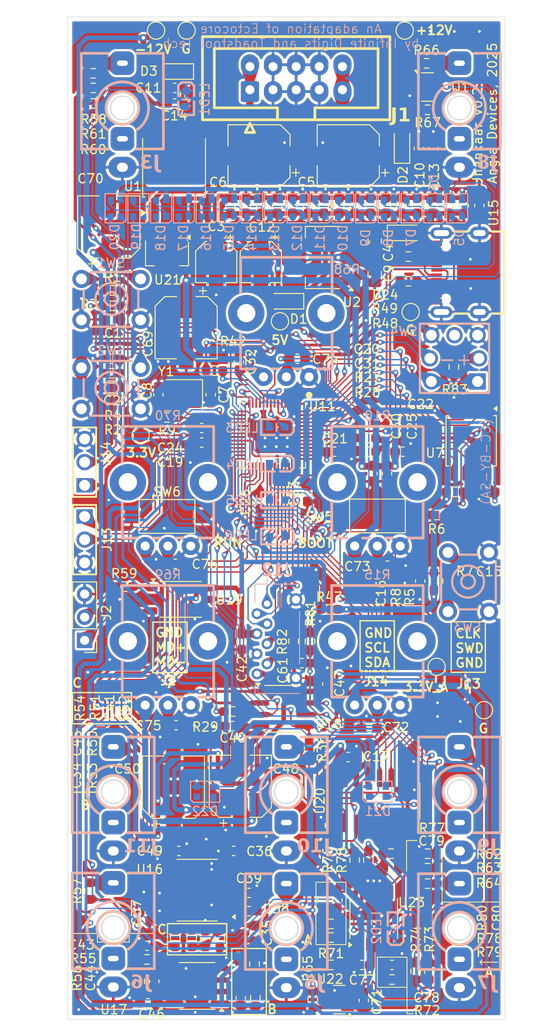
<source format=kicad_pcb>
(kicad_pcb (version 20241229) (generator "pcbnew") (generator_version "9.0")
  (layers (0 "F.Cu" signal) (2 "B.Cu" signal) (13 "F.Paste" user) (15 "B.Paste" user) (5 "F.SilkS" user "F.Silkscreen") (7 "B.SilkS" user "B.Silkscreen") (1 "F.Mask" user) (3 "B.Mask" user) (25 "Edge.Cuts" user))
  (net 0 "")
  (net 1 "GND")
  (net 2 "5V")
  (net 3 "Net-(D2-A)")
  (net 4 "Net-(D3-K)")
  (net 5 "3.3V")
  (net 6 "Net-(D1-K)")
  (net 7 "-12V")
  (net 8 "12POS")
  (net 9 "/XIN")
  (net 10 "VBUS")
  (net 11 "+1V1")
  (net 12 "Net-(C34-Pad1)")
  (net 13 "Net-(U17A--)")
  (net 14 "+3V3_A")
  (net 15 "Net-(U16-LDOO)")
  (net 16 "/~{USB_BOOT}")
  (net 17 "Net-(U16-CAPM)")
  (net 18 "Net-(U16-CAPP)")
  (net 19 "Net-(U16-VNEG)")
  (net 20 "Net-(C41-Pad2)")
  (net 21 "Net-(C43-Pad2)")
  (net 22 "Net-(U17B--)")
  (net 23 "Net-(C44-Pad1)")
  (net 24 "10NEG")
  (net 25 "KNOB_SAMPLE")
  (net 26 "KNOB_GRIMOIRE")
  (net 27 "/QSPI_SS")
  (net 28 "/XOUT")
  (net 29 "/USB_D+")
  (net 30 "/USB_D-")
  (net 31 "/QSPI_SD3")
  (net 32 "/QSPI_SCLK")
  (net 33 "/QSPI_SD0")
  (net 34 "/QSPI_SD1")
  (net 35 "/QSPI_SD2")
  (net 36 "SD_DAT2")
  (net 37 "SD_SCLK")
  (net 38 "/SWD")
  (net 39 "SD_DAT0")
  (net 40 "SD_DAT3")
  (net 41 "SD_CMD")
  (net 42 "/SWCLK")
  (net 43 "SD_DAT1")
  (net 44 "SCL")
  (net 45 "INPUT_DETECT_UNBUFFER")
  (net 46 "ADC_SCLK")
  (net 47 "DAC_LRCK")
  (net 48 "LED_TAP_TEMPO")
  (net 49 "BTN_MULT")
  (net 50 "ADC_TX")
  (net 51 "/RUN")
  (net 52 "CLOCK_IN")
  (net 53 "CLOCK_OUT")
  (net 54 "BTN_TAP_TEMPO")
  (net 55 "Net-(C8-Pad1)")
  (net 56 "KNOB_BREAK")
  (net 57 "KNOB_AMEN_ATTEN")
  (net 58 "KNOB_AMEN")
  (net 59 "CV_SAMPLE")
  (net 60 "Net-(U23B--)")
  (net 61 "CV_BREAK")
  (net 62 "Net-(U23C--)")
  (net 63 "Net-(U23D--)")
  (net 64 "CV_AMEN")
  (net 65 "Net-(D5-DOUT)")
  (net 66 "Net-(D6-DOUT)")
  (net 67 "Net-(U11-USB_DP)")
  (net 68 "Net-(U11-USB_DM)")
  (net 69 "Net-(D7-DOUT)")
  (net 70 "Net-(D8-DOUT)")
  (net 71 "Net-(D10-DIN)")
  (net 72 "Net-(D10-DOUT)")
  (net 73 "Net-(D11-DOUT)")
  (net 74 "Net-(D12-DOUT)")
  (net 75 "Net-(D13-DOUT)")
  (net 76 "Net-(D14-DOUT)")
  (net 77 "Net-(D15-DOUT)")
  (net 78 "Net-(D16-DOUT)")
  (net 79 "Net-(D17-DOUT)")
  (net 80 "Net-(D18-DOUT)")
  (net 81 "Net-(D19-DOUT)")
  (net 82 "Net-(D20-DOUT)")
  (net 83 "ADC_CSN")
  (net 84 "LED_MODE4")
  (net 85 "TRIG_OUT")
  (net 86 "DAC_BCK")
  (net 87 "ADC_RX")
  (net 88 "LED_MODE3")
  (net 89 "BTN_MODE")
  (net 90 "SDA")
  (net 91 "LED_MODE1")
  (net 92 "LED_MODE2")
  (net 93 "WS2812")
  (net 94 "DAC_DIN")
  (net 95 "BTN_BANK")
  (net 96 "MIDI")
  (net 99 "Net-(R48-Pad2)")
  (net 100 "Net-(R49-Pad2)")
  (net 101 "Net-(D21-DOUT)")
  (net 103 "Net-(LED1-A)")
  (net 104 "Net-(LED2-A)")
  (net 105 "Net-(LED3-A)")
  (net 106 "Net-(LED4-A)")
  (net 107 "Net-(LED5-A)")
  (net 108 "Net-(LED6-A)")
  (net 109 "Net-(Q1-B)")
  (net 110 "DAC_OUTL")
  (net 111 "DAC_OUTR")
  (net 112 "Net-(R58-Pad1)")
  (net 113 "Net-(U19-A)")
  (net 114 "Net-(U18A--)")
  (net 115 "Net-(U18B--)")
  (net 116 "Net-(R63-Pad2)")
  (net 117 "Net-(U23A--)")
  (net 118 "INPUT_DETECT")
  (net 119 "Net-(R83-Pad1)")
  (net 121 "Net-(R1-Pad1)")
  (net 122 "Net-(R2-Pad1)")
  (net 123 "Net-(R5-Pad1)")
  (net 124 "Net-(J3-PadT)")
  (net 125 "Net-(J5-PadT)")
  (net 126 "Net-(J6-PadT)")
  (net 127 "Net-(J7-PadT)")
  (net 128 "Net-(J8-PadT)")
  (net 148 "Net-(J2-Pin_2)")
  (net 149 "Net-(J2-Pin_1)")
  (footprint "Capacitor_SMD:C_0603_1608Metric_Pad1.08x0.95mm_HandSolder" (layer "F.Cu") (at 66.8 82.7)
    (property "Reference" "C22")
    (property "Value" "100nF")
  )
  (footprint "Capacitor_SMD:C_0603_1608Metric_Pad1.08x0.95mm_HandSolder" (layer "F.Cu") (at 49.558824 55.7 90)
    (property "Reference" "C52" (hide yes))
    (property "Value" "100nF")
  )
  (footprint "Capacitor_SMD:C_0603_1608Metric_Pad1.08x0.95mm_HandSolder" (layer "F.Cu") (at 62.9 78.1)
    (property "Reference" "C20")
    (property "Value" "100nF")
  )
  (footprint "Crystal:Crystal_SMD_3225-4Pin_3.2x2.5mm" (layer "F.Cu") (at 42.8 76.45 180)
    (property "Reference" "Y1")
    (property "Value" "ABM8-272-T3")
  )
  (footprint "PCB_Ectoscore_Footprint:RP2040-QFN-56" (layer "F.Cu") (at 52.5 80.8875 -90)
    (property "Reference" "U11")
    (property "Value" "RP2040")
  )
  (footprint "PCB_Ectoscore_Footprint:IDC-Header_2x05_P2.54mm_Vertical" (layer "F.Cu") (at 50 43 90)
    (property "Reference" "J1")
    (property "Value" "Conn_02x05_Odd_Even")
  )
  (footprint "easyeda2kicad:HDR-TH_3P-P2.54-V-M-1" (layer "F.Cu") (at 31.85 92.35 -90)
    (property "Reference" "J13")
    (property "Value" "Conn_01x03")
  )
  (footprint "Capacitor_SMD:C_0603_1608Metric_Pad1.08x0.95mm_HandSolder" (layer "F.Cu") (at 52.976471 55.7 90)
    (property "Reference" "C54" (hide yes))
    (property "Value" "100nF")
  )
  (footprint "Capacitor_SMD:C_0603_1608Metric_Pad1.08x0.95mm_HandSolder" (layer "F.Cu") (at 59.3 82.7)
    (property "Reference" "C21")
    (property "Value" "1uF")
  )
  (footprint "Resistor_SMD:R_0603_1608Metric_Pad0.98x0.95mm_HandSolder" (layer "F.Cu") (at 34.9 65)
    (property "Reference" "R1")
    (property "Value" "1kΩ")
  )
  (footprint "Capacitor_SMD:C_0603_1608Metric_Pad1.08x0.95mm_HandSolder" (layer "F.Cu") (at 34.8 72.5)
    (property "Reference" "C2")
    (property "Value" "100nF")
  )
  (footprint "Capacitor_SMD:C_0603_1608Metric_Pad1.08x0.95mm_HandSolder" (layer "F.Cu") (at 49 142.6 90)
    (property "Reference" "C34")
    (property "Value" "100pF")
  )
  (footprint "Package_SO:SOIC-16_3.9x9.9mm_P1.27mm" (layer "F.Cu") (at 63.6 121 90)
    (property "Reference" "U20")
    (property "Value" "MCP3208T-CI/SL")
  )
  (footprint "Capacitor_SMD:CP_Elec_4x5.4" (layer "F.Cu") (at 46.3 61.9 -90)
    (property "Reference" "C3")
    (property "Value" "1uF")
  )
  (footprint "Capacitor_SMD:C_0603_1608Metric_Pad1.08x0.95mm_HandSolder" (layer "F.Cu") (at 41.9 112.7 180)
    (property "Reference" "C75")
    (property "Value" "100nF")
  )
  (footprint "Resistor_SMD:R_0603_1608Metric_Pad0.98x0.95mm_HandSolder" (layer "F.Cu") (at 69.7 139.7 90)
    (property "Reference" "R73")
    (property "Value" "100kΩ")
  )
  (footprint "Resistor_SMD:R_0603_1608Metric_Pad0.98x0.95mm_HandSolder" (layer "F.Cu") (at 56.6 103.5 90)
    (property "Reference" "R81")
    (property "Value" "1kΩ")
  )
  (footprint "Capacitor_SMD:C_0603_1608Metric_Pad1.08x0.95mm_HandSolder" (layer "F.Cu") (at 45.1 136.1 -90)
    (property "Reference" "C41")
    (property "Value" "1nF")
  )
  (footprint "Capacitor_SMD:C_0603_1608Metric_Pad1.08x0.95mm_HandSolder" (layer "F.Cu") (at 62.3 139)
    (property "Reference" "C77")
    (property "Value" "100nF")
  )
  (footprint "Capacitor_SMD:C_0603_1608Metric_Pad1.08x0.95mm_HandSolder" (layer "F.Cu") (at 54.685294 55.7 90)
    (property "Reference" "C55" (hide yes))
    (property "Value" "100nF")
  )
  (footprint "TestPoint:TestPoint_Pad_D1.5mm" (layer "F.Cu") (at 70.5 106.3)
    (property "Reference" "TP7" (hide yes))
    (property "Value" "TestPoint")
  )
  (footprint "Capacitor_SMD:C_0603_1608Metric_Pad1.08x0.95mm_HandSolder" (layer "F.Cu") (at 75.191176 55.7 90)
    (property "Reference" "C59" (hide yes))
    (property "Value" "100nF")
  )
  (footprint "Resistor_SMD:R_0603_1608Metric_Pad0.98x0.95mm_HandSolder" (layer "F.Cu") (at 34.9 66.7 180)
    (property "Reference" "R3")
    (property "Value" "10kΩ")
  )
  (footprint "Resistor_SMD:R_0603_1608Metric_Pad0.98x0.95mm_HandSolder" (layer "F.Cu") (at 50.6 142.6 90)
    (property "Reference" "R53")
    (property "Value" "33kΩ")
  )
  (footprint "Button_Switch_SMD:SW_SPST_CK_RS282G05A3" (layer "F.Cu") (at 64 89.75)
    (property "Reference" "SW5")
    (property "Value" "SW_Push")
  )
  (footprint "Resistor_SMD:R_0603_1608Metric_Pad0.98x0.95mm_HandSolder" (layer "F.Cu") (at 43.6 136.1 90)
    (property "Reference" "R51")
    (property "Value" "2.2kΩ")
  )
  (footprint "Capacitor_SMD:C_0603_1608Metric_Pad1.08x0.95mm_HandSolder" (layer "F.Cu") (at 38.7 136.9)
    (property "Reference" "C43")
    (property "Value" "1nF")
  )
  (footprint "Capacitor_SMD:C_0603_1608Metric_Pad1.08x0.95mm_HandSolder" (layer "F.Cu") (at 62.5 142.9 -90)
    (property "Reference" "C71")
    (property "Value" "100nF")
  )
  (footprint "Capacitor_SMD:C_0603_1608Metric_Pad1.08x0.95mm_HandSolder" (layer "F.Cu") (at 68.355882 55.7 90)
    (property "Reference" "C65" (hide yes))
    (property "Value" "100nF")
  )
  (footprint "TestPoint:TestPoint_Pad_D1.5mm" (layer "F.Cu") (at 39.7 36.5)
    (property "Reference" "TP5" (hide yes))
    (property "Value" "TestPoint")
  )
  (footprint "Resistor_SMD:R_0603_1608Metric_Pad0.98x0.95mm_HandSolder" (layer "F.Cu") (at 32.4 130.9 90)
    (property "Reference" "R57")
    (property "Value" "1kΩ")
  )
  (footprint "Resistor_SMD:R_0603_1608Metric_Pad0.98x0.95mm_HandSolder" (layer "F.Cu") (at 68.2 139.7 90)
    (property "Reference" "R74")
    (property "Value" "200kΩ")
  )
  (footprint "Capacitor_SMD:C_0603_1608Metric_Pad1.08x0.95mm_HandSolder" (layer "F.Cu") (at 48.9 139.2 90)
    (property "Reference" "C45")
    (property "Value" "100nF")
  )
  (footprint "Capacitor_SMD:C_0603_1608Metric_Pad1.08x0.95mm_HandSolder" (layer "F.Cu") (at 73.482353 55.7 90)
    (property "Reference" "C68" (hide yes))
    (property "Value" "100nF")
  )
  (footprint "Capacitor_SMD:C_0603_1608Metric_Pad1.08x0.95mm_HandSolder" (layer "F.Cu") (at 70.15 49.45 -90)
    (property "Reference" "C13")
    (property "Value" "100nF")
  )
  (footprint "Capacitor_SMD:C_0603_1608Metric_Pad1.08x0.95mm_HandSolder" (layer "F.Cu") (at 48.8 72.9 90)
    (property "Reference" "C32")
    (property "Value" "100nF")
  )
  (footprint "Capacitor_SMD:C_0603_1608Metric_Pad1.08x0.95mm_HandSolder" (layer "F.Cu") (at 63.229412 55.7 90)
    (property "Reference" "C62" (hide yes))
    (property "Value" "100nF")
  )
  (footprint "Resistor_SMD:R_0603_1608Metric_Pad0.98x0.95mm_HandSolder" (layer "F.Cu") (at 46.7 136.1 90)
    (property "Reference" "R52")
    (property "Value" "10kΩ")
  )
  (footprint "Capacitor_SMD:C_0603_1608Metric_Pad1.08x0.95mm_HandSolder" (layer "F.Cu") (at 59.6 131.9 -90)
    (property "Reference" "C80")
    (property "Value" "100pF")
  )
  (footprint "easyeda2kicad:HDR-TH_3P-P2.54-V-M-1" (layer "F.Cu") (at 31.85 83.85 90)
    (property "Reference" "J14")
    (property "Value" "Conn_01x03")
  )
  (footprint "Resistor_SMD:R_0603_1608Metric_Pad0.98x0.95mm_HandSolder" (layer "F.Cu") (at 58.9 139)
    (property "Reference" "R71")
    (property "Value" "10kΩ")
  )
  (footprint "Capacitor_SMD:C_0603_1608Metric_Pad1.08x0.95mm_HandSolder" (layer "F.Cu") (at 65.5 128.3 180)
    (property "Reference" "C79")
    (property "Value" "100pF")
  )
  (footprint "Resistor_SMD:R_0603_1608Metric_Pad0.98x0.95mm_HandSolder" (layer "F.Cu") (at 56.5 115.3 -90)
    (property "Reference" "R36")
    (property "Value" "1kΩ")
  )
  (footprint "Resistor_SMD:R_0603_1608Metric_Pad0.98x0.95mm_HandSolder" (layer "F.Cu") (at 48.1 111.2 180)
    (property "Reference" "R29")
    (property "Value" "1kΩ")
  )
  (footprint "Resistor_SMD:R_0603_1608Metric_Pad0.98x0.95mm_HandSolder" (layer "F.Cu") (at 69.5 130.08)
    (property "Reference" "R64")
    (property "Value" "1kΩ")
  )
  (footprint "Capacitor_SMD:C_0603_1608Metric_Pad1.08x0.95mm_HandSolder" (layer "F.Cu") (at 41.75 44.5)
    (property "Reference" "C14")
    (property "Value" "100nF")
  )
  (footprint "Capacitor_SMD:C_0805_2012Metric" (layer "F.Cu") (at 63.7 59.6 -90)
    (property "Reference" "C4")
    (property "Value" "10uF")
  )
  (footprint "Resistor_SMD:R_0603_1608Metric_Pad0.98x0.95mm_HandSolder" (layer "F.Cu") (at 62.9 81.2 180)
    (property "Reference" "R27")
    (property "Value" "27")
  )
  (footprint "Resistor_SMD:R_0603_1608Metric_Pad0.98x0.95mm_HandSolder" (layer "F.Cu") (at 32.8 42.8 180)
    (property "Reference" "R61")
    (property "Value" "9.1kΩ")
  )
  (footprint "Resistor_SMD:R_0603_1608Metric_Pad0.98x0.95mm_HandSolder" (layer "F.Cu") (at 58 131.9 -90)
    (property "Reference" "R80")
    (property "Value" "33kΩ")
  )
  (footprint "Diode_SMD:D_SOD-323_HandSoldering" (layer "F.Cu") (at 41.8 41 180)
    (property "Reference" "D3")
    (property "Value" "1N5819WS")
  )
  (footprint "Capacitor_SMD:C_0603_1608Metric_Pad1.08x0.95mm_HandSolder" (layer "F.Cu") (at 58.102941 55.7 90)
    (property "Reference" "C57" (hide yes))
    (property "Value" "100nF")
  )
  (footprint "Capacitor_SMD:C_0603_1608Metric_Pad1.08x0.95mm_HandSolder" (layer "F.Cu") (at 71.773529 55.7 90)
    (property "Reference" "C67" (hide yes))
    (property "Value" "100nF")
  )
  (footprint "Resistor_SMD:R_0603_1608Metric_Pad0.98x0.95mm_HandSolder" (layer "F.Cu") (at 34.8 75.7)
    (property "Reference" "R2")
    (property "Value" "1kΩ")
  )
  (footprint "Resistor_SMD:R_0603_1608Metric_Pad0.98x0.95mm_HandSolder" (layer "F.Cu") (at 50.5 138.9 90)
    (property "Reference" "R50")
    (property "Value" "1kΩ")
  )
  (footprint "Capacitor_SMD:C_0603_1608Metric_Pad1.08x0.95mm_HandSolder" (layer "F.Cu") (at 39.95 76.45 90)
    (property "Reference" "C8")
    (property "Value" "15pF")
  )
  (footprint "Package_TO_SOT_SMD:SOT-23" (layer "F.Cu") (at 69.5 42.7)
    (property "Reference" "Q1")
    (property "Value" "MMBT3904")
  )
  (footprint "Resistor_SMD:R_0603_1608Metric_Pad0.98x0.95mm_HandSolder" (layer "F.Cu") (at 37.9 140.8 90)
    (property "Reference" "R56")
    (property "Value" "33kΩ")
  )
  (footprint "Package_TO_SOT_SMD:SOT-223-3_TabPin2" (layer "F.Cu") (at 58 61.4 180)
    (property "Reference" "U2")
    (property "Value" "NCP1117-3.3_SOT223")
  )
  (footprint "Capacitor_SMD:C_0603_1608Metric_Pad1.08x0.95mm_HandSolder" (layer "F.Cu") (at 55.7 105.9)
    (property "Reference" "C61")
    (property "Value" "100nF")
  )
  (footprint "TestPoint:TestPoint_Pad_D1.5mm" (layer "F.Cu") (at 53.3 68.4)
    (property "Reference" "TP3" (hide yes))
    (property "Value" "TestPoint")
  )
  (footprint "Resistor_SMD:R_0603_1608Metric_Pad0.98x0.95mm_HandSolder" (layer "F.Cu") (at 69.4 40.1)
    (property "Reference" "R66")
    (property "Value" "100kΩ")
  )
  (footprint "Capacitor_SMD:C_0603_1608Metric_Pad1.08x0.95mm_HandSolder" (layer "F.Cu") (at 68.7 96.9 90)
    (property "Reference" "C16")
    (property "Value" "100nF")
  )
  (footprint "Resistor_SMD:R_0603_1608Metric_Pad0.98x0.95mm_HandSolder" (layer "F.Cu") (at 40.9 78.95 180)
    (property "Reference" "R9")
    (property "Value" "1k")
  )
  (footprint "Capacitor_SMD:C_0603_1608Metric_Pad1.08x0.95mm_HandSolder" (layer "F.Cu") (at 62.9 79.6)
    (property "Reference" "C31")
    (property "Value" "100nF")
  )
  (footprint "Capacitor_SMD:C_0603_1608Metric_Pad1.08x0.95mm_HandSolder" (layer "F.Cu") (at 55.2 72.5 180)
    (property "Reference" "C74")
    (property "Value" "100nF")
  )
  (footprint "Capacitor_SMD:C_0603_1608Metric_Pad1.08x0.95mm_HandSolder" (layer "F.Cu") (at 68.55 49.45 -90)
    (property "Reference" "C10")
    (property "Value" "100nF")
  )
  (footprint "Capacitor_SMD:C_0603_1608Metric_Pad1.08x0.95mm_HandSolder" (layer "F.Cu") (at 60.8 116.2 180)
    (property "Reference" "C17")
    (property "Value" "100nF")
  )
  (footprint "Capacitor_SMD:CP_Elec_6.3x5.4" (layer "F.Cu") (at 60.8 50.25 180)
    (property "Reference" "C5")
    (property "Value" "10uF")
  )
  (footprint "Package_TO_SOT_SMD:SOT-89-3" (layer "F.Cu") (at 40.9 60.95 -90)
    (property "Reference" "U21")
    (property "Value" "MCP1804x-5002xMB")
  )
  (footprint "Capacitor_SMD:C_0603_1608Metric_Pad1.08x0.95mm_HandSolder" (layer "F.Cu") (at 65.05 85.1 -90)
    (property "Reference" "C25")
    (property "Value" "100nF")
  )
  (footprint "Resistor_SMD:R_0603_1608Metric_Pad0.98x0.95mm_HandSolder" (layer "F.Cu") (at 56.9 142.8 -90)
    (property "Reference" "R65")
    (property "Value" "2.2kΩ")
  )
  (footprint "Capacitor_SMD:CP_Elec_4x5.4" (layer "F.Cu") (at 51.2 61.9 -90)
    (property "Reference" "C12")
    (property "Value" "1uF")
  )
  (footprint "Capacitor_SMD:C_0603_1608Metric_Pad1.08x0.95mm_HandSolder" (layer "F.Cu") (at 48.2 126.5)
    (property "Reference" "C36")
    (property "Value" "100nF")
  )
  (footprint "Capacitor_SMD:C_0603_1608Metric_Pad1.08x0.95mm_HandSolder" (layer "F.Cu") (at 65.6 139 180)
    (property "Reference" "C78")
    (property "Value" "100pF")
  )
  (footprint "Capacitor_SMD:C_0603_1608Metric_Pad1.08x0.95mm_HandSolder" (layer "F.Cu") (at 51.267647 55.7 90)
    (property "Reference" "C53" (hide yes))
    (property "Value" "100nF")
  )
  (footprint "Package_SO:SOIC-8_5.3x5.3mm_P1.27mm" (layer "F.Cu") (at 74.3 81.5 -90)
    (property "Reference" "U7")
    (property "Value" "W25Q128JVS")
  )
  (footprint "Package_SO:TSSOP-14_4.4x5mm_P0.65mm" (layer "F.Cu") (at 63.6 133.9 90)
    (property "Reference" "U23")
    (property "Value" "MCP6004T-I/ST")
  )
  (footprint "Package_TO_SOT_SMD:SOT-23" (layer "F.Cu") (at 59.8 142.8 180)
    (property "Reference" "U22")
    (property "Value" "LM4040DIM3-10.0/NOPB")
  )
  (footprint "Resistor_SMD:R_0603_1608Metric_Pad0.98x0.95mm_HandSolder" (layer "F.Cu") (at 65.6 140.6 180)
    (property "Reference" "R72")
    (property "Value" "33kΩ")
  )
  (footprint "Capacitor_SMD:C_0603_1608Metric_Pad1.08x0.95mm_HandSolder" (layer "F.Cu") (at 65.1 95.2 180)
    (property "Reference" "C73")
    (property "Value" "100nF")
  )
  (footprint "Capacitor_SMD:C_0603_1608Metric_Pad1.08x0.95mm_HandSolder" (layer "F.Cu") (at 63.45 85.1 -90)
    (property "Reference" "C30")
    (property "Value" "100nF")
  )
  (footprint "TestPoint:TestPoint_Pad_D1.5mm" (layer "F.Cu") (at 67.65 67.38)
    (property "Reference" "TP6" (hide yes))
    (property "Value" "TestPoint")
  )
  (footprint "Package_SO:SO-5-6_4.55x3.7mm_P1.27mm" (layer "F.Cu") (at 42.4 98.9)
    (property "Reference" "U19")
    (property "Value" "TLP2361(TPL,E(T")
  )
  (footprint "Capacitor_SMD:C_0603_1608Metric_Pad1.08x0.95mm_HandSolder" (layer "F.Cu") (at 49.1 103.55 90)
    (property "Reference" "C42")
    (property "Value" "100nF")
  )
  (footprint "Resistor_SMD:R_0603_1608Metric_Pad0.98x0.95mm_HandSolder" (layer "F.Cu") (at 72.5 87.1)
    (property "Reference" "R7")
    (property "Value" "0R")
  )
  (footprint "Resistor_SMD:R_0603_1608Metric_Pad0.98x0.95mm_HandSolder" (layer "F.Cu") (at 69.5 128.4 180)
    (property "Reference" "R63")
    (property "Value" "9.1kΩ")
  )
  (footprint "Diode_SMD:D_SOD-323_HandSoldering" (layer "F.Cu") (at 53.9 66.2 180)
    (property "Reference" "D1")
    (property "Value" "1N5819WS")
  )
  (footprint "Capacitor_SMD:C_0603_1608Metric_Pad1.08x0.95mm_HandSolder" (layer "F.Cu") (at 49.9 131.1 180)
    (property "Reference" "C39")
    (property "Value" "2.2uF")
  )
  (footprint "TestPoint:TestPoint_Pad_D1.5mm" (layer "F.Cu") (at 43.05 36.5)
    (property "Reference" "TP1" (hide yes))
    (property "Value" "TestPoint")
  )
  (footprint "Capacitor_SMD:C_0603_1608Metric_Pad1.08x0.95mm_HandSolder" (layer "F.Cu") (at 44.7 80.1 180)
    (property "Reference" "C24")
    (property "Value" "100nF")
  )
  (footprint "Capacitor_SMD:C_0603_1608Metric_Pad1.08x0.95mm_HandSolder" (layer "F.Cu") (at 41.8 95 180)
    (property "Reference" "C76")
    (property "Value" "100nF")
  )
  (footprint "Capacitor_SMD:C_0603_1608Metric_Pad1.08x0.95mm_HandSolder" (layer "F.Cu") (at 42.2 126.5 180)
    (property "Reference" "C49")
    (property "Value" "100nF")
  )
  (footprint "Diode_SMD:D_SOD-323_HandSoldering" (layer "F.Cu") (at 66.7 49.05 90)
    (property "Reference" "D2")
    (property "Value" "1N5819WS")
  )
  (footprint "Capacitor_SMD:C_0603_1608Metric_Pad1.08x0.95mm_HandSolder" (layer "F.Cu") (at 51.1 88.1 -90)
    (property "Reference" "C26")
    (property "Value" "100nF")
  )
  (footprint "Resistor_SMD:R_0603_1608Metric_Pad0.98x0.95mm_HandSolder" (layer "F.Cu") (at 70.2 96.9 -90)
    (property "Reference" "R8")
    (property "Value" "10kΩ")
  )
  (footprint "Capacitor_SMD:CP_Elec_6.3x5.4" (layer "F.Cu") (at 41.6 119.5 90)
    (property "Reference" "C50")
    (property "Value" "10uF")
  )
  (footprint "Capacitor_SMD:CP_Elec_6.3x5.4" (layer "F.Cu") (at 43 69.1 -90)
    (property "Reference" "C69")
    (property "Value" "10uF")
  )
  (footprint "Capacitor_SMD:C_0603_1608Metric_Pad1.08x0.95mm_HandSolder" (layer "F.Cu") (at 38.8 143.2)
    (property "Reference" "C46")
    (property "Value" "100nF")
  )
  (footprint "Resistor_SMD:R_0603_1608Metric_Pad0.98x0.95mm_HandSolder" (layer "F.Cu") (at 71.7 96.9 90)
    (property "Reference" "R5")
    (property "Value" "1kΩ")
  )
  (footprint "Resistor_SMD:R_0603_1608Metric_Pad0.98x0.95mm_HandSolder" (layer "F.Cu") (at 72.4 73.4 -90)
    (property "Reference" "R83")
    (property "Value" "1kΩ")
  )
  (footprint "Resistor_SMD:R_0603_1608Metric_Pad0.98x0.95mm_HandSolder" (layer "F.Cu") (at 58.9 134.5)
    (property "Reference" "R78")
    (property "Value" "200kΩ")
  )
  (footprint "Resistor_SMD:R_0603_1608Metric_Pad0.98x0.95mm_HandSolder" (layer "F.Cu") (at 67.4 61.3)
    (property "Reference" "R49")
    (property "Value" "5.1kΩ")
  )
  (footprint "TestPoint:TestPoint_Pad_D1.5mm" (layer "F.Cu") (at 38 80.9)
    (property "Reference" "TP2" (hide yes))
    (property "Value" "TestPoint")
  )
  (footprint "Resistor_SMD:R_0603_1608Metric_Pad0.98x0.95mm_HandSolder" (layer "F.Cu") (at 61.5 127.5 90)
    (property "Reference" "R76")
    (property "Value" "100kΩ")
  )
  (footprint "Capacitor_SMD:C_0603_1608Metric_Pad1.08x0.95mm_HandSolder" (layer "F.Cu") (at 63.1 113)
    (property "Reference" "C72")
    (property "Value" "100nF")
  )
  (footprint "Capacitor_SMD:CP_Elec_6.3x5.4" (layer "F.Cu") (at 48.95 119.4 90)
    (property "Reference" "C48")
    (property "Value" "10uF")
  )
  (footprint "Diode_SMD:D_SOD-323_HandSoldering" (layer "F.Cu") (at 67.1 58.7)
    (property "Reference" "D24")
    (property "Value" "1N5819WS")
  )
  (footprint "Button_Switch_SMD:SW_SPST_CK_RS282G05A3" (layer "F.Cu") (at 40.9 89.8)
    (property "Reference" "SW6")
    (property "Value" "SW_Push")
  )
  (footprint "Capacitor_SMD:C_0603_1608Metric_Pad1.08x0.95mm_HandSolder" (layer "F.Cu") (at 70.064706 55.7 90)
    (property "Reference" "C66" (hide yes))
    (property "Value" "100nF")
  )
  (footprint "Capacitor_SMD:C_0603_1608Metric_Pad1.08x0.95mm_HandSolder" (layer "F.Cu") (at 45.7 76.45 -90)
    (property "Reference" "C7")
    (property "Value" "15pF")
  )
  (footprint "Package_SO:SOIC-8_3.9x4.9mm_P1.27mm" (layer "F.Cu") (at 44.2 141.3 180)
    (property "Reference" "U17")
    (property "Value" "TL072HIDR")
  )
  (footprint "Resistor_SMD:R_0603_1608Metric_Pad0.98x0.95mm_HandSolder" (layer "F.Cu") (at 70.5625 89.65 180)
    (property "Reference" "R6")
    (property "Value" "1k")
  )
  (footprint "Capacitor_SMD:C_0603_1608Metric_Pad1.08x0.95mm_HandSolder" (layer "F.Cu") (at 50.5 135.55 90)
    (property "Reference" "C35")
    (property "Value" "100nF")
  )
  (footprint "Resistor_SMD:R_0603_1608Metric_Pad0.98x0.95mm_HandSolder" (layer "F.Cu") (at 38.7 138.4)
    (property "Reference" "R55")
    (property "Value" "10kΩ")
  )
  (footprint "Connector_PinHeader_2.54mm:PinHeader_1x03_P2.54mm_Vertical" (layer "F.Cu") (at 31.85 103.4 180)
    (property "Reference" "J2")
    (property "Value" "Conn_01x03")
  )
  (footprint "Resistor_SMD:R_0603_1608Metric_Pad0.98x0.95mm_HandSolder" (layer "F.Cu") (at 58.7 100 180)
    (property "Reference" "R47")
    (property "Value" "1kΩ")
  )
  (footprint "Resistor_SMD:R_0603_1608Metric_Pad0.98x0.95mm_HandSolder" (layer "F.Cu") (at 62.9 82.7 180)
    (property "Reference" "R28")
    (property "Value" "27")
  )
  (footprint "Resistor_SMD:R_0603_1608Metric_Pad0.98x0.95mm_HandSolder" (layer "F.Cu") (at 69.5 45.2 180)
    (property "Reference" "R67")
    (property "Value" "100kΩ")
  )
  (footprint "Resistor_SMD:R_0603_1608Metric_Pad0.98x0.95mm_HandSolder" (layer "F.Cu") (at 67.4 64)
    (property "Reference" "R48")
    (property "Value" "5.1kΩ")
  )
  (footprint "Capacitor_SMD:C_0603_1608Metric_Pad1.08x0.95mm_HandSolder" (layer "F.Cu") (at 34.9 68.2)
    (property "Reference" "C1")
    (property "Value" "100nF")
  )
  (footprint "Resistor_SMD:R_0603_1608Metric_Pad0.98x0.95mm_HandSolder" (layer "F.Cu") (at 36.2 97.5)
    (property "Reference" "R59")
    (property "Value" "200Ω")
  )
  (footprint "Resistor_SMD:R_0603_1608Metric_Pad0.98x0.95mm_HandSolder" (layer "F.Cu") (at 63 127.5 90)
    (property "Reference" "R75")
    (property "Value" "200kΩ")
  )
  (footprint "Capacitor_SMD:C_0603_1608Metric_Pad1.08x0.95mm_HandSolder" (layer "F.Cu") (at 61.520588 55.7 90)
    (property "Reference" "C60" (hide yes))
    (property "Value" "100nF")
  )
  (footprint "Capacitor_SMD:C_0603_1608Metric_Pad1.08x0.95mm_HandSolder" (layer "F.Cu") (at 76 87.1 180)
    (property "Reference" "C15")
    (property "Value" "100nF")
  )
  (footprint "Capacitor_SMD:C_0603_1608Metric_Pad1.08x0.95mm_HandSolder" (layer "F.Cu") (at 66.647059 55.7 90)
    (property "Reference" "C64" (hide yes))
    (property "Value" "100nF")
  )
  (footprint "Capacitor_SMD:C_0603_1608Metric_Pad1.08x0.95mm_HandSolder" (layer "F.Cu") (at 64.938235 55.7 90)
    (property "Reference" "C63" (hide yes))
    (property "Value" "100nF")
  )
  (footprint "Resistor_SMD:R_0603_1608Metric_Pad0.98x0.95mm_HandSolder" (layer "F.Cu") (at 65.5 126.8 180)
    (property "Reference" "R77")
    (property "Value" "33kΩ")
  )
  (footprint "Capacitor_SMD:C_0603_1608Metric_Pad1.08x0.95mm_HandSolder" (layer "F.Cu") (at 41.75 42.8)
    (property "Reference" "C11")
    (property "Value" "100nF")
  )
  (footprint "Capacitor_SMD:C_0603_1608Metric_Pad1.08x0.95mm_HandSolder" (layer "F.Cu") (at 47.85 55.7 90)
    (property "Reference" "C51" (hide yes))
    (property "Value" "100nF")
  )
  (footprint "Resistor_SMD:R_0603_1608Metric_Pad0.98x0.95mm_HandSolder" (layer "F.Cu") (at 46.1 73.8)
    (property "Reference" "R42")
    (property "Value" "1kΩ")
  )
  (footprint "Capacitor_SMD:CP_Elec_6.3x5.4" (layer "F.Cu") (at 51 50.25 180)
    (property "Reference" "C6")
    (property "Value" "10uF")
  )
  (footprint "Resistor_SMD:R_0603_1608Metric_Pad0.98x0.95mm_HandSolder" (layer "F.Cu") (at 32.8 41.2)
    (property "Reference" "R58")
    (property "Value" "1kΩ")
  )
  (footprint "Capacitor_SMD:C_0603_1608Metric_Pad1.08x0.95mm_HandSolder" (layer "F.Cu") (at 56.394118 55.7 90)
    (property "Reference" "C56" (hide yes))
    (property "Value" "100nF")
  )
  (footprint "Capacitor_SMD:C_0603_1608Metric_Pad1.08x0.95mm_HandSolder" (layer "F.Cu") (at 48.1 112.8)
    (property "Reference" "C40")
    (property "Value" "100nF")
  )
  (footprint "Package_SO:SOIC-8_3.9x4.9mm_P1.27mm" (layer "F.Cu") (at 53.6 110.9)
    (property "Reference" "U18")
    (property "Value" "TL072HIDR")
  )
  (footprint "PCB_Ectoscore_Footprint:USB-SMD_TYPE-C16PIN-1" (layer "F.Cu") (at 72.85 63.05 90)
    (property "Reference" "U15")
    (property "Value" "12402012E212A")
  )
  (footprint "Package_SO:TSSOP-20_4.4x6.5mm_P0.65mm" (layer "F.Cu") (at 44.2 130.8 180)
    (property "Reference" "U16")
    (property "Value" "PCM5100AQPWRQ1")
  )
  (footprint "Package_TO_SOT_SMD:TO-252-2" (layer "F.Cu") (at 41.6725 51.46 90)
    (property "Reference" "U1")
    (property "Value" "L7805")
  )
  (footprint "Capacitor_SMD:C_0603_1608Metric_Pad1.08x0.95mm_HandSolder" (layer "F.Cu") (at 49.9 133.1 180)
    (property "Reference" "C38")
    (property "Value" "2.2uF")
  )
  (footprint "Capacitor_SMD:C_0603_1608Metric_Pad1.08x0.95mm_HandSolder" (layer "F.Cu") (at 59.811765 55.7 90)
    (property "Reference" "C58" (hide yes))
    (property "Value" "100nF")
  )
  (footprint "Capacitor_SMD:C_0603_1608Metric_Pad1.08x0.95mm_HandSolder" (layer "F.Cu") (at 44.7 81.7 180)
    (property "Reference" "C19")
    (property "Value" "100nF")
  )
  (footprint "Capacitor_SMD:CP_Elec_6.3x5.4" (layer "F.Cu") (at 34.5 58.05 90)
    (property "Reference" "C70")
    (property "Value" "22uF")
  )
  (footprint "Resistor_SMD:R_0603_1608Metric_Pad0.98x0.95mm_HandSolder" (layer "F.Cu") (at 32.8 44.5)
    (property "Reference" "R60")
    (property "Value" "18kΩ")
  )
  (footprint "Resistor_SMD:R_0603_1608Metric_Pad0.98x0.95mm_HandSolder" (layer "F.Cu") (at 34.8 74.1 180)
    (property "Reference" "R4")
    (property "Value" "10kΩ")
  )
  (footprint "Capacitor_SMD:C_0603_1608Metric_Pad1.08x0.95mm_HandSolder" (layer "F.Cu") (at 58.5 108.2 -90)
    (property "Reference" "C47")
    (property "Value" "100nF")
  )
  (footprint "Capacitor_SMD:C_0603_1608Metric_Pad1.08x0.95mm_HandSolder" (layer "F.Cu") (at 56.3 87.3 -90)
    (property "Reference" "C23")
    (property "Value" "1uF")
  )
  (footprint "TestPoint:TestPoint_Pad_D1.5mm" (layer "F.Cu") (at 67 36.5)
    (property "Reference" "TP4" (hide yes))
    (property "Value" "TestPoint")
  )
  (footprint "Capacitor_SMD:C_0603_1608Metric_Pad1.08x0.95mm_HandSolder" (layer "F.Cu") (at 39 133.3 90)
    (property "Reference" "C37")
    (property "Value" "100nF")
  )
  (footprint "Capacitor_SMD:C_0603_1608Metric_Pad1.08x0.95mm_HandSolder" (layer "F.Cu") (at 39.5 140.8 90)
    (property "Reference" "C44")
    (property "Value" "100pF")
  )
  (footprint "Resistor_SMD:R_0603_1608Metric_Pad0.98x0.95mm_HandSolder" (layer "F.Cu") (at 69.5 126.8)
    (property "Reference" "R62")
    (property "Value" "18kΩ")
  )
  (footprint "Capacitor_SMD:C_0805_2012Metric" (layer "F.Cu") (at 63.7 63.2 -90)
    (property "Reference" "C9")
    (property "Value" "10uF")
  )
  (footprint "Resistor_SMD:R_0603_1608Metric_Pad0.98x0.95mm_HandSolder" (layer "F.Cu") (at 58.9 136)
    (property "Reference" "R79")
    (property "Value" "100kΩ")
  )
  (footprint "TestPoint:TestPoint_Pad_D1.5mm" (layer "F.Cu") (at 75.7 111.05)
    (property "Reference" "TP8" (hide yes))
    (property "Value" "TestPoint")
  )
  (footprint "Resistor_SMD:R_0603_1608Metric_Pad0.98x0.95mm_HandSolder" (layer "F.Cu") (at 54.8 103.5 90)
    (property "Reference" "R82")
    (property "Value" "1kΩ")
  )
  (footprint "Resistor_SMD:R_0603_1608Metric_Pad0.98x0.95mm_HandSolder" (layer "F.Cu") (at 41.8 136.1 90)
    (property "Reference" "R54")
    (property "Value" "2.2kΩ")
  )
  (footprint "PCB_Ectoscore_Footprint:Jack_3.5mm_QingPu_WQP-PJ398SM_Vertical" (layer "B.Cu") (at 35 120 180)
    (property "Reference" "J11")
    (property "Value" "PJ-301M-3-B")
    (fp_circle (center 0 0) (end 1.3 0) (stroke (width 0.12)) (fill no) (layer "Edge.Cuts"))
  )
  (footprint "LED_SMD:LED_WS2812B-2020_PLCC4_2.0x2.0mm" (layer "B.Cu") (at 62.75 56 90)
    (property "Reference" "D9")
    (property "Value" "WS2812B-2020")
  )
  (footprint "PCB_Ectoscore_Footprint:KEY-TH_4P-L6.0-W6.0-P4.50-LS7.5" (layer "B.Cu") (at 34.75 75.75 180)
    (property "Reference" "SW2")
    (property "Value" "TL1105SPF100Q")
  )
  (footprint "easyeda2kicad:LED0603-R-RD_RED" (layer "B.Cu") (at 53 80 180)
    (property "Reference" "LED3")
    (property "Value" "LED-0603_R")
  )
  (footprint "PCB_Ectoscore_Footprint:Jack_3.5mm_QingPu_WQP-PJ398SM_Vertical" (layer "B.Cu") (at 54 135 180)
    (property "Reference" "J5")
    (property "Value" "PJ-301M-3-B")
    (fp_circle (center 0 0) (end 1.3 0) (stroke (width 0.12)) (fill no) (layer "Edge.Cuts"))
  )
  (footprint "PCB_Ectoscore_Footprint:POT_TH_Alps_RK09K_Single_Vertical" (layer "B.Cu") (at 64 85.55 180)
    (property "Reference" "R10")
    (property "Value" "10kΩ")
  )
  (footprint "LED_SMD:LED_WS2812B-2020_PLCC4_2.0x2.0mm" (layer "B.Cu") (at 47.75 56 90)
    (property "Reference" "D15")
    (property "Value" "WS2812B-2020")
  )
  (footprint "LED_SMD:LED_WS2812B-2020_PLCC4_2.0x2.0mm" (layer "B.Cu") (at 37.75 56 90)
    (property "Reference" "D19")
    (property "Value" "WS2812B-2020")
  )
  (footprint "LED_SMD:LED_WS2812B-2020_PLCC4_2.0x2.0mm" (layer "B.Cu") (at 64 120)
    (property "Reference" "D21")
    (property "Value" "WS2812B-2020")
  )
  (footprint "LED_SMD:LED_WS2812B-2020_PLCC4_2.0x2.0mm" (layer "B.Cu") (at 42.75 56 90)
    (property "Reference" "D17")
    (property "Value" "WS2812B-2020")
  )
  (footprint "LED_SMD:LED_WS2812B-2020_PLCC4_2.0x2.0mm" (layer "B.Cu") (at 67.75 56 90)
    (property "Reference" "D7")
    (property "Value" "WS2812B-2020")
  )
  (footprint "PCB_Ectoscore_Footprint:Jack_3.5mm_QingPu_WQP-PJ398SM_Vertical" (layer "B.Cu") (at 54 120 180)
    (property "Reference" "J10")
    (property "Value" "PJ-301M-3-B")
    (fp_circle (center 0 0) (end 1.3 0) (stroke (width 0.12)) (fill no) (layer "Edge.Cuts"))
  )
  (footprint "PCB_Ectoscore_Footprint:POT_TH_Alps_RK09K_Single_Vertical" (layer "B.Cu") (at 41 103 180)
    (property "Reference" "R69")
    (property "Value" "10kΩ")
  )
  (footprint "PCB_Ectoscore_Footprint:Jack_3.5mm_QingPu_WQP-PJ398SM_Vertical" (layer "B.Cu") (at 73 45 180)
    (property "Reference" "J8")
    (property "Value" "PJ-301M-3-B")
    (fp_circle (center 0 0) (end 1.3 0) (stroke (width 0.12)) (fill no) (layer "Edge.Cuts"))
  )
  (footprint "LED_SMD:LED_WS2812B-2020_PLCC4_2.0x2.0mm" (layer "B.Cu") (at 40.25 56 90)
    (property "Reference" "D18")
    (property "Value" "WS2812B-2020")
  )
  (footprint "LED_SMD:LED_WS2812B-2020_PLCC4_2.0x2.0mm" (layer "B.Cu") (at 65.25 56 90)
    (property "Reference" "D8")
    (property "Value" "WS2812B-2020")
  )
  (footprint "LED_SMD:LED_WS2812B-2020_PLCC4_2.0x2.0mm" (layer "B.Cu") (at 72.75 56 90)
    (property "Reference" "D5")
    (property "Value" "WS2812B-2020")
  )
  (footprint "LED_SMD:LED_WS2812B-2020_PLCC4_2.0x2.0mm" (layer "B.Cu") (at 50.25 56 90)
    (property "Reference" "D14")
    (property "Value" "WS2812B-2020")
  )
  (footprint "LED_SMD:LED_WS2812B-2020_PLCC4_2.0x2.0mm" (layer "B.Cu") (at 45.25 56 90)
    (property "Reference" "D16")
    (property "Value" "WS2812B-2020")
  )
  (footprint "easyeda2kicad:LED0603-R-RD_RED" (layer "B.Cu") (at 66 135 90)
    (property "Reference" "LED2")
    (property "Value" "LED-0603_R")
  )
  (footprint "LED_SMD:LED_WS2812B-2020_PLCC4_2.0x2.0mm" (layer "B.Cu") (at 35.25 56 90)
    (property "Reference" "D20")
    (property "Value" "WS2812B-2020")
  )
  (footprint "PCB_Ectoscore_Footprint:Jack_3.5mm_QingPu_WQP-PJ398SM_Vertical" (layer "B.Cu") (at 73 135 180)
    (property "Reference" "J7")
    (property "Value" "PJ-301M-3-B")
    (fp_circle (center 0 0) (end 1.3 0) (stroke (width 0.12)) (fill no) (layer "Edge.Cuts"))
  )
  (footprint "PCB_Ectoscore_Footprint:KEY-TH_4P-L6.0-W6.0-P4.50-LS7.5" (layer "B.Cu") (at 74 97 -90)
    (property "Reference" "SW3")
    (property "Value" "TL1105SPF100Q")
  )
  (footprint "PCB_Ectoscore_Footprint:Jack_3.5mm_QingPu_WQP-PJ398SM_Vertical" (layer "B.Cu") (at 35 134.92 180)
    (property "Reference" "J6")
    (property "Value" "PJ-301M-3-B")
    (fp_circle (center 0 0) (end 1.3 0) (stroke (width 0.12)) (fill no) (layer "Edge.Cuts"))
  )
  (footprint "PCB_Ectoscore_Footprint:POT_TH_Alps_RK09K_Single_Vertical" (layer "B.Cu") (at 41 85.55 180)
    (property "Reference" "R70")
    (property "Value" "10kΩ")
  )
  (footprint "PCB_Ectoscore_Footprint:POT_TH_Alps_RK09K_Single_Vertical" (layer "B.Cu") (at 54 67 180)
    (property "Reference" "R68")
    (property "Value" "10kΩ")
  )
  (footprint "LED_SMD:LED_WS2812B-2020_PLCC4_2.0x2.0mm" (layer "B.Cu") (at 52.75 56 90)
    (property "Reference" "D13")
    (property "Value" "WS2812B-2020")
  )
  (footprint "easyeda2kicad:LED0603-R-RD_RED" (layer "B.Cu") (at 53 92 180)
    (property "Reference" "LED6")
    (property "Value" "LED-0603_R")
  )
  (footprint "LED_SMD:LED_WS2812B-2020_PLCC4_2.0x2.0mm" (layer "B.Cu") (at 45.085 120)
    (property "Reference" "D22")
    (property "Value" "WS2812B-2020")
  )
  (footprint "PCB_Ectoscore_Footprint:SW-TH_ML6-H2XX" (layer "B.Cu") (at 72.46 72.46 180)
    (property "Reference" "SW4")
    (property "Value" "ML6-H2T2BQA")
  )
  (footprint "PCB_Ectoscore_Footprint:KEY-TH_4P-L6.0-W6.0-P4.50-LS7.5" (layer "B.Cu") (at 34.75 66 180)
    (property "Reference" "SW1")
    (property "Value" "TL1105SPF100Q")
  )
  (footprint "PCB_Ectoscore_Footprint:Jack_3.5mm_QingPu_WQP-PJ398SM_Vertical" (layer "B.Cu") (at 36 45 180)
    (property "Reference" "J3")
    (property "Value" "PJ-301M-3-B")
    (fp_circle (center 0 0) (end 1.3 0) (stroke (width 0.12)) (fill no) (layer "Edge.Cuts"))
  )
  (footprint "LED_SMD:LED_WS2812B-2020_PLCC4_2.0x2.0mm" (layer "B.Cu") (at 60.25 56 90)
    (property "Reference" "D10")
    (property "Value" "WS2812B-2020")
  )
  (footprint "PCB_Ectoscore_Footprint:Jack_3.5mm_QingPu_WQP-PJ398SM_Vertical" (layer "B.Cu") (at 73 120 180)
    (property "Reference" "J9")
    (property "Value" "PJ-301M-3-B")
    (fp_circle (center 0 0) (end 1.3 0) (stroke (width 0.12)) (fill no) (layer "Edge.Cuts"))
  )
  (footprint "easyeda2kicad:LED0603-R-RD_RED" (layer "B.Cu") (at 53 84 180)
    (property "Reference" "LED4")
    (property "Value" "LED-0603_R")
  )
  (footprint "LED_SMD:LED_WS2812B-2020_PLCC4_2.0x2.0mm" (layer "B.Cu") (at 57.75 56 90)
    (property "Reference" "D11")
    (property "Value" "WS2812B-2020")
  )
  (footprint "PCB_Ectoscore_Footprint:POT_TH_Alps_RK09K_Single_Vertical" (layer "B.Cu") (at 64 103 180)
    (property "Reference" "R15")
    (property "Value" "10kΩ")
  )
  (footprint "LED_SMD:LED_WS2812B-2020_PLCC4_2.0x2.0mm" (layer "B.Cu") (at 70.25 56 90)
    (property "Reference" "D6")
    (property "Value" "WS2812B-2020")
  )
  (footprint "easyeda2kicad:LED0603-R-RD_RED" (layer "B.Cu") (at 43 44 -90)
    (property "Reference" "LED1")
    (property "Value" "LED-0603_R")
  )
  (footprint "PCB_Ectoscore_Footprint:PJS008U30000" (layer "B.Cu") (at 53 103 -90)
    (property "Reference" "J12")
    (property "Value" "PJS008U-3000-0" (hide yes))
  )
  (footprint "LED_SMD:LED_WS2812B-2020_PLCC4_2.0x2.0mm" (layer "B.Cu") (at 55.25 56 90)
    (property "Reference" "D12")
    (property "Value" "WS2812B-2020")
  )
  (footprint "easyeda2kicad:LED0603-R-RD_RED" (layer "B.Cu") (at 53 88 180)
    (property "Reference" "LED5")
    (property "Value" "LED-0603_R")
  )
  (gr_rect (start 62.1 101.25) (end 65.85 106.8) (stroke (width 0.15)) (fill no) (layer "F.SilkS"))
  (gr_line (start 75.25 138.7) (end 75.5 138.45) (stroke (width 0.1)) (layer "F.SilkS"))
  (gr_line (start 67.2 128.7) (end 67.2 125.35) (stroke (width 0.1)) (layer "F.SilkS"))
  (gr_line (start 71.1 126.4) (end 71.1 132.1) (stroke (width 0.1)) (layer "F.SilkS"))
  (gr_line (start 39.45 135.55) (end 39.45 136.2) (stroke (width 0.1)) (layer "F.SilkS"))
  (gr_line (start 30.45 120.05) (end 33.2 120.05) (stroke (width 0.15)) (layer "F.SilkS"))
  (gr_rect (start 40.95 134.475) (end 47.45 137.9) (stroke (width 0.15)) (fill no) (layer "F.SilkS"))
  (gr_rect (start 72.1 101.35) (end 75.85 106.9) (stroke (width 0.15)) (fill no) (layer "F.SilkS"))
  (gr_rect (start 30.5 109.125) (end 37 112.55) (stroke (width 0.15)) (fill no) (layer "F.SilkS"))
  (gr_line (start 67.2 125.35) (end 68.35 125.35) (stroke (width 0.1)) (layer "F.SilkS"))
  (gr_circle (center 56.5 76.5) (end 56.75 76.7) (stroke (width 0.1)) (fill yes) (layer "F.SilkS"))
  (gr_line (start 36.75 136.5) (end 36.75 135.55) (stroke (width 0.1)) (layer "F.SilkS"))
  (gr_rect (start 57.25 129.925) (end 60.55 136.775) (stroke (width 0.1)) (fill no) (layer "F.SilkS"))
  (gr_line (start 67.25 138.15) (end 64 138.15) (stroke (width 0.1)) (layer "F.SilkS"))
  (gr_line (start 30.3 135.55) (end 33.25 135.55) (stroke (width 0.1)) (layer "F.SilkS"))
  (gr_line (start 64 138.15) (end 64 141.45) (stroke (width 0.1)) (layer "F.SilkS"))
  (gr_line (start 77.4 132.1) (end 77.4 131) (stroke (width 0.1)) (layer "F.SilkS"))
  (gr_line (start 75.25 138.7) (end 75.5 138.95) (stroke (width 0.1)) (layer "F.SilkS"))
  (gr_line (start 66.3 141.45) (end 67.25 141.45) (stroke (width 0.1)) (layer "F.SilkS"))
  (gr_rect (start 48 137.2) (end 51.8 144.45) (stroke (width 0.15)) (fill no) (layer "F.SilkS"))
  (gr_line (start 64 141.45) (end 66.3 141.45) (stroke (width 0.1)) (layer "F.SilkS"))
  (gr_line (start 36.75 135.55) (end 39.45 135.55) (stroke (width 0.1)) (layer "F.SilkS"))
  (gr_line (start 67.25 138.49) (end 67.25 144.35) (stroke (width 0.1)) (layer "F.SilkS"))
  (gr_line (start 33.25 136.5) (end 36.75 136.5) (stroke (width 0.1)) (layer "F.SilkS"))
  (gr_rect (start 39.35 101.4) (end 43.1 106.95) (stroke (width 0.15)) (fill no) (layer "F.SilkS"))
  (gr_line (start 67.25 144.35) (end 67.9 144.35) (stroke (width 0.1)) (layer "F.SilkS"))
  (gr_line (start 67.25 138.49) (end 67.25 138.15) (stroke (width 0.1)) (layer "F.SilkS"))
  (gr_line (start 33.25 135.55) (end 33.25 136.5) (stroke (width 0.1)) (layer "F.SilkS"))
  (gr_line (start 71.1 132.1) (end 77.4 132.1) (stroke (width 0.1)) (layer "F.SilkS"))
  (gr_line (start 75.25 138.7) (end 77.2 138.7) (stroke (width 0.1)) (layer "F.SilkS"))
  (gr_rect (start 30 35) (end 78 145) (stroke (width 0.05)) (fill no) (layer "Edge.Cuts"))
  (gr_text "RUN" (at 45.9 93.25 0) (layer "F.SilkS") (effects (font (size 1 1) (thickness 0.2) (bold yes)) (justify left bottom)))
  (gr_text "B" (at 31.25 122.05 0) (layer "F.SilkS") (effects (font (size 1 1) (thickness 0.2) (bold yes)) (justify left bottom)))
  (gr_text "-12V" (at 37.25 39.15 0) (layer "F.SilkS") (effects (font (size 1 1) (thickness 0.2) (bold yes)) (justify left bottom)))
  (gr_text "B" (at 51.8 144.45 0) (layer "F.SilkS") (effects (font (size 1 1) (thickness 0.2) (bold yes)) (justify left bottom)))
  (gr_text "J13" (at 72.55 108.75 0) (layer "F.SilkS") (effects (font (size 1 1) (thickness 0.2) (bold yes)) (justify left bottom)))
  (gr_text "C" (at 39.7 135.7 0) (layer "F.SilkS") (effects (font (size 1 1) (thickness 0.2) (bold yes)) (justify left bottom)))
  (gr_text "Jhankaar v0.2\nAngia Devices, 2025" (at 77.199415 53.407178 90) (layer "F.SilkS") (effects (font (size 1 1)) (justify left bottom)))
  (gr_text "3.3V" (at 36.3 83.4 0) (layer "F.SilkS") (effects (font (size 1 1) (thickness 0.2) (bold yes)) (justify left bottom)))
  (gr_text "J2" (at 40.05 108.4 0) (layer "F.SilkS") (effects (font (size 1 1) (thickness 0.2) (bold yes)) (justify left bottom)))
  (gr_text "J14" (at 62.4 108.5 0) (layer "F.SilkS") (effects (font (size 1 1) (thickness 0.2) (bold yes)) (justify left bottom)))
  (gr_text "G" (at 42.35 39.1 0) (layer "F.SilkS") (effects (font (size 1 1) (thickness 0.2) (bold yes)) (justify left bottom)))
  (gr_text "3.3V_A" (at 66.75 109.1 0) (layer "F.SilkS") (effects (font (size 1 1) (thickness 0.2) (bold yes)) (justify left bottom)))
  (gr_text "G" (at 67 69.95 0) (layer "F.SilkS") (effects (font (size 1 1) (thickness 0.2) (bold yes)) (justify left bottom)))
  (gr_text "A" (at 55.8 136.85 0) (layer "F.SilkS") (effects (font (size 1 1) (thickness 0.2) (bold yes)) (justify left bottom)))
  (gr_text "+12V" (at 68.1 37.05 0) (layer "F.SilkS") (effects (font (size 1 1) (thickness 0.2) (bold yes)) (justify left bottom)))
  (gr_text "GND\nSCL\nSDA" (at 62.45 106.4 0) (layer "F.SilkS") (effects (font (size 1 1) (thickness 0.2) (bold yes)) (justify left bottom)))
  (gr_text "BOOT" (at 55.1 93.3 0) (layer "F.SilkS") (effects (font (size 1 1) (thickness 0.2) (bold yes)) (justify left bottom)))
  (gr_text "G" (at 75 113.65 0) (layer "F.SilkS") (effects (font (size 1 1) (thickness 0.2) (bold yes)) (justify left bottom)))
  (gr_text "A" (at 75.7 140.4 0) (layer "F.SilkS") (effects (font (size 1 1) (thickness 0.2) (bold yes)) (justify left bottom)))
  (gr_text "GND\nMD+\nMD-" (at 39.5 106.35 0) (layer "F.SilkS") (effects (font (size 1 1) (thickness 0.2) (bold yes)) (justify left bottom)))
  (gr_text "CLK\nSWD\nGND" (at 72.45 106.45 0) (layer "F.SilkS") (effects (font (size 1 1) (thickness 0.2) (bold yes)) (justify left bottom)))
  (gr_text "5V" (at 52.25 71.05 0) (layer "F.SilkS") (effects (font (size 1 1) (thickness 0.2) (bold yes)) (justify left bottom)))
  (gr_text "C" (at 30.4 108.65 0) (layer "F.SilkS") (effects (font (size 1 1) (thickness 0.2) (bold yes)) (justify left bottom)))
  (gr_text "An adaptation of Ectocore\nby Infinite Digits and Toadstool Tech" (at 54.5 38.5 0) (layer "B.SilkS") (effects (font (size 1 1) (thickness 0.1)) (justify bottom mirror)))
  (gr_text "(CC-BY-SA)" (at 76.5 79 90) (layer "B.SilkS") (effects (font (size 1 1) (thickness 0.1)) (justify left bottom mirror)))
  (segment (start 47.85 56.3625) (end 48.05 56.5625) (width 0.5) (layer "F.Cu") (net 1))
  (segment (start 58.3125 107.525) (end 58.5 107.3375) (width 0.15) (layer "F.Cu") (net 1))
  (segment (start 49.525 72.0375) (end 48.8 72.0375) (width 0.3) (layer "F.Cu") (net 1))
  (segment (start 61.695 116.1675) (end 61.6625 116.2) (width 0.15) (layer "F.Cu") (net 1))
  (segment (start 64.25 131.0375) (end 64.25 129.825) (width 0.4) (layer "F.Cu") (net 1))
  (segment (start 41.725 139.395) (end 42.9375 139.395) (width 0.4) (layer "F.Cu") (net 1))
  (segment (start 61.695 115) (end 61.695 116.1675) (width 0.5) (layer "F.Cu") (net 1))
  (segment (start 47.0625 128.525) (end 45.85 128.525) (width 0.4) (layer "F.Cu") (net 1))
  (segment (start 37.8375 143.2) (end 36.9 143.2) (width 0.4) (layer "F.Cu") (net 1))
  (segment (start 47.0625 132.425) (end 45.85 132.425) (width 0.4) (layer "F.Cu") (net 1))
  (segment (start 68.5625 43.65) (end 67.55 43.65) (width 0.7) (layer "F.Cu") (net 1))
  (segment (start 50 72.05) (end 49.5375 72.05) (width 0.3) (layer "F.Cu") (net 1))
  (segment (start 49.0625 79.8875) (end 50.6375 79.8875) (width 0.2) (layer "F.Cu") (net 1))
  (segment (start 65.9625 95.2) (end 65.9625 93.5875) (width 0.15) (layer "F.Cu") (net 1))
  (segment (start 54.8375 105.9) (end 54.8375 107.3125) (width 0.4) (layer "F.Cu") (net 1))
  (segment (start 42.6625 93.8875) (end 43.5 93.05) (width 0.3) (layer "F.Cu") (net 1))
  (segment (start 47.3375 126.5) (end 46.5375 126.5) (width 0.4) (layer "F.Cu") (net 1))
  (segment (start 48.0975 140.665) (end 46.675 140.665) (width 0.2) (layer "F.Cu") (net 1))
  (segment (start 58.5 107.3375) (end 58.5 106.4) (width 0.15) (layer "F.Cu") (net 1))
  (segment (start 58.95 89.75) (end 60.1 89.75) (width 0.5) (layer "F.Cu") (net 1))
  (segment (start 49.5375 72.05) (end 49.525 72.0375) (width 0.3) (layer "F.Cu") (net 1))
  (segment (start 61.4375 139) (end 61.4375 139.8) (width 0.4) (layer "F.Cu") (net 1))
  (segment (start 31.55 68.2) (end 31.55 65.85) (width 0.2) (layer "F.Cu") (net 1))
  (segment (start 42.6625 95) (end 42.6625 93.8875) (width 0.3) (layer "F.Cu") (net 1))
  (segment (start 61.695 118.525) (end 61.695 116.2325) (width 0.5) (layer "F.Cu") (net 1))
  (segment (start 53.8 50.25) (end 53.8 48.8) (width 0.7) (layer "F.Cu") (net 1))
  (segment (start 72.395 76.745) (end 72.395 77.9125) (width 0.5) (layer "F.Cu") (net 1))
  (segment (start 68.045 118.525) (end 68.045 119.7375) (width 0.4) (layer "F.Cu") (net 1))
  (segment (start 49 139.7625) (end 48.0975 140.665) (width 0.2) (layer "F.Cu") (net 1))
  (segment (start 51.6375 80.8875) (end 52.5 80.8875) (width 0.2) (layer "F.Cu") (net 1))
  (segment (start 57.3625 88.1625) (end 58.55 89.35) (width 0.5) (layer "F.Cu") (net 1))
  (segment (start 46.3 63.7) (end 46.3 65.5) (width 1) (layer "F.Cu") (net 1))
  (segment (start 67.6625 81.8125) (end 67.65 81.8) (width 0.7) (layer "F.Cu") (net 1))
  (segment (start 67.65 67.38) (end 67.65 67.65) (width 1) (layer "F.Cu") (net 1))
  (segment (start 61.695 115.27) (end 61.695 116.1675) (width 0.15) (layer "F.Cu") (net 1))
  (segment (start 48.05 56.5625) (end 75.191176 56.5625) (width 0.5) (layer "F.Cu") (net 1))
  (segment (start 37.8375 136.9) (end 37.8375 136.1) (width 0.4) (layer "F.Cu") (net 1))
  (segment (start 58 50.25) (end 58 48.8) (width 0.7) (layer "F.Cu") (net 1))
  (segment (start 33.15 72.5) (end 33.9375 72.5) (width 0.2) (layer "F.Cu") (net 1))
  (segment (start 61.6 115.175) (end 61.695 115.27) (width 0.15) (layer "F.Cu") (net 1))
  (segment (start 61.695 116.2325) (end 61.6625 116.2) (width 0.15) (layer "F.Cu") (net 1))
  (segment (start 34.0375 68.2) (end 31.55 68.2) (width 0.2) (layer "F.Cu") (net 1))
  (segment (start 40.9 59.0875) (end 40.9 63.4) (width 1) (layer "F.Cu") (net 1))
  (segment (start 51.1 91) (end 50.7 91.4) (width 0.4) (layer "F.Cu") (net 1))
  (segment (start 55.05 107.525) (end 58.3125 107.525) (width 0.15) (layer "F.Cu") (net 1))
  (segment (start 61.6 115) (end 61.6 115.175) (width 0.15) (layer "F.Cu") (net 1))
  (segment (start 67.6625 82.7) (end 67.6625 81.8125) (width 0.7) (layer "F.Cu") (net 1))
  (segment (start 43.8375 80.1) (end 42.95 80.1) (width 0.15) (layer "F.Cu") (net 1))
  (segment (start 58.55 89.35) (end 58.95 89.75) (width 0.5) (layer "F.Cu") (net 1))
  (segment (start 51.1 88.9625) (end 51.1 91) (width 0.4) (layer "F.Cu") (net 1))
  (segment (start 43.0625 126.5) (end 43.0625 125.7) (width 0.4) (layer "F.Cu") (net 1))
  (segment (start 50.7625 131.1) (end 50.7625 130.3) (width 0.4) (layer "F.Cu") (net 1))
  (segment (start 32.75 72.45) (end 33.1 72.45) (width 0.2) (layer "F.Cu") (net 1))
  (segment (start 41.3375 131.125) (end 40.125 131.125) (width 0.4) (layer "F.Cu") (net 1))
  (segment (start 64.25 136.7625) (end 64.25 135.55) (width 0.4) (layer "F.Cu") (net 1))
  (segment (start 63.6 131.0375) (end 63.6 129.825) (width 0.4) (layer "F.Cu") (net 1))
  (segment (start 65.9625 93.5875) (end 66.5 93.05) (width 0.15) (layer "F.Cu") (net 1))
  (segment (start 62.2375 112.2625) (end 62.8 111.7) (width 0.15) (layer "F.Cu") (net 1))
  (segment (start 75.1375 87.1) (end 75.1375 87.9) (width 0.4) (layer "F.Cu") (net 1))
  (segment (start 70.15 48.5875) (end 70.15 47.575) (width 0.7) (layer "F.Cu") (net 1))
  (segment (start 43.9 77.3) (end 45.6875 77.3) (width 0.5) (layer "F.Cu") (net 1))
  (segment (start 64.25 136.7625) (end 64.25 135.55) (width 0.4) (layer "F.Cu") (net 1))
  (segment (start 68.5875 126.8) (end 68.5875 126) (width 0.4) (layer "F.Cu") (net 1))
  (segment (start 54.8375 107.3125) (end 55.05 107.525) (width 0.15) (layer "F.Cu") (net 1))
  (segment (start 33.1 72.45) (end 33.15 72.5) (width 0.2) (layer "F.Cu") (net 1))
  (segment (start 45.6875 77.3) (end 45.7 77.3125) (width 0.15) (layer "F.Cu") (net 1))
  (segment (start 62.95 131.0375) (end 62.95 129.825) (width 0.4) (layer "F.Cu") (net 1))
  (segment (start 68.55 48.5875) (end 68.55 47.575) (width 0.7) (layer "F.Cu") (net 1))
  (segment (start 42.95 80.1) (end 42.75 79.9) (width 0.15) (layer "F.Cu") (net 1))
  (segment (start 41.3375 133.075) (end 40.125 133.075) (width 0.4) (layer "F.Cu") (net 1))
  (segment (start 56.3 88.1625) (end 57.3625 88.1625) (width 0.5) (layer "F.Cu") (net 1))
  (segment (start 47.0625 127.875) (end 45.85 127.875) (width 0.4) (layer "F.Cu") (net 1))
  (segment (start 36.9 143.2) (end 36.8 143.1) (width 0.4) (layer "F.Cu") (net 1))
  (segment (start 68.7 98.85) (end 68.65 98.9) (width 0.4) (layer "F.Cu") (net 1))
  (segment (start 31.55 68.2) (end 31.5 68.25) (width 0.2) (layer "F.Cu") (net 1))
  (segment (start 50.6375 79.8875) (end 51.6375 80.8875) (width 0.2) (layer "F.Cu") (net 1))
  (segment (start 47.3375 125) (end 47.3375 124.2) (width 0.4) (layer "F.Cu") (net 1))
  (segment (start 46.675 140.665) (end 47.8875 140.665) (width 0.4) (layer "F.Cu") (net 1))
  (segment (start 36.8 143.1) (end 36.8 142.6) (width 0.4) (layer "F.Cu") (net 1))
  (segment (start 62.2375 113) (end 62.2375 112.2625) (width 0.15) (layer "F.Cu") (net 1))
  (segment (start 68.7 97.7625) (end 68.7 98.85) (width 0.4) (layer "F.Cu") (net 1))
  (segment (start 67.65 67.65) (end 69.92 69.92) (width 1) (layer "F.Cu") (net 1))
  (via (at 43.0625 125.7) (size 0.6) (drill 0.3) (layers "F.Cu" "B.Cu") (net 1))
  (via (at 50.7625 130.3) (size 0.6) (drill 0.3) (layers "F.Cu" "B.Cu") (net 1))
  (via (at 46.3 65.5) (size 0.5) (drill 0.3) (layers "F.Cu" "B.Cu") (net 1))
  (via (at 44 142.5) (size 0.6) (drill 0.3) (layers "F.Cu" "B.Cu") (net 1))
  (via (at 46.75 76.2) (size 0.6) (drill 0.3) (layers "F.Cu" "B.Cu") (net 1))
  (via (at 72.45 36.6) (size 0.6) (drill 0.3) (layers "F.Cu" "B.Cu") (net 1))
  (via (at 32.2 106.9) (size 0.6) (drill 0.3) (layers "F.Cu" "B.Cu") (net 1))
  (via (at 39.85 127.35) (size 0.6) (drill 0.3) (layers "F.Cu" "B.Cu") (net 1))
  (via (at 50 114.1) (size 0.6) (drill 0.3) (layers "F.Cu" "B.Cu") (net 1))
  (via (at 31.2 143.9) (size 0.6) (drill 0.3) (layers "F.Cu" "B.Cu") (net 1))
  (via (at 68.65 98.9) (size 0.6) (drill 0.3) (layers "F.Cu" "B.Cu") (net 1))
  (via (at 68.55 47.575) (size 0.5) (drill 0.3) (layers "F.Cu" "B.Cu") (net 1))
  (via (at 70.15 47.575) (size 0.5) (drill 0.3) (layers "F.Cu" "B.Cu") (net 1))
  (via (at 54.1 81.2) (size 0.6) (drill 0.3) (layers "F.Cu" "B.Cu") (net 1))
  (via (at 61.1 106.2) (size 0.6) (drill 0.3) (layers "F.Cu" "B.Cu") (net 1))
  (via (at 50.65 71.7) (size 0.5) (drill 0.3) (layers "F.Cu" "B.Cu") (net 1))
  (via (at 48.1 144.2) (size 0.6) (drill 0.3) (layers "F.Cu" "B.Cu") (net 1))
  (via (at 51.65 81.2) (size 0.6) (drill 0.3) (layers "F.Cu" "B.Cu") (net 1))
  (via (at 43.9 112.7) (size 0.6) (drill 0.3) (layers "F.Cu" "B.Cu") (net 1))
  (via (at 48.1 135.2) (size 0.6) (drill 0.3) (layers "F.Cu" "B.Cu") (net 1))
  (via (at 57.8 122.8) (size 0.6) (drill 0.3) (layers "F.Cu" "B.Cu") (net 1))
  (via (at 51.6 138.8) (size 0.6) (drill 0.3) (layers "F.Cu" "B.Cu") (net 1))
  (via (at 53.8 48.8) (size 0.5) (drill 0.3) (layers "F.Cu" "B.Cu") (net 1))
  (via (at 42.75 79.9) (size 0.6) (drill 0.3) (layers "F.Cu" "B.Cu") (net 1))
  (via (at 45.2 125.2) (size 0.6) (drill 0.3) (layers "F.Cu" "B.Cu") (net 1))
  (via (at 58.5 106.4) (size 0.6) (drill 0.3) (layers "F.Cu" "B.Cu") (net 1))
  (via (at 70.6 110.25) (size 0.6) (drill 0.3) (layers "F.Cu" "B.Cu") (net 1))
  (via (at 58.55 89.35) (size 0.5) (drill 0.3) (layers "F.Cu" "B.Cu") (net 1))
  (via (at 64 76.65) (size 0.6) (drill 0.3) (layers "F.Cu" "B.Cu") (net 1))
  (via (at 67.65 81.8) (size 0.5) (drill 0.3) (layers "F.Cu" "B.Cu") (net 1))
  (via (at 39.7 94.5) (size 0.6) (drill 0.3) (layers "F.Cu" "B.Cu") (net 1))
  (via (at 54.85 78.85) (size 0.6) (drill 0.3) (layers "F.Cu" "B.Cu") (net 1))
  (via (at 61.4375 139.8) (size 0.6) (drill 0.3) (layers "F.Cu" "B.Cu") (net 1))
  (via (at 38.35 131) (size 0.6) (drill 0.3) (layers "F.Cu" "B.Cu") (net 1))
  (via (at 62.95 129.775) (size 0.6) (drill 0.3) (layers "F.Cu" "B.Cu") (net 1))
  (via (at 43.95 101.05) (size 0.6) (drill 0.3) (layers "F.Cu" "B.Cu") (net 1))
  (via (at 64.25 135.5) (size 0.6) (drill 0.3) (layers "F.Cu" "B.Cu") (net 1))
  (via (at 47.5 105.8) (size 0.6) (drill 0.3) (layers "F.Cu" "B.Cu") (net 1))
  (via (at 57.25 95.65) (size 0.6) (drill 0.3) (layers "F.Cu" "B.Cu") (net 1))
  (via (at 40.95 79.9) (size 0.6) (drill 0.3) (layers "F.Cu" "B.Cu") (net 1))
  (via (at 35.7 98.9) (size 0.6) (drill 0.3) (layers "F.Cu" "B.Cu") (net 1))
  (via (at 46.5375 126.5) (size 0.6) (drill 0.3) (layers "F.Cu" "B.Cu") (net 1))
  (via (at 73.1 112.3) (size 0.6) (drill 0.3) (layers "F.Cu" "B.Cu") (net 1))
  (via (at 47.1 71.55) (size 0.5) (drill 0.3) (layers "F.Cu" "B.Cu") (net 1))
  (via (at 68.045 119.7875) (size 0.6) (drill 0.3) (layers "F.Cu" "B.Cu") (net 1))
  (via (at 45.1 134.1) (size 0.6) (drill 0.3) (layers "F.Cu" "B.Cu") (net 1))
  (via (at 39.9 72.8) (size 0.6) (drill 0.3) (layers "F.Cu" "B.Cu") (net 1))
  (via (at 61.695 115) (size 0.6) (drill 0.3) (layers "F.Cu" "B.Cu") (net 1))
  (via (at 57.8 125.2) (size 0.6) (drill 0.3) (layers "F.Cu" "B.Cu") (net 1))
  (via (at 45.8 132.425) (size 0.6) (drill 0.3) (layers "F.Cu" "B.Cu") (net 1))
  (via (at 67 135.8) (size 0.6) (drill 0.3) (layers "F.Cu" "B.Cu") (net 1))
  (via (at 45.8 128.525) (size 0.6) (drill 0.3) (layers "F.Cu" "B.Cu") (net 1))
  (via (at 38.3 101.3) (size 0.6) (drill 0.3) (layers "F.Cu" "B.Cu") (net 1))
  (via (at 40.15 114) (size 0.6) (drill 0.3) (layers "F.Cu" "B.Cu") (net 1))
  (via (at 67.55 43.65) (size 0.5) (drill 0.3) (layers "F.Cu" "B.Cu") (net 1))
  (via (at 36.8 142.6) (size 0.6) (drill 0.3) (layers "F.Cu" "B.Cu") (net 1))
  (via (at 75.1375 87.9) (size 0.6) (drill 0.3) (layers "F.Cu" "B.Cu") (net 1))
  (via (at 55.8 136.5) (size 0.6) (drill 0.3) (layers "F.Cu" "B.Cu") (net 1))
  (via (at 40.075 131.125) (size 0.6) (drill 0.3) (layers "F.Cu" "B.Cu") (net 1))
  (via (at 47.9375 140.665) (size 0.6) (drill 0.3) (layers "F.Cu" "B.Cu") (net 1))
  (via (at 75.2 36.6) (size 0.6) (drill 0.3) (layers "F.Cu" "B.Cu") (net 1))
  (via (at 68.5875 126) (size 0.6) (drill 0.3) (layers "F.Cu" "B.Cu") (net 1))
  (via (at 72.395 76.745) (size 0.6) (drill 0.3) (layers "F.Cu" "B.Cu") (net 1))
  (via (at 70.6 111.75) (size 0.6) (drill 0.3) (layers "F.Cu" "B.Cu") (net 1))
  (via (at 58 48.8) (size 0.5) (drill 0.3) (layers "F.Cu" "B.Cu") (net 1))
  (via (at 47.2 121.7) (size 0.6) (drill 0.3) (layers "F.Cu" "B.Cu") (net 1))
  (via (at 67 97.1) (size 0.6) (drill 0.3) (layers "F.Cu" "B.Cu") (net 1))
  (via (at 44 144.2) (size 0.6) (drill 0.3) (layers "F.Cu" "B.Cu") (net 1))
  (via (at 68.3 131.75) (size 0.6) (drill 0.3) (layers "F.Cu" "B.Cu") (net 1))
  (via (at 46.046959 112.7717) (size 0.6) (drill 0.3) (layers "F.Cu" "B.Cu") (net 1))
  (via (at 60.3 127.5) (size 0.6) (drill 0.3) (layers "F.Cu" "B.Cu") (net 1))
  (via (at 64.5 133.6) (size 0.6) (drill 0.3) (layers "F.Cu" "B.Cu") (net 1))
  (via (at 42.9875 139.395) (size 0.6) (drill 0.3) (layers "F.Cu" "B.Cu") (net 1))
  (via (at 57.7 101.3) (size 0.6) (drill 0.3) (layers "F.Cu" "B.Cu") (net 1))
  (via (at 69.8 36.55) (size 0.6) (drill 0.3) (layers "F.Cu" "B.Cu") (net 1))
  (via (at 50 72.05) (size 0.5) (drill 0.3) (layers "F.Cu" "B.Cu") (net 1))
  (via (at 34.8 117.3) (size 0.6) (drill 0.3) (layers "F.Cu" "B.Cu") (net 1))
  (via (at 39.7 109.1) (size 0.6) (drill 0.3) (layers "F.Cu" "B.Cu") (net 1))
  (via (at 51.65 82.15) (size 0.6) (drill 0.3) (layers "F.Cu" "B.Cu") (net 1))
  (via (at 43.45 83.9) (size 0.6) (drill 0.3) (layers "F.Cu" "B.Cu") (net 1))
  (via (at 44.3 114.8) (size 0.6) (drill 0.3) (layers "F.Cu" "B.Cu") (net 1))
  (via (at 66.7 137.75) (size 0.6) (drill 0.3) (layers "F.Cu" "B.Cu") (net 1))
  (via (at 44.17 118.8) (size 0.6) (drill 0.3) (layers "F.Cu" "B.Cu") (net 1))
  (via (at 51.9 116.3) (size 0.6) (drill 0.3) (layers "F.Cu" "B.Cu") (net 1))
  (via (at 40.9 63.4) (size 0.5) (drill 0.3) (layers "F.Cu" "B.Cu") (net 1))
  (via (at 67.1 95.2) (size 0.6) (drill 0.3) (layers "F.Cu" "B.Cu") (net 1))
  (via (at 34.5 88) (size 0.6) (drill 0.3) (layers "F.Cu" "B.Cu") (net 1))
  (via (at 47.4 138.2) (size 0.6) (drill 0.3) (layers "F.Cu" "B.Cu") (net 1))
  (via (at 62.8 111.7) (size 0.6) (drill 0.3) (layers "F.Cu" "B.Cu") (net 1))
  (via (at 67.974277 116.68497) (size 0.6) (drill 0.3) (layers "F.Cu" "B.Cu") (net 1))
  (via (at 52.9 81.2) (size 0.6) (drill 0.3) (layers "F.Cu" "B.Cu") (net 1))
  (via (at 31.5 65.9) (size 0.5) (drill 0.3) (layers "F.Cu" "B.Cu") (net 1))
  (via (at 33.2 139.8) (size 0.6) (drill 0.3) (layers "F.Cu" "B.Cu") (net 1))
  (via (at 54.1 82.15) (size 0.6) (drill 0.3) (layers "F.Cu" "B.Cu") (net 1))
  (via (at 62 133.6) (size 0.6) (drill 0.3) (layers "F.Cu" "B.Cu") (net 1))
  (via (at 55.9 144.2) (size 0.6) (drill 0.3) (layers "F.Cu" "B.Cu") (net 1))
  (via (at 34.6 105.5) (size 0.6) (drill 0.3) (layers "F.Cu" "B.Cu") (net 1))
  (via (at 59.3 141.8) (size 0.6) (drill 0.3) (layers "F.Cu" "B.Cu") (net 1))
  (via (at 41.05 72.8) (size 0.6) (drill 0.3) (layers "F.Cu" "B.Cu") (net 1))
  (via (at 61.15 83.5) (size 0.6) (drill 0.3) (layers "F.Cu" "B.Cu") (net 1))
  (via (at 74.25 64.8) (size 0.6) (drill 0.3) (layers "F.Cu" "B.Cu") (net 1))
  (via (at 74.2 61.6) (size 0.6) (drill 0.3) (layers "F.Cu" "B.Cu") (net 1))
  (via (at 64.25 129.775) (size 0.6) (drill 0.3) (layers "F.Cu" "B.Cu") (net 1))
  (via (at 50.7 91.4) (size 0.6) (drill 0.3) (layers "F.Cu" "B.Cu") (net 1))
  (via (at 44.9 77.3) (size 0.6) (drill 0.3) (layers "F.Cu" "B.Cu") (net 1))
  (via (at 54.85 79.8) (size 0.6) (drill 0.3) (layers "F.Cu" "B.Cu") (net 1))
  (via (at 64.3 68.9) (size 0.6) (drill 0.3) (layers "F.Cu" "B.Cu") (net 1))
  (via (at 39.166879 70.425886) (size 0.5) (drill 0.3) (layers "F.Cu" "B.Cu") (net 1))
  (via (at 40.6 91.1) (size 0.6) (drill 0.3) (layers "F.Cu" "B.Cu") (net 1))
  (via (at 55.8 140.2) (size 0.6) (drill 0.3) (layers "F.Cu" "B.Cu") (net 1))
  (via (at 51.8 124.9) (size 0.6) (drill 0.3) (layers "F.Cu" "B.Cu") (net 1))
  (via (at 32.75 72.45) (size 0.5) (drill 0.3) (layers "F.Cu" "B.Cu") (net 1))
  (via (at 45.8 127.875) (size 0.6) (drill 0.3) (layers "F.Cu" "B.Cu") (net 1))
  (via (at 47.3375 124.2) (size 0.6) (drill 0.3) (layers "F.Cu" "B.Cu") (net 1))
  (via (at 52.9 82.15) (size 0.6) (drill 0.3) (layers "F.Cu" "B.Cu") (net 1))
  (via (at 58.9 137.9) (size 0.6) (drill 0.3) (layers "F.Cu" "B.Cu") (net 1))
  (via (at 63.6 129.775) (size 0.6) (drill 0.3) (layers "F.Cu" "B.Cu") (net 1))
  (via (at 37.8375 136.1) (size 0.6) (drill 0.3) (layers "F.Cu" "B.Cu") (net 1))
  (via (at 40.075 133.075) (size 0.6) (drill 0.3) (layers "F.Cu" "B.Cu") (net 1))
  (via (at 51.4 136.4) (size 0.6) (drill 0.3) (layers "F.Cu" "B.Cu") (net 1))
  (segment (start 59.5 110.6) (end 60.8 111.9) (width 0.15) (layer "B.Cu") (net 1))
  (segment (start 58.5 106.4) (end 58.5 109.1) (width 0.15) (layer "B.Cu") (net 1))
  (segment (start 65.1 111.9) (end 66.5 110.5) (width 0.15) (layer "B.Cu") (net 1))
  (segment (start 44.17 119.45) (end 44.17 118.83) (width 0.5) (layer "B.Cu") (net 1))
  (segment (start 31.5 65.9) (end 31.5 68.25) (width 0.5) (layer "B.Cu") (net 1))
  (segment (start 58.5 109.1) (end 59.5 110.1) (width 0.15) (layer "B.Cu") (net 1))
  (segment (start 44.17 118.83) (end 44.2 118.8) (width 0.5) (layer "B.Cu") (net 1))
  (segment (start 35 126.5) (end 54 126.5) (width 0.3) (layer "B.Cu") (net 1))
  (segment (start 60.8 111.9) (end 62.6 111.9) (width 0.15) (layer "B.Cu") (net 1))
  (segment (start 62.6 111.9) (end 62.8 111.7) (width 0.15) (layer "B.Cu") (net 1))
  (segment (start 62.8 111.7) (end 63 111.9) (width 0.15) (layer "B.Cu") (net 1))
  (segment (start 63 111.9) (end 65.1 111.9) (width 0.15) (layer "B.Cu") (net 1))
  (segment (start 59.5 110.1) (end 59.5 110.6) (width 0.15) (layer "B.Cu") (net 1))
  (segment (start 46.3 59.6) (end 46.3 60.1) (width 0.5) (layer "F.Cu") (net 2))
  (segment (start 43.9525 56.5) (end 43.9525 57.2525) (width 0.5) (layer "F.Cu") (net 2))
  (segment (start 52.65 66.2) (end 52.65 67.75) (width 0.5) (layer "F.Cu") (net 2))
  (segment (start 53.1 62.6) (end 53.1 64.8) (width 0.5) (layer "F.Cu") (net 2))
  (segment (start 43.9525 57.2525) (end 46.3 59.6) (width 0.5) (layer "F.Cu") (net 2))
  (segment (start 46.3 60.1) (end 47.7 60.1) (width 0.5) (layer "F.Cu") (net 2))
  (segment (start 52.65 65.25) (end 52.65 66.2) (width 0.5) (layer "F.Cu") (net 2))
  (segment (start 53.1 64.8) (end 52.65 65.25) (width 0.5) (layer "F.Cu") (net 2))
  (segment (start 52.65 67.75) (end 53.3 68.4) (width 0.5) (layer "F.Cu") (net 2))
  (via (at 47.7 60.1) (size 0.8) (drill 0.4) (layers "F.Cu" "B.Cu") (net 2))
  (via (at 53.1 62.6) (size 0.8) (drill 0.4) (layers "F.Cu" "B.Cu") (net 2))
  (segment (start 52.3 60.1) (end 47.7 60.1) (width 0.5) (layer "B.Cu") (net 2))
  (segment (start 53.1 62.6) (end 53.1 60.9) (width 0.5) (layer "B.Cu") (net 2))
  (segment (start 53.1 60.9) (end 52.3 60.1) (width 0.5) (layer "B.Cu") (net 2))
  (segment (start 61.55 47.8) (end 63.5 47.8) (width 0.8) (layer "F.Cu") (net 3))
  (segment (start 63.7 47.8) (end 63.6 47.9) (width 0.8) (layer "F.Cu") (net 3))
  (segment (start 63.6 47.9) (end 63.6 50.25) (width 0.8) (layer "F.Cu") (net 3))
  (segment (start 63.5 47.8) (end 63.6 47.9) (width 0.8) (layer "F.Cu") (net 3))
  (segment (start 60.16 40.46) (end 60.16 43) (width 0.8) (layer "F.Cu") (net 3))
  (segment (start 60.16 46.41) (end 61.55 47.8) (width 0.8) (layer "F.Cu") (net 3))
  (segment (start 60.16 43) (end 60.16 46.41) (width 0.8) (layer "F.Cu") (net 3))
  (segment (start 66.7 47.8) (end 63.7 47.8) (width 0.8) (layer "F.Cu") (net 3))
  (segment (start 50 50.25) (end 48.2 50.25) (width 0.8) (layer "F.Cu") (net 4))
  (segment (start 48.2 50.25) (end 46.4 50.25) (width 0.8) (layer "F.Cu") (net 4))
  (segment (start 46.4 41.9) (end 45.5 41) (width 0.8) (layer "F.Cu") (net 4))
  (segment (start 46.4 50.25) (end 46.4 41.9) (width 0.8) (layer "F.Cu") (net 4))
  (segment (start 45.5 41) (end 43.05 41) (width 0.8) (layer "F.Cu") (net 4))
  (segment (start 50 40.46) (end 50 50.25) (width 0.8) (layer "F.Cu") (net 4))
  (segment (start 65.95 84.3) (end 62.3 84.3) (width 0.7) (layer "F.Cu") (net 5))
  (segment (start 52.9 71) (end 60.05 71) (width 0.3) (layer "F.Cu") (net 5))
  (segment (start 61.15 61.4) (end 59.7 61.4) (width 0.7) (layer "F.Cu") (net 5))
  (segment (start 56.3 85.3) (end 55.3 85.3) (width 0.2) (layer "F.Cu") (net 5))
  (segment (start 32.8 71.2) (end 33.05 71.45) (width 0.2) (layer "F.Cu") (net 5))
  (segment (start 59.6125 100) (end 60.6 100) (width 0.3) (layer "F.Cu") (net 5))
  (segment (start 33.9875 66.7) (end 32.5 66.7) (width 0.15) (layer "F.Cu") (net 5))
  (segment (start 34.8 73.8) (end 34.8 71.45) (width 0.2) (layer "F.Cu") (net 5))
  (segment (start 44.1 98.8) (end 44.1 98.2) (width 0.5) (layer "F.Cu") (net 5))
  (segment (start 49.7 60.1) (end 51.2 60.1) (width 0.5) (layer "F.Cu") (net 5))
  (segment (start 43 133.1) (end 43 131.8) (width 0.5) (layer "F.Cu") (net 5))
  (segment (start 41.6 122.3) (end 41.6 126.2375) (width 0.5) (layer "F.Cu") (net 5))
  (segment (start 56.6 104.4125) (end 56.6 106.8) (width 0.15) (layer "F.Cu") (net 5))
  (segment (start 35.15 71.45) (end 39.15 71.45) (width 0.2) (layer "F.Cu") (net 5))
  (segment (start 41.6 122.3) (end 41.9 122) (width 0.5) (layer "F.Cu") (net 5))
  (segment (start 56.95 85.3) (end 56.3 85.3) (width 0.2) (layer "F.Cu") (net 5))
  (segment (start 56.3 86.4375) (end 55.6375 86.4375) (width 0.2) (layer "F.Cu") (net 5))
  (segment (start 66.7 39) (end 66.7 44.5) (width 0.3) (layer "F.Cu") (net 5))
  (segment (start 49.1 98.3) (end 48.43 97.63) (width 0.5) (layer "F.Cu") (net 5))
  (segment (start 74.75 38) (end 67.7 38) (width 0.3) (layer "F.Cu") (net 5))
  (segment (start 65.9375 84.2875) (end 65.95 84.3) (width 0.7) (layer "F.Cu") (net 5))
  (segment (start 52.25 71.65) (end 52.9 71) (width 0.3) (layer "F.Cu") (net 5))
  (segment (start 45.5625 80.1) (end 44.7625 80.9) (width 0.2) (layer "F.Cu") (net 5))
  (segment (start 49.1 74.85) (end 48.8 74.55) (width 0.2) (layer "F.Cu") (net 5))
  (segment (start 55.9375 81.0875) (end 56.9375 81.0875) (width 0.2) (layer "F.Cu") (net 5))
  (segment (start 45.1875 70.7625) (end 45.2 70.75) (width 0.2) (layer "F.Cu") (net 5))
  (segment (start 44.1 98.2) (end 44.67 97.63) (width 0.5) (layer "F.Cu") (net 5))
  (segment (start 55.1 77.45) (end 56.2 77.45) (width 0.2) (layer "F.Cu") (net 5))
  (segment (start 49.1 102.6875) (end 50.7675 102.6875) (width 0.5) (layer "F.Cu") (net 5))
  (segment (start 49.0625 81.0875) (end 47.4875 81.0875) (width 0.2) (layer "F.Cu") (net 5))
  (segment (start 42.975 131.775) (end 43 131.8) (width 0.5) (layer "F.Cu") (net 5))
  (segment (start 54.85 61.4) (end 52.5 61.4) (width 0.5) (layer "F.Cu") (net 5))
  (segment (start 55.9375 83.4875) (end 57.2875 83.4875) (width 0.2) (layer "F.Cu") (net 5))
  (segment (start 76.205 85.0875) (end 76.205 86.4425) (width 0.3) (layer "F.Cu") (net 5))
  (segment (start 55.3 85.3) (end 55.1 85.1) (width 0.2) (layer "F.Cu") (net 5))
  (segment (start 51.5 85.9) (end 51.1 86.3) (width 0.15) (layer "F.Cu") (net 5))
  (segment (start 50.7675 102.6875) (end 50.78 102.675) (width 0.5) (layer "F.Cu") (net 5))
  (segment (start 41.3375 133.725) (end 42.375 133.725) (width 0.5) (layer "F.Cu") (net 5))
  (segment (start 60.05 71) (end 62.75 68.3) (width 0.3) (layer "F.Cu") (net 5))
  (segment (start 48.8 74.55) (end 48.8 73.7625) (width 0.2) (layer "F.Cu") (net 5))
  (segment (start 43.4 80.9) (end 42.75 80.9) (width 0.2) (layer "F.Cu") (net 5))
  (segment (start 45.65 69.05) (end 46.3 69.7) (width 0.2) (layer "F.Cu") (net 5))
  (segment (start 55.1 85.1) (end 55.1 84.325) (width 0.2) (layer "F.Cu") (net 5))
  (segment (start 57.125 81.275) (end 58.05 80.35) (width 0.2) (layer "F.Cu") (net 5))
  (segment (start 48.9 92) (end 48.5 92.4) (width 0.3) (layer "F.Cu") (net 5))
  (segment (start 41.3375 131.775) (end 42.975 131.775) (width 0.5) (layer "F.Cu") (net 5))
  (segment (start 62.0375 80.2375) (end 62.0375 79.6) (width 0.2) (layer "F.Cu") (net 5))
  (segment (start 51.5 77.45) (end 51.5 76.4875) (width 0.2) (layer "F.Cu") (net 5))
  (segment (start 50.1 87.4) (end 50.1 91.35) (width 0.3) (layer "F.Cu") (net 5))
  (segment (start 44.7625 80.9) (end 43.4 80.9) (width 0.2) (layer "F.Cu") (net 5))
  (segment (start 49.8625 74.85) (end 49.1 74.85) (width 0.2) (layer "F.Cu") (net 5))
  (segment (start 58.05 80.35) (end 61.2875 80.35) (width 0.2) (layer "F.Cu") (net 5))
  (segment (start 41.3375 127.875) (end 41.3375 126.5) (width 0.5) (layer "F.Cu") (net 5))
  (segment (start 55.6375 86.4375) (end 55.35 86.15) (width 0.2) (layer "F.Cu") (net 5))
  (segment (start 72.4 74.3125) (end 72.4 75.2) (width 0.15) (layer "F.Cu") (net 5))
  (segment (start 39.15 71.45) (end 41.55 69.05) (width 0.2) (layer "F.Cu") (net 5))
  (segment (start 46.5 80.1) (end 45.5625 80.1) (width 0.2) (layer "F.Cu") (net 5))
  (segment (start 62.25 80.45) (end 62.0375 80.2375) (width 0.2) (layer "F.Cu") (net 5))
  (segment (start 61.8 61.4) (end 62.65 62.25) (width 0.5) (layer "F.Cu") (net 5))
  (segment (start 41.55 69.05) (end 45.65 69.05) (width 0.2) (layer "F.Cu") (net 5))
  (segment (start 46.2 57.7) (end 46.5 58) (width 0.5) (layer "F.Cu") (net 5))
  (segment (start 65.9375 82.7) (end 65.9375 84.2875) (width 0.7) (layer "F.Cu") (net 5))
  (segment (start 57.3 83.3) (end 57.3 83.5) (width 0.2) (layer "F.Cu") (net 5))
  (segment (start 57.3 84.95) (end 56.95 85.3) (width 0.2) (layer "F.Cu") (net 5))
  (segment (start 70.2 97.8125) (end 70.2 98.6125) (width 0.7) (layer "F.Cu") (net 5))
  (segment (start 51.1 87.2375) (end 50.2625 87.2375) (width 0.3) (layer "F.Cu") (net 5))
  (segment (start 47.4875 81.0875) (end 46.5 80.1) (width 0.2) (layer "F.Cu") (net 5))
  (segment (start 57.2875 83.4875) (end 57.3 83.5) (width 0.2) (layer "F.Cu") (net 5))
  (segment (start 51.5 76.4875) (end 49.8625 74.85) (width 0.2) (layer "F.Cu") (net 5))
  (segment (start 41.6 126.2375) (end 41.3375 126.5) (width 0.5) (layer "F.Cu") (net 5))
  (segment (start 54.8 104.4125) (end 56.6 104.4125) (width 0.3) (layer "F.Cu") (net 5))
  (segment (start 67.4 45.2) (end 68.5875 45.2) (width 0.3) (layer "F.Cu") (net 5))
  (segment (start 50.2625 87.2375) (end 50.1 87.4) (width 0.3) (layer "F.Cu") (net 5))
  (segment (start 76.8625 88.0625) (end 76.9 88.1) (width 0.3) (layer "F.Cu") (net 5))
  (segment (start 61.15 61.4) (end 61.8 61.4) (width 0.5) (layer "F.Cu") (net 5))
  (segment (start 47.6 58) (end 49.7 60.1) (width 0.5) (layer "F.Cu") (net 5))
  (segment (start 75.191176 54.8375) (end 48.05 54.8375) (width 0.5) (layer "F.Cu") (net 5))
  (segment (start 33.05 71.45) (end 35.15 71.45) (width 0.2) (layer "F.Cu") (net 5))
  (segment (start 43 131.8) (end 43 128.1) (width 0.5) (layer "F.Cu") (net 5))
  (segment (start 42.375 133.725) (end 43 133.1) (width 0.5) (layer "F.Cu") (net 5))
  (segment (start 48.05 54.8375) (end 47.85 54.6375) (width 0.5) (layer "F.Cu") (net 5))
  (segment (start 57.0875 83.0875) (end 57.3 83.3) (width 0.2) (layer "F.Cu") (net 5))
  (segment (start 52.5 61.4) (end 51.2 60.1) (width 0.5) (layer "F.Cu") (net 5))
  (segment (start 72.4 75.2) (end 70.3 77.3) (width 0.15) (layer "F.Cu") (net 5))
  (segment (start 48.43 97.63) (end 45.55 97.63) (width 0.5) (layer "F.Cu") (net 5))
  (segment (start 51.5 84.325) (end 51.5 85.9) (width 0.15) (layer "F.Cu") (net 5))
  (segment (start 56.9375 81.0875) (end 57.125 81.275) (width 0.2) (layer "F.Cu") (net 5))
  (segment (start 44.67 97.63) (end 45.55 97.63) (width 0.5) (layer "F.Cu") (net 5))
  (segment (start 34.5 74.1) (end 34.8 73.8) (width 0.2) (layer "F.Cu") (net 5))
  (segment (start 55.9375 83.0875) (end 57.0875 83.0875) (width 0.2) (layer "F.Cu") (net 5))
  (segment (start 46.2 55.1) (end 46.2 57.7) (width 0.5) (layer "F.Cu") (net 5))
  (segment (start 61.2875 80.35) (end 62.0375 79.6) (width 0.2) (layer "F.Cu") (net 5))
  (segment (start 47.85 54.6375) (end 46.6625 54.6375) (width 0.5) (layer "F.Cu") (net 5))
  (segment (start 75.191176 38.441176) (end 74.75 38) (width 0.3) (layer "F.Cu") (net 5))
  (segment (start 62.65 62.25) (end 63.5 62.25) (width 0.5) (layer "F.Cu") (net 5))
  (segment (start 51.1 86.3) (end 51.1 87.2375) (width 0.15) (layer "F.Cu") (net 5))
  (segment (start 49.45 92) (end 48.9 92) (width 0.3) (layer "F.Cu") (net 5))
  (segment (start 67.7 38) (end 66.7 39) (width 0.3) (layer "F.Cu") (net 5))
  (segment (start 55.9375 81.4875) (end 56.9125 81.4875) (width 0.2) (layer "F.Cu") (net 5))
  (segment (start 49.1 102.6875) (end 49.1 98.3) (width 0.5) (layer "F.Cu") (net 5))
  (segment (start 50.1 91.35) (end 49.45 92) (width 0.3) (layer "F.Cu") (net 5))
  (segment (start 33.8875 74.1) (end 34.5 74.1) (width 0.2) (layer "F.Cu") (net 5))
  (segment (start 48.5 92.4) (end 48.5 93.3) (width 0.3) (layer "F.Cu") (net 5))
  (segment (start 66.7 44.5) (end 67.4 45.2) (width 0.3) (layer "F.Cu") (net 5))
  (segment (start 49.5875 73.7625) (end 48.8 73.7625) (width 0.3) (layer "F.Cu") (net 5))
  (segment (start 54.85 61.4) (end 56.3 61.4) (width 0.7) (layer "F.Cu") (net 5))
  (segment (start 51.7 71.65) (end 49.5875 73.7625) (width 0.3) (layer "F.Cu") (net 5))
  (segment (start 42.75 80.9) (end 38 80.9) (width 0.2) (layer "F.Cu") (net 5))
  (segment (start 76.8625 87.1) (end 76.8625 88.0625) (width 0.3) (layer "F.Cu") (net 5))
  (segment (start 64.9 80.45) (end 62.25 80.45) (width 0.2) (layer "F.Cu") (net 5))
  (segment (start 41.9 122) (end 43 122) (width 0.5) (layer "F.Cu") (net 5))
  (segment (start 42.775 127.875) (end 41.3375 127.875) (width 0.5) (layer "F.Cu") (net 5))
  (segment (start 46.5 58) (end 47.6 58) (width 0.5) (layer "F.Cu") (net 5))
  (segment (start 34.8 71.45) (end 35.15 71.45) (width 0.2) (layer "F.Cu") (net 5))
  (segment (start 56.3 86.4375) (end 56.3 85.3) (width 0.4) (layer "F.Cu") (net 5))
  (segment (start 57.3 83.5) (end 57.3 84.95) (width 0.2) (layer "F.Cu") (net 5))
  (segment (start 76.205 86.4425) (end 76.8625 87.1) (width 0.3) (layer "F.Cu") (net 5))
  (segment (start 45.1875 73.8) (end 45.1875 70.7625) (width 0.2) (layer "F.Cu") (net 5))
  (segment (start 52.25 71.65) (end 51.7 71.65) (width 0.3) (layer "F.Cu") (net 5))
  (segment (start 56.9125 81.4875) (end 57.125 81.275) (width 0.2) (layer "F.Cu") (net 5))
  (segment (start 71.5875 87.1) (end 71.5875 87.9) (width 0.7) (layer "F.Cu") (net 5))
  (segment (start 75.191176 54.8375) (end 75.191176 38.441176) (width 0.3) (layer "F.Cu") (net 5))
  (segment (start 46.6625 54.6375) (end 46.2 55.1) (width 0.5) (layer "F.Cu") (net 5))
  (segment (start 43 128.1) (end 42.775 127.875) (width 0.5) (layer "F.Cu") (net 5))
  (segment (start 70.3 77.3) (end 70.3 78.2) (width 0.15) (layer "F.Cu") (net 5))
  (via (at 56.6 106.8) (size 0.6) (drill 0.3) (layers "F.Cu" "B.Cu") (net 5))
  (via (at 46.3 69.7) (size 0.5) (drill 0.3) (layers "F.Cu" "B.Cu") (net 5))
  (via (at 56.2 77.45) (size 0.5) (drill 0.3) (layers "F.Cu" "B.Cu") (net 5))
  (via (at 70.2 98.6125) (size 0.6) (drill 0.3) (layers "F.Cu" "B.Cu") (net 5))
  (via (at 44.1 98.8) (size 0.6) (drill 0.3) (layers "F.Cu" "B.Cu") (net 5))
  (via (at 68.3 53.9) (size 0.6) (drill 0.3) (layers "F.Cu" "B.Cu") (net 5))
  (via (at 60.6 100) (size 0.6) (drill 0.3) (layers "F.Cu" "B.Cu") (net 5))
  (via (at 48.3 53.9) (size 0.6) (drill 0.3) (layers "F.Cu" "B.Cu") (net 5))
  (via (at 70.3 78.2) (size 0.6) (drill 0.3) (layers "F.Cu" "B.Cu") (net 5))
  (via (at 55.8 53.9) (size 0.6) (drill 0.3) (layers "F.Cu" "B.Cu") (net 5))
  (via (at 58.3 53.9) (size 0.6) (drill 0.3) (layers "F.Cu" "B.Cu") (net 5))
  (via (at 60.8 53.9) (size 0.6) (drill 0.3) (layers "F.Cu" "B.Cu") (net 5))
  (via (at 43 122) (size 0.8) (drill 0.4) (layers "F.Cu" "B.Cu") (net 5))
  (via (at 64.9 80.45) (size 0.5) (drill 0.3) (layers "F.Cu" "B.Cu") (net 5))
  (via (at 59.7 61.4) (size 0.8) (drill 0.4) (layers "F.Cu" "B.Cu") (net 5))
  (via (at 52.25 71.65) (size 0.6) (drill 0.3) (layers "F.Cu" "B.Cu") (net 5))
  (via (at 62.3 84.3) (size 0.8) (drill 0.4) (layers "F.Cu" "B.Cu") (net 5))
  (via (at 65.95 84.3) (size 0.8) (drill 0.4) (layers "F.Cu" "B.Cu") (net 5))
  (via (at 53.3 53.9) (size 0.6) (drill 0.3) (layers "F.Cu" "B.Cu") (net 5))
  (via (at 63.3 53.9) (size 0.6) (drill 0.3) (layers "F.Cu" "B.Cu") (net 5))
  (via (at 48.5 93.3) (size 0.6) (drill 0.3) (layers "F.Cu" "B.Cu") (net 5))
  (via (at 45.2 70.75) (size 0.5) (drill 0.3) (layers "F.Cu" "B.Cu") (net 5))
  (via (at 65.8 53.9) (size 0.6) (drill 0.3) (layers "F.Cu" "B.Cu") (net 5))
  (via (at 62.75 68.3) (size 0.5) (drill 0.3) (layers "F.Cu" "B.Cu") (net 5))
  (via (at 55.35 86.15) (size 0.5) (drill 0.3) (layers "F.Cu" "B.Cu") (net 5))
  (via (at 71.5875 87.9) (size 0.6) (drill 0.3) (layers "F.Cu" "B.Cu") (net 5))
  (via (at 42.75 80.9) (size 0.6) (drill 0.3) (layers "F.Cu" "B.Cu") (net 5))
  (via (at 32.8 71.45) (size 0.6) (drill 0.3) (layers "F.Cu" "B.Cu") (net 5))
  (via (at 49.1 98.4) (size 0.6) (drill 0.3) (layers "F.Cu" "B.Cu") (net 5))
  (via (at 73.3 54) (size 0.6) (drill 0.3) (layers "F.Cu" "B.Cu") (net 5))
  (via (at 32.5 66.7) (size 0.6) (drill 0.3) (layers "F.Cu" "B.Cu") (net 5))
  (via (at 56.3 61.4) (size 0.8) (drill 0.4) (layers "F.Cu" "B.Cu") (net 5))
  (via (at 76.9 88.1) (size 0.6) (drill 0.3) (layers "F.Cu" "B.Cu") (net 5))
  (via (at 50.8 53.9) (size 0.6) (drill 0.3) (layers "F.Cu" "B.Cu") (net 5))
  (via (at 70.5 53.9) (size 0.6) (drill 0.3) (layers "F.Cu" "B.Cu") (net 5))
  (segment (start 62.7 76.7) (end 62.7 63.6) (width 0.7) (layer "B.Cu") (net 5))
  (segment (start 57.1 100) (end 58.1 100) (width 0.2) (layer "B.Cu") (net 5))
  (segment (start 56.6 110.65) (end 56.6 100.5) (width 0.2) (layer "B.Cu") (net 5))
  (segment (start 65.95 78.55) (end 65.6 78.2) (width 0.7) (layer "B.Cu") (net 5))
  (segment (start 62.3 84.3) (end 62.3 79.55) (width 0.7) (layer "B.Cu") (net 5))
  (segment (start 43 98.8) (end 44.1 98.8) (width 0.5) (layer "B.Cu") (net 5))
  (segment (start 40.8 53.9) (end 43.3 53.9) (width 0.5) (layer "B.Cu") (net 5))
  (segment (start 64.2 78.2) (end 62.7 76.7) (width 0.7) (layer "B.Cu") (net 5))
  (segment (start 65.75 120.55) (end 65.9 120.4) (width 0.2) (layer "B.Cu") (net 5))
  (segment (start 58.3 53.9) (end 60.8 53.9) (width 0.5) (layer "B.Cu") (net 5))
  (segment (start 35.8 54.4) (end 36.3 53.9) (width 0.5) (layer "B.Cu") (net 5))
  (segment (start 51.35 70.75) (end 46.35 70.75) (width 0.2) (layer "B.Cu") (net 5))
  (segment (start 64.6 113.1) (end 59.05 113.1) (width 0.2) (layer "B.Cu") (net 5))
  (segment (start 70.4 78.2) (end 65.6 78.2) (width 0.7) (layer "B.Cu") (net 5))
  (segment (start 43.3 55.085) (end 43.3 53.9) (width 0.5) (layer "B.Cu") (net 5))
  (segment (start 62.7 63.6) (end 60.5 61.4) (width 0.7) (layer "B.Cu") (net 5))
  (segment (start 42.3 88.3) (end 42.3 81.35) (width 0.5) (layer "B.Cu") (net 5))
  (segment (start 42.6 105.9) (end 42.6 99.2) (width 0.5) (layer "B.Cu") (net 5))
  (segment (start 45.2 70.75) (end 46.35 70.75) (width 0.2) (layer "B.Cu") (net 5))
  (segment (start 38.3 53.9) (end 40.8 53.9) (width 0.5) (layer "B.Cu") (net 5))
  (segment (start 42.9 88.9) (end 42.3 88.3) (width 0.5) (layer "B.Cu") (net 5))
  (segment (start 65.8 53.9) (end 68.3 53.9) (width 0.5) (layer "B.Cu") (net 5))
  (segment (start 43.3 106.6) (end 42.6 105.9) (width 0.5) (layer "B.Cu") (net 5))
  (segment (start 46 121.7) (end 46 120.55) (width 0.5) (layer "B.Cu") (net 5))
  (segment (start 70.2 98.6125) (end 70.2 99.4) (width 0.7) (layer "B.Cu") (net 5))
  (segment (start 62.3 79.55) (end 60.2 77.45) (width 0.7) (layer "B.Cu") (net 5))
  (segment (start 50.8 55.085) (end 50.8 53.9) (width 0.5) (layer "B.Cu") (net 5))
  (segment (start 70.5 53.9) (end 70.8 54.2) (width 0.5) (layer "B.Cu") (net 5))
  (segment (start 56.6 100.5) (end 57.1 100) (width 0.2) (layer "B.Cu") (net 5))
  (segment (start 65.6 78.2) (end 64.2 78.2) (width 0.7) (layer "B.Cu") (net 5))
  (segment (start 70.2 99.4) (end 69.6 100) (width 0.7) (layer "B.Cu") (net 5))
  (segment (start 65.95 80.45) (end 65.95 78.55) (width 0.7) (layer "B.Cu") (net 5))
  (segment (start 43 122) (end 42 122) (width 0.5) (layer "B.Cu") (net 5))
  (segment (start 70.2 89.2875) (end 71.5875 87.9) (width 0.7) (layer "B.Cu") (net 5))
  (segment (start 57.7 94.8) (end 58.1 95.2) (width 0.5) (layer "B.Cu") (net 5))
  (segment (start 36.3 53.9) (end 38.3 53.9) (width 0.5) (layer "B.Cu") (net 5))
  (segment (start 70.8 54.2) (end 70.8 55.085) (width 0.5) (layer "B.Cu") (net 5))
  (segment (start 35.8 55.085) (end 35.8 54.4) (width 0.5) (layer "B.Cu") (net 5))
  (segment (start 44.1 88.9) (end 42.9 88.9) (width 0.5) (layer "B.Cu") (net 5))
  (segment (start 65.8 55.085) (end 65.8 53.9) (width 0.5) (layer "B.Cu") (net 5))
  (segment (start 45.8 55.085) (end 45.8 53.9) (width 0.5) (layer "B.Cu") (net 5))
  (segment (start 56.2 77.45) (end 56.2 85.3) (width 0.7) (layer "B.Cu") (net 5))
  (segment (start 33.1 71.15) (end 33.1 67.3) (width 0.2) (layer "B.Cu") (net 5))
  (segment (start 55.8 53.9) (end 58.3 53.9) (width 0.5) (layer "B.Cu") (net 5))
  (segment (start 42 122) (end 41.7 121.7) (width 0.5) (layer "B.Cu") (net 5))
  (segment (start 42.3 81.35) (end 42.75 80.9) (width 0.5) (layer "B.Cu") (net 5))
  (segment (start 50.8 53.9) (end 53.3 53.9) (width 0.5) (layer "B.Cu") (net 5))
  (segment (start 71.7 79.5) (end 75.6 79.5) (width 0.3) (layer "B.Cu") (net 5))
  (segment (start 47.4 116.4) (end 47.4 107.5) (width 0.5) (layer "B.Cu") (net 5))
  (segment (start 48.3 53.9) (end 50.8 53.9) (width 0.5) (layer "B.Cu") (net 5))
  (segment (start 68.3 53.9) (end 70.5 53.9) (width 0.5) (layer "B.Cu") (net 5))
  (segment (start 65.95 80.45) (end 64.9 80.45) (width 0.7) (layer "B.Cu") (net 5))
  (segment (start 75.6 79.5) (end 76.9 80.8) (width 0.3) (layer "B.Cu") (net 5))
  (segment (start 71.7 87.7875) (end 71.7 79.5) (width 0.7) (layer "B.Cu") (net 5))
  (segment (start 63.3 55.085) (end 63.3 53.9) (width 0.5) (layer "B.Cu") (net 5))
  (segment (start 70.2 98.6125) (end 70.2 89.2875) (width 0.7) (layer "B.Cu") (net 5))
  (segment (start 38.3 55.085) (end 38.3 53.9) (width 0.5) (layer "B.Cu") (net 5))
  (segment (start 45.8 53.9) (end 48.3 53.9) (width 0.5) (layer "B.Cu") (net 5))
  (segment (start 42.4 117) (end 46.8 117) (width 0.5) (layer "B.Cu") (net 5))
  (segment (start 47.4 107.5) (end 46.5 106.6) (width 0.5) (layer "B.Cu") (net 5))
  (segment (start 64.915 120.55) (end 65.75 120.55) (width 0.2) (layer "B.Cu") (net 5))
  (segment (start 60.5 61.4) (end 59.7 61.4) (width 0.7) (layer "B.Cu") (net 5))
  (segment (start 56.3 61.4) (end 59.7 61.4) (width 0.7) (layer "B.Cu") (net 5))
  (segment (start 63.3 53.9) (end 65.8 53.9) (width 0.5) (layer "B.Cu") (net 5))
  (segment (start 49.1 94.8) (end 49.1 93.9) (width 0.5) (layer "B.Cu") (net 5))
  (segment (start 41.7 117.7) (end 42.4 117) (width 0.5) (layer "B.Cu") (net 5))
  (segment (start 68.3 55.085) (end 68.3 53.9) (width 0.5) (layer "B.Cu") (net 5))
  (segment (start 40.8 55.085) (end 40.8 53.9) (width 0.5) (layer "B.Cu") (net 5))
  (segment (start 46.3 70.7) (end 46.35 70.75) (width 0.15) (layer "B.Cu") (net 5))
  (segment (start 59.05 113.1) (end 56.6 110.65) (width 0.2) (layer "B.Cu") (net 5))
  (segment (start 46.8 117) (end 47.4 116.4) (width 0.5) (layer "B.Cu") (net 5))
  (segment (start 52.25 71.65) (end 51.35 70.75) (width 0.2) (layer "B.Cu") (net 5))
  (segment (start 33.1 67.3) (end 32.5 66.7) (width 0.2) (layer "B.Cu") (net 5))
  (segment (start 41.7 121.7) (end 41.7 117.7) (width 0.5) (layer "B.Cu") (net 5))
  (segment (start 46.5 106.6) (end 43.3 106.6) (width 0.5) (layer "B.Cu") (net 5))
  (segment (start 65.9 120.4) (end 65.9 114.4) (width 0.2) (layer "B.Cu") (net 5))
  (segment (start 56.2 85.3) (end 55.35 86.15) (width 0.7) (layer "B.Cu") (net 5))
  (segment (start 65.95 84.3) (end 65.95 80.45) (width 0.7) (layer "B.Cu") (net 5))
  (segment (start 58.3 55.085) (end 58.3 53.9) (width 0.5) (layer "B.Cu") (net 5))
  (segment (start 60.8 55.085) (end 60.8 53.9) (width 0.5) (layer "B.Cu") (net 5))
  (segment (start 53.3 55.085) (end 53.3 53.9) (width 0.5) (layer "B.Cu") (net 5))
  (segment (start 76.9 80.8) (end 76.9 88.1) (width 0.3) (layer "B.Cu") (net 5))
  (segment (start 43 122) (end 45.7 122) (width 0.5) (layer "B.Cu") (net 5))
  (segment (start 60.2 77.45) (end 56.2 77.45) (width 0.7) (layer "B.Cu") (net 5))
  (segment (start 49.1 98.4) (end 49.1 94.8) (width 0.5) (layer "B.Cu") (net 5))
  (segment (start 55.8 55.085) (end 55.8 53.9) (width 0.5) (layer "B.Cu") (net 5))
  (segment (start 45.7 122) (end 46 121.7) (width 0.5) (layer "B.Cu") (net 5))
  (segment (start 48.3 55.085) (end 48.3 53.9) (width 0.5) (layer "B.Cu") (net 5))
  (segment (start 42.6 99.2) (end 43 98.8) (width 0.5) (layer "B.Cu") (net 5))
  (segment (start 60.8 53.9) (end 63.3 53.9) (width 0.5) (layer "B.Cu") (net 5))
  (segment (start 65.9 114.4) (end 64.6 113.1) (width 0.2) (layer "B.Cu") (net 5))
  (segment (start 53.3 53.9) (end 55.8 53.9) (width 0.5) (layer "B.Cu") (net 5))
  (segment (start 43.3 53.9) (end 45.8 53.9) (width 0.5) (layer "B.Cu") (net 5))
  (segment (start 73.3 55.085) (end 73.3 54) (width 0.3) (layer "B.Cu") (net 5))
  (segment (start 46.3 69.7) (end 46.3 70.7) (width 0.15) (layer "B.Cu") (net 5))
  (segment (start 69.6 100) (end 58.1 100) (width 0.7) (layer "B.Cu") (net 5))
  (segment (start 49.1 93.9) (end 44.1 88.9) (width 0.5) (layer "B.Cu") (net 5))
  (segment (start 49.1 94.8) (end 57.7 94.8) (width 0.5) (layer "B.Cu") (net 5))
  (segment (start 71.5875 87.9) (end 71.7 87.7875) (width 0.7) (layer "B.Cu") (net 5))
  (segment (start 71.7 79.5) (end 70.4 78.2) (width 0.7) (layer "B.Cu") (net 5))
  (segment (start 58.1 95.2) (end 58.1 100) (width 0.5) (layer "B.Cu") (net 5))
  (segment (start 32.8 71.45) (end 33.1 71.15) (width 0.2) (layer "B.Cu") (net 5))
  (segment (start 55.15 66.2) (end 55.3 66.2) (width 0.5) (layer "F.Cu") (net 6))
  (segment (start 58.3 59.3) (end 58.9 58.7) (width 0.5) (layer "F.Cu") (net 6))
  (segment (start 58.9 58.7) (end 65.85 58.7) (width 0.5) (layer "F.Cu") (net 6))
  (segment (start 55.3 66.2) (end 58.3 63.2) (width 0.5) (layer "F.Cu") (net 6))
  (segment (start 58.3 63.2) (end 58.3 59.3) (width 0.5) (layer "F.Cu") (net 6))
  (segment (start 49 113.9) (end 48.9625 113.8625) (width 0.5) (layer "F.Cu") (net 7))
  (segment (start 46.675 139.395) (end 47.8425 139.395) (width 0.15) (layer "F.Cu") (net 7))
  (segment (start 48.9675 112.805) (end 48.9625 112.8) (width 0.5) (layer "F.Cu") (net 7))
  (segment (start 40.5375 44.5) (end 39.45 44.5) (width 0.5) (layer "F.Cu") (net 7))
  (segment (start 40.8875 44.15) (end 40.5375 44.5) (width 0.5) (layer "F.Cu") (net 7))
  (segment (start 40.8875 41.3375) (end 40.8875 44.15) (width 0.5) (layer "F.Cu") (net 7))
  (segment (start 57.6 113.2) (end 58.2 113.2) (width 0.4) (layer "F.Cu") (net 7))
  (segment (start 59.499 107.401) (end 59.8 107.1) (width 0.4) (layer "F.Cu") (net 7))
  (segment (start 47.8425 139.395) (end 48.9 138.3375) (width 0.15) (layer "F.Cu") (net 7))
  (segment (start 48.9625 112.8) (end 48.9625 113.8625) (width 0.5) (layer "F.Cu") (net 7))
  (segment (start 51.125 112.805) (end 48.9675 112.805) (width 0.5) (layer "F.Cu") (net 7))
  (segment (start 48.21875 139.01875) (end 48.9 138.3375) (width 0.5) (layer "F.Cu") (net 7))
  (segment (start 39.45 44.5) (end 38.3 43.35) (width 0.5) (layer "F.Cu") (net 7))
  (segment (start 40.55 41) (end 40.8875 41.3375) (width 0.5) (layer "F.Cu") (net 7))
  (segment (start 59.499 111.901) (end 59.499 107.401) (width 0.4) (layer "F.Cu") (net 7))
  (segment (start 58.2 113.2) (end 59.499 111.901) (width 0.4) (layer "F.Cu") (net 7))
  (segment (start 56.9 141.8875) (end 56.9 141.0875) (width 0.4) (layer "F.Cu") (net 7))
  (segment (start 38.9 37.3) (end 39.7 36.5) (width 0.5) (layer "F.Cu") (net 7))
  (segment (start 38.3 37.3) (end 38.9 37.3) (width 0.5) (layer "F.Cu") (net 7))
  (segment (start 38.3 43.35) (end 38.3 37.3) (width 0.5) (layer "F.Cu") (net 7))
  (segment (start 51.12 112.8) (end 51.125 112.805) (width 0.5) (layer "F.Cu") (net 7))
  (via (at 38.3 37.3) (size 0.8) (drill 0.4) (layers "F.Cu" "B.Cu") (net 7))
  (via (at 56.9 141.0875) (size 0.6) (drill 0.3) (layers "F.Cu" "B.Cu") (net 7))
  (via (at 48.9625 113.8625) (size 0.6) (drill 0.3) (layers "F.Cu" "B.Cu") (net 7))
  (via (at 59.8 107.1) (size 0.6) (drill 0.3) (layers "F.Cu" "B.Cu") (net 7))
  (via (at 48.21875 139.01875) (size 0.6) (drill 0.3) (layers "F.Cu" "B.Cu") (net 7))
  (via (at 57.6 113.2) (size 0.6) (drill 0.3) (layers "F.Cu" "B.Cu") (net 7))
  (segment (start 50.425 112.4) (end 56.8 112.4) (width 0.5) (layer "B.Cu") (net 7))
  (segment (start 56.9 143.4) (end 57 143.4) (width 0.4) (layer "B.Cu") (net 7))
  (segment (start 32.1 37.3) (end 38.3 37.3) (width 0.5) (layer "B.Cu") (net 7))
  (segment (start 46.9 140.3375) (end 46.9 143.3) (width 0.5) (layer "B.Cu") (net 7))
  (segment (start 46.7 143.4) (end 32.4 143.4) (width 0.5) (layer "B.Cu") (net 7))
  (segment (start 56.9 141.0875) (end 56.9 143.4) (width 0.4) (layer "B.Cu") (net 7))
  (segment (start 57.899 144.299) (end 75.101 144.299) (width 0.4) (layer "B.Cu") (net 7))
  (segment (start 31.3 142.3) (end 31.3 106.5) (width 0.5) (layer "B.Cu") (net 7))
  (segment (start 56.8 112.4) (end 57.6 113.2) (width 0.5) (layer "B.Cu") (net 7))
  (segment (start 76 110.1) (end 73 107.1) (width 0.4) (layer "B.Cu") (net 7))
  (segment (start 48.9625 113.8625) (end 50.425 112.4) (width 0.5) (layer "B.Cu") (net 7))
  (segment (start 76 143.4) (end 76 110.1) (width 0.4) (layer "B.Cu") (net 7))
  (segment (start 33.651 105.549) (end 33.651 63.351) (width 0.5) (layer "B.Cu") (net 7))
  (segment (start 56.9 143.4) (end 46.7 143.4) (width 0.5) (layer "B.Cu") (net 7))
  (segment (start 46.9 143.3) (end 47 143.4) (width 0.5) (layer "B.Cu") (net 7))
  (segment (start 75.101 144.299) (end 76 143.4) (width 0.4) (layer "B.Cu") (net 7))
  (segment (start 73 107.1) (end 59.8 107.1) (width 0.4) (layer "B.Cu") (net 7))
  (segment (start 33.25 105.95) (end 33.651 105.549) (width 0.5) (layer "B.Cu") (net 7))
  (segment (start 33.651 63.351) (end 31.2 60.9) (width 0.5) (layer "B.Cu") (net 7))
  (segment (start 31.2 60.9) (end 31.2 38.2) (width 0.5) (layer "B.Cu") (net 7))
  (segment (start 47 143.4) (end 46.7 143.4) (width 0.5) (layer "B.Cu") (net 7))
  (segment (start 48.21875 139.01875) (end 46.9 140.3375) (width 0.5) (layer "B.Cu") (net 7))
  (segment (start 31.85 105.95) (end 33.25 105.95) (width 0.5) (layer "B.Cu") (net 7))
  (segment (start 57 143.4) (end 57.899 144.299) (width 0.4) (layer "B.Cu") (net 7))
  (segment (start 32.4 143.4) (end 31.3 142.3) (width 0.5) (layer "B.Cu") (net 7))
  (segment (start 31.3 106.5) (end 31.85 105.95) (width 0.5) (layer "B.Cu") (net 7))
  (segment (start 31.2 38.2) (end 32.1 37.3) (width 0.5) (layer "B.Cu") (net 7))
  (segment (start 40.3 54.2) (end 39.3925 55.1075) (width 0.5) (layer "F.Cu") (net 8))
  (segment (start 58.4325 108.995) (end 58.5 109.0625) (width 0.15) (layer "F.Cu") (net 8))
  (segment (start 70.1375 50.3) (end 70.15 50.3125) (width 0.2) (layer "F.Cu") (net 8))
  (segment (start 53.7 112.3) (end 53.7 110.5) (width 0.5) (layer "F.Cu") (net 8))
  (segment (start 67.65 50.3) (end 67.65 46.7) (width 0.2) (layer "F.Cu") (net 8))
  (segment (start 33.2 144.2) (end 31.7 142.7) (width 0.3) (layer "F.Cu") (net 8))
  (segment (start 39.3925 55.1075) (end 39.3925 56.5) (width 0.5) (layer "F.Cu") (net 8))
  (segment (start 66 45.05) (end 66 37.5) (width 0.2) (layer "F.Cu") (net 8))
  (segment (start 46.5 118.4) (end 47.2 119.1) (width 0.5) (layer "F.Cu") (net 8))
  (segment (start 67.65 46.7) (end 66 45.05) (width 0.2) (layer "F.Cu") (net 8))
  (segment (start 50.8 118.7) (end 50.8 115.2) (width 0.5) (layer "F.Cu") (net 8))
  (segment (start 66 37.5) (end 67 36.5) (width 0.2) (layer "F.Cu") (net 8))
  (segment (start 39.5 144.2) (end 33.2 144.2) (width 0.3) (layer "F.Cu") (net 8))
  (segment (start 47.2 119.1) (end 50.4 119.1) (width 0.5) (layer "F.Cu") (net 8))
  (segment (start 39.6675 143.205) (end 39.6625 143.2) (width 0.2) (layer "F.Cu") (net 8))
  (segment (start 69.6 52.05) (end 46.85 52.05) (width 0.5) (layer "F.Cu") (net 8))
  (segment (start 39.6625 143.2) (end 41.72 143.2) (width 0.3) (layer "F.Cu") (net 8))
  (segment (start 53.7 110.5) (end 55.205 108.995) (width 0.5) (layer "F.Cu") (net 8))
  (segment (start 70.15 50.3125) (end 70.15 51.5) (width 0.5) (layer "F.Cu") (net 8))
  (segment (start 34.5 60.85) (end 38.95 60.85) (width 0.5) (layer "F.Cu") (net 8))
  (segment (start 56.075 108.995) (end 58.4325 108.995) (width 0.5) (layer "F.Cu") (net 8))
  (segment (start 44.7 54.2) (end 40.3 54.2) (width 0.5) (layer "F.Cu") (net 8))
  (segment (start 67.65 50.3) (end 70.1375 50.3) (width 0.5) (layer "F.Cu") (net 8))
  (segment (start 39.6625 144.0375) (end 39.5 144.2) (width 0.3) (layer "F.Cu") (net 8))
  (segment (start 31.7 142.7) (end 31.7 135.2) (width 0.3) (layer "F.Cu") (net 8))
  (segment (start 32.85 60.85) (end 32.8 60.8) (width 0.5) (layer "F.Cu") (net 8))
  (segment (start 41.72 143.2) (end 41.725 143.205) (width 0.2) (layer "F.Cu") (net 8))
  (segment (start 66.7 50.3) (end 67.65 50.3) (width 0.5) (layer "F.Cu") (net 8))
  (segment (start 39.9 124.9) (end 39.9 121) (width 0.5) (layer "F.Cu") (net 8))
  (segment (start 39.3925 60.4075) (end 39.3925 56.5) (width 0.5) (layer "F.Cu") (net 8))
  (segment (start 46.85 52.05) (end 44.7 54.2) (width 0.5) (layer "F.Cu") (net 8))
  (segment (start 31.7 135.2) (end 32.5 134.4) (width 0.3) (layer "F.Cu") (net 8))
  (segment (start 38.95 60.85) (end 39.3925 60.4075) (width 0.5) (layer "F.Cu") (net 8))
  (segment (start 70.15 51.5) (end 69.6 52.05) (width 0.5) (layer "F.Cu") (net 8))
  (segment (start 50.4 119.1) (end 50.8 118.7) (width 0.5) (layer "F.Cu") (net 8))
  (segment (start 46.5 115.8) (end 46.5 118.4) (width 0.5) (layer "F.Cu") (net 8))
  (segment (start 50.8 115.2) (end 53.7 112.3) (width 0.5) (layer "F.Cu") (net 8))
  (segment (start 55.205 108.995) (end 56.075 108.995) (width 0.5) (layer "F.Cu") (net 8))
  (segment (start 39.6625 143.2) (end 39.6625 144.0375) (width 0.3) (layer "F.Cu") (net 8))
  (segment (start 34.5 60.85) (end 32.85 60.85) (width 0.5) (layer "F.Cu") (net 8))
  (via (at 39.9 121) (size 0.6) (drill 0.3) (layers "F.Cu" "B.Cu") (net 8))
  (via (at 32.5 134.4) (size 0.6) (drill 0.3) (layers "F.Cu" "B.Cu") (net 8))
  (via (at 39.9 124.9) (size 0.6) (drill 0.3) (layers "F.Cu" "B.Cu") (net 8))
  (via (at 46.5 115.8) (size 0.6) (drill 0.3) (layers "F.Cu" "B.Cu") (net 8))
  (via (at 32.8 60.85) (size 0.8) (drill 0.4) (layers "F.Cu" "B.Cu") (net 8))
  (segment (start 38.2 83) (end 35.3 83) (width 0.5) (layer "B.Cu") (net 8))
  (segment (start 32.8 60.8) (end 32.8 60.85) (width 0.5) (layer "B.Cu") (net 8))
  (segment (start 41.1 115.8) (end 39.9 117) (width 0.5) (layer "B.Cu") (net 8))
  (segment (start 32 113.7) (end 33.2 112.5) (width 0.3) (layer "B.Cu") (net 8))
  (segment (start 32.5 134.4) (end 32 133.9) (width 0.3) (layer "B.Cu") (net 8))
  (segment (start 35 88.9) (end 37.5 88.9) (width 0.5) (layer "B.Cu") (net 8))
  (segment (start 32 133.9) (end 32 113.7) (width 0.3) (layer "B.Cu") (net 8))
  (segment (start 39.3 100.45) (end 34.55 95.7) (width 0.5) (layer "B.Cu") (net 8))
  (segment (start 37.5 88.9) (end 39.3 87.1) (width 0.5) (layer "B.Cu") (net 8))
  (segment (start 34.4 62.4) (end 32.8 60.8) (width 0.5) (layer "B.Cu") (net 8))
  (segment (start 32.4 108) (end 33.15 107.25) (width 0.5) (layer "B.Cu") (net 8))
  (segment (start 37.4 118) (end 37.4 124.4) (width 0.5) (layer "B.Cu") (net 8))
  (segment (start 34.55 89.35) (end 35 88.9) (width 0.5) (layer "B.Cu") (net 8))
  (segment (start 37.9 124.9) (end 39.9 124.9) (width 0.5) (layer "B.Cu") (net 8))
  (segment (start 37.4 113.4) (end 36.5 112.5) (width 0.5) (layer "B.Cu") (net 8))
  (segment (start 36.5 112.5) (end 33.2 112.5) (width 0.5) (layer "B.Cu") (net 8))
  (segment (start 37.4 124.4) (end 37.9 124.9) (width 0.5) (layer "B.Cu") (net 8))
  (segment (start 34.4 82.1) (end 34.4 62.4) (width 0.5) (layer "B.Cu") (net 8))
  (segment (start 46.5 115.8) (end 46.4 115.8) (width 0.5) (layer "B.Cu") (net 8))
  (segment (start 39.9 117) (end 39.9 121) (width 0.5) (layer "B.Cu") (net 8))
  (segment (start 39.3 84.1) (end 38.2 83) (width 0.5) (layer "B.Cu") (net 8))
  (segment (start 34.55 95.7) (end 34.55 89.35) (width 0.5) (layer "B.Cu") (net 8))
  (segment (start 37.4 118) (end 37.4 113.4) (width 0.5) (layer "B.Cu") (net 8))
  (segment (start 39.3 106.1) (end 39.3 100.45) (width 0.5) (layer "B.Cu") (net 8))
  (segment (start 39.3 87.1) (end 39.3 84.1) (width 0.5) (layer "B.Cu") (net 8))
  (segment (start 38.15 107.25) (end 39.3 106.1) (width 0.5) (layer "B.Cu") (net 8))
  (segment (start 46.5 115.8) (end 41.1 115.8) (width 0.5) (layer "B.Cu") (net 8))
  (segment (start 32.4 111.7) (end 32.4 108) (width 0.5) (layer "B.Cu") (net 8))
  (segment (start 33.15 107.25) (end 38.15 107.25) (width 0.5) (layer "B.Cu") (net 8))
  (segment (start 33.2 112.5) (end 32.4 111.7) (width 0.5) (layer "B.Cu") (net 8))
  (segment (start 35.3 83) (end 34.4 82.1) (width 0.5) (layer "B.Cu") (net 8))
  (segment (start 37.3 117.9) (end 37.4 118) (width 0.3) (layer "B.Cu") (net 8))
  (segment (start 42.8 76.498) (end 42.8 78.2) (width 0.15) (layer "F.Cu") (net 9))
  (segment (start 43.2 78.6) (end 46.2 78.6) (width 0.15) (layer "F.Cu") (net 9))
  (segment (start 42.8 78.2) (end 43.2 78.6) (width 0.15) (layer "F.Cu") (net 9))
  (segment (start 46.2 78.6) (end 47.8875 80.2875) (width 0.15) (layer "F.Cu") (net 9))
  (segment (start 43.9 75.6) (end 45.6875 75.6) (width 0.15) (layer "F.Cu") (net 9))
  (segment (start 45.6875 75.6) (end 45.7 75.5875) (width 0.15) (layer "F.Cu") (net 9))
  (segment (start 47.8875 80.2875) (end 49.0625 80.2875) (width 0.15) (layer "F.Cu") (net 9))
  (segment (start 43.698 75.6) (end 42.8 76.498) (width 0.15) (layer "F.Cu") (net 9))
  (segment (start 43.9 75.6) (end 43.698 75.6) (width 0.15) (layer "F.Cu") (net 9))
  (segment (start 70.699 60.849) (end 70.5 60.65) (width 0.2) (layer "F.Cu") (net 10))
  (segment (start 71.636 65.264) (end 72.4 64.5) (width 0.2) (layer "F.Cu") (net 10))
  (segment (start 70.5 60.65) (end 69.25 60.65) (width 0.5) (layer "F.Cu") (net 10))
  (segment (start 72.4 61.6) (end 71.649 60.849) (width 0.2) (layer "F.Cu") (net 10))
  (segment (start 72.4 64.5) (end 72.4 61.6) (width 0.2) (layer "F.Cu") (net 10))
  (segment (start 70.686 65.264) (end 71.636 65.264) (width 0.2) (layer "F.Cu") (net 10))
  (segment (start 69.25 60.65) (end 68.35 59.75) (width 0.5) (layer "F.Cu") (net 10))
  (segment (start 70.5 65.45) (end 70.686 65.264) (width 0.2) (layer "F.Cu") (net 10))
  (segment (start 71.649 60.849) (end 70.699 60.849) (width 0.2) (layer "F.Cu") (net 10))
  (segment (start 68.35 59.75) (end 68.35 58.7) (width 0.5) (layer "F.Cu") (net 10))
  (segment (start 55.9375 82.6875) (end 58.425 82.6875) (width 0.2) (layer "F.Cu") (net 11))
  (segment (start 60.8 79.3) (end 62 78.1) (width 0.2) (layer "F.Cu") (net 11))
  (segment (start 58.4375 82.7) (end 58.4375 83.5375) (width 0.2) (layer "F.Cu") (net 11))
  (segment (start 62 78.1) (end 62.0375 78.1) (width 0.2) (layer "F.Cu") (net 11))
  (segment (start 55.9375 80.6875) (end 57.073534 80.6875) (width 0.2) (layer "F.Cu") (net 11))
  (segment (start 58.4375 83.5375) (end 58.5 83.6) (width 0.2) (layer "F.Cu") (net 11))
  (segment (start 49.0625 81.4875) (end 50.0875 81.4875) (width 0.2) (layer "F.Cu") (net 11))
  (segment (start 58.425 82.6875) (end 58.4375 82.7) (width 0.2) (layer "F.Cu") (net 11))
  (segment (start 46.6 81.7) (end 45.5625 81.7) (width 0.2) (layer "F.Cu") (net 11))
  (segment (start 50.25 81.65) (end 50.25 82.9) (width 0.2) (layer "F.Cu") (net 11))
  (segment (start 54.45 83.2) (end 54.9625 82.6875) (width 0.2) (layer "F.Cu") (net 11))
  (segment (start 50.0875 81.4875) (end 50.25 81.65) (width 0.2) (layer "F.Cu") (net 11))
  (segment (start 57.073534 80.6875) (end 57.911034 79.85) (width 0.2) (layer "F.Cu") (net 11))
  (segment (start 61.1 78.1) (end 62.0375 78.1) (width 0.2) (layer "F.Cu") (net 11))
  (segment (start 49.0625 81.4875) (end 46.8125 81.4875) (width 0.2) (layer "F.Cu") (net 11))
  (segment (start 59.35 79.85) (end 61.1 78.1) (width 0.2) (layer "F.Cu") (net 11))
  (segment (start 46.8125 81.4875) (end 46.6 81.7) (width 0.2) (layer "F.Cu") (net 11))
  (segment (start 50.25 82.9) (end 50.55 83.2) (width 0.2) (layer "F.Cu") (net 11))
  (segment (start 54.9625 82.6875) (end 55.9375 82.6875) (width 0.2) (layer "F.Cu") (net 11))
  (segment (start 50.55 83.2) (end 54.45 83.2) (width 0.2) (layer "F.Cu") (net 11))
  (segment (start 57.911034 79.85) (end 59.35 79.85) (width 0.2) (layer "F.Cu") (net 11))
  (via (at 58.4375 83.6) (size 0.6) (drill 0.3) (layers "F.Cu" "B.Cu") (net 11))
  (via (at 60.8 79.3) (size 0.6) (drill 0.3) (layers "F.Cu" "B.Cu") (net 11))
  (segment (start 60.8 79.3) (end 59.15 79.3) (width 0.2) (layer "B.Cu") (net 11))
  (segment (start 58.4375 80.0125) (end 58.4375 83.6) (width 0.2) (layer "B.Cu") (net 11))
  (segment (start 59.15 79.3) (end 58.4375 80.0125) (width 0.2) (layer "B.Cu") (net 11))
  (segment (start 51.2875 143.5125) (end 51.8 143) (width 0.2) (layer "F.Cu") (net 12))
  (segment (start 51.8 143) (end 51.8 140.1) (width 0.2) (layer "F.Cu") (net 12))
  (segment (start 46.675 143.205) (end 48.7425 143.205) (width 0.2) (layer "F.Cu") (net 12))
  (segment (start 50.55 143.4625) (end 50.6 143.5125) (width 0.2) (layer "F.Cu") (net 12))
  (segment (start 50.6 143.5125) (end 51.2875 143.5125) (width 0.2) (layer "F.Cu") (net 12))
  (segment (start 51.5125 139.8125) (end 50.5 139.8125) (width 0.2) (layer "F.Cu") (net 12))
  (segment (start 51.8 140.1) (end 51.5125 139.8125) (width 0.2) (layer "F.Cu") (net 12))
  (segment (start 49 143.4625) (end 50.55 143.4625) (width 0.2) (layer "F.Cu") (net 12))
  (segment (start 48.7425 143.205) (end 49 143.4625) (width 0.2) (layer "F.Cu") (net 12))
  (segment (start 49.05 141.6875) (end 49 141.7375) (width 0.2) (layer "F.Cu") (net 13))
  (segment (start 46.7 137.7) (end 46.4 138) (width 0.2) (layer "F.Cu") (net 13))
  (segment (start 50.6 141.6875) (end 49.05 141.6875) (width 0.2) (layer "F.Cu") (net 13))
  (segment (start 46.8725 141.7375) (end 46.675 141.935) (width 0.2) (layer "F.Cu") (net 13))
  (segment (start 46.4 138) (end 45.2 138) (width 0.2) (layer "F.Cu") (net 13))
  (segment (start 46.7 137.0125) (end 46.7 137.7) (width 0.2) (layer "F.Cu") (net 13))
  (segment (start 45.2 138) (end 44.9 138.3) (width 0.2) (layer "F.Cu") (net 13))
  (segment (start 49 141.7375) (end 46.8725 141.7375) (width 0.2) (layer "F.Cu") (net 13))
  (segment (start 44.9 138.3) (end 44.9 141.4) (width 0.2) (layer "F.Cu") (net 13))
  (segment (start 45.435 141.935) (end 46.675 141.935) (width 0.2) (layer "F.Cu") (net 13))
  (segment (start 44.9 141.4) (end 45.435 141.935) (width 0.2) (layer "F.Cu") (net 13))
  (segment (start 60.425 118.525) (end 60.425 116.6875) (width 0.5) (layer "F.Cu") (net 14))
  (segment (start 42.4 59) (end 43 59.6) (width 0.5) (layer "F.Cu") (net 14))
  (segment (start 63.6 136.7625) (end 63.6 138.5625) (width 0.2) (layer "F.Cu") (net 14))
  (segment (start 47.0625 133.725) (end 48.025 133.725) (width 0.3) (layer "F.Cu") (net 14))
  (segment (start 70.9 106.7) (end 70.5 106.3) (width 0.7) (layer "F.Cu") (net 14))
  (segment (start 47.0625 129.175) (end 48.625 129.175) (width 0.4) (layer "F.Cu") (net 14))
  (segment (start 39.2 106.35) (end 34.85 106.35) (width 0.3) (layer "F.Cu") (net 14))
  (segment (start 38.5 93.05) (end 38.5 94.7) (width 0.3) (layer "F.Cu") (net 14))
  (segment (start 59.9375 114.9625) (end 59.9375 116.2) (width 0.7) (layer "F.Cu") (net 14))
  (segment (start 40.95 97.15) (end 40.95 104.6) (width 0.3) (layer "F.Cu") (net 14))
  (segment (start 65.1 105.1) (end 65.1 99.2) (width 0.7) (layer "F.Cu") (net 14))
  (segment (start 50.8625 134.6875) (end 51.9 133.65) (width 0.3) (layer "F.Cu") (net 14))
  (segment (start 63.6 138.5625) (end 63.1625 139) (width 0.2) (layer "F.Cu") (net 14))
  (segment (start 48.95 123.2) (end 50.2 123.2) (width 0.7) (layer "F.Cu") (net 14))
  (segment (start 63.1625 139) (end 63.1625 139.8) (width 0.7) (layer "F.Cu") (net 14))
  (segment (start 59.155 118.525) (end 59.155 116.9825) (width 0.5) (layer "F.Cu") (net 14))
  (segment (start 60.425 116.6875) (end 59.9375 116.2) (width 0.5) (layer "F.Cu") (net 14))
  (segment (start 43 59.6) (end 43 66.3) (width 0.5) (layer "F.Cu") (net 14))
  (segment (start 33.3 107.9) (end 33.3 110.5) (width 0.3) (layer "F.Cu") (net 14))
  (segment (start 59.155 116.9825) (end 59.9375 116.2) (width 0.5) (layer "F.Cu") (net 14))
  (segment (start 48.9875 134.6875) (end 50.8625 134.6875) (width 0.3) (layer "F.Cu") (net 14))
  (segment (start 70.5 106.3) (end 66.3 106.3) (width 0.7) (layer "F.Cu") (net 14))
  (segment (start 65.1 99.2) (end 61.5 95.6) (width 0.7) (layer "F.Cu") (net 14))
  (segment (start 70.9 108.4) (end 70.9 106.7) (width 0.7) (layer "F.Cu") (net 14))
  (segment (start 48.025 133.725) (end 48.9875 134.6875) (width 0.3) (layer "F.Cu") (net 14))
  (segment (start 61.5 95.6) (end 61.5 93.05) (width 0.7) (layer "F.Cu") (net 14))
  (segment (start 48.95 122.2) (end 48.95 123.2) (width 0.7) (layer "F.Cu") (net 14))
  (segment (start 51.9 127.3) (end 51.1 126.5) (width 0.3) (layer "F.Cu") (net 14))
  (segment (start 34.85 106.35) (end 33.3 107.9) (width 0.3) (layer "F.Cu") (net 14))
  (segment (start 48.625 129.175) (end 48.95 128.85) (width 0.4) (layer "F.Cu") (net 14))
  (segment (start 51.1 126.5) (end 49.0625 126.5) (width 0.3) (layer "F.Cu") (net 14))
  (segment (start 48.95 128.85) (end 48.95 122.2) (width 0.4) (layer "F.Cu") (net 14))
  (segment (start 51.9 133.65) (end 51.9 127.3) (width 0.3) (layer "F.Cu") (net 14))
  (segment (start 38.5 94.7) (end 40.95 97.15) (width 0.3) (layer "F.Cu") (net 14))
  (segment (start 40.95 104.6) (end 39.2 106.35) (width 0.3) (layer "F.Cu") (net 14))
  (segment (start 66.3 106.3) (end 65.1 105.1) (width 0.7) (layer "F.Cu") (net 14))
  (via (at 70.9 108.4) (size 0.8) (drill 0.4) (layers "F.Cu" "B.Cu") (net 14))
  (via (at 33.3 110.5) (size 0.6) (drill 0.3) (layers "F.Cu" "B.Cu") (net 14))
  (via (at 63.1625 139.8) (size 0.6) (drill 0.3) (layers "F.Cu" "B.Cu") (net 14))
  (via (at 59.9375 114.9625) (size 0.8) (drill 0.4) (layers "F.Cu" "B.Cu") (net 14))
  (via (at 43 63.9) (size 0.8) (drill 0.4) (layers "F.Cu" "B.Cu") (net 14))
  (via (at 50.2 123.2) (size 0.8) (drill 0.4) (layers "F.Cu" "B.Cu") (net 14))
  (segment (start 48.975425 72.55) (end 44.2 72.55) (width 0.7) (layer "B.Cu") (net 14))
  (segment (start 70.9 108.4) (end 61.9 108.4) (width 0.7) (layer "B.Cu") (net 14))
  (segment (start 43 63.9) (end 59.6 63.9) (width 0.7) (layer "B.Cu") (net 14))
  (segment (start 59.6 63.9) (end 61.6 65.9) (width 0.7) (layer "B.Cu") (net 14))
  (segment (start 73.8 109.4) (end 72.8 108.4) (width 0.7) (layer "B.Cu") (net 14))
  (segment (start 63.85 90.7) (end 61.5 93.05) (width 0.7) (layer "B.Cu") (net 14))
  (segment (start 70.6 142.5) (end 70.6 139.7) (width 0.7) (layer "B.Cu") (net 14))
  (segment (start 61.5 110.5) (end 61.5 108.8) (width 0.7) (layer "B.Cu") (net 14))
  (segment (start 38.5 122.5) (end 38.5 110.5) (width 0.7) (layer "B.Cu") (net 14))
  (segment (start 75.1 110.7) (end 74.4 110) (width 0.7) (layer "B.Cu") (net 14))
  (segment (start 74.4 117.5) (end 75 116.9) (width 0.7) (layer "B.Cu") (net 14))
  (segment (start 70.6 117.979346) (end 71.079346 117.5) (width 0.7) (layer "B.Cu") (net 14))
  (segment (start 56.6 126.7) (end 56.6 117.7) (width 0.7) (layer "B.Cu") (net 14))
  (segment (start 61.6 76.95) (end 63.85 79.2) (width 0.7) (layer "B.Cu") (net 14))
  (segment (start 70.4 142.7) (end 70.6 142.5) (width 0.7) (layer "B.Cu") (net 14))
  (segment (start 70.6 139.7) (end 70.6 117.979346) (width 0.7) (layer "B.Cu") (net 14))
  (segment (start 63.1625 133.2625) (end 56.6 126.7) (width 0.7) (layer "B.Cu") (net 14))
  (segment (start 71.079346 117.5) (end 73.2 117.5) (width 0.7) (layer "B.Cu") (net 14))
  (segment (start 44.2 72.55) (end 43 71.35) (width 0.7) (layer "B.Cu") (net 14))
  (segment (start 61.5 108.8) (end 61.9 108.4) (width 0.7) (layer "B.Cu") (net 14))
  (segment (start 49.226425 72.801) (end 48.975425 72.55) (width 0.7) (layer "B.Cu") (net 14))
  (segment (start 33.3 110.5) (end 38.5 110.5) (width 0.3) (layer "B.Cu") (net 14))
  (segment (start 50.3 123.1) (end 50.3 120) (width 0.7) (layer "B.Cu") (net 14))
  (segment (start 75.1 114.8) (end 75.1 110.7) (width 0.7) (layer "B.Cu") (net 14))
  (segment (start 75.1 116.8) (end 75.1 114.8) (width 0.7) (layer "B.Cu") (net 14))
  (segment (start 73.2 117.5) (end 74.4 117.5) (width 0.7) (layer "B.Cu") (net 14))
  (segment (start 63.85 79.2) (end 63.85 90.7) (width 0.7) (layer "B.Cu") (net 14))
  (segment (start 63.1625 139.8) (end 63.1625 133.2625) (width 0.7) (layer "B.Cu") (net 14))
  (segment (start 50.2 123.2) (end 39.2 123.2) (width 0.7) (layer "B.Cu") (net 14))
  (segment (start 50.3 120) (end 52.6 117.7) (width 0.7) (layer "B.Cu") (net 14))
  (segment (start 51.5 74.5) (end 50.95 74.5) (width 0.7) (layer "B.Cu") (net 14))
  (segment (start 59.9 115) (end 59.9375 114.9625) (width 0.7) (layer "B.Cu") (net 14))
  (segment (start 64.6 143.2) (end 69.9 143.2) (width 0.7) (layer "B.Cu") (net 14))
  (segment (start 61.6 65.9) (end 61.6 76.95) (width 0.7) (layer "B.Cu") (net 14))
  (segment (start 57.2 117.7) (end 59.9375 114.9625) (width 0.7) (layer "B.Cu") (net 14))
  (segment (start 63.1625 139.8) (end 63.1625 141.7625) (width 0.7) (layer "B.Cu") (net 14))
  (segment (start 52.6 117.7) (end 56.6 117.7) (width 0.7) (layer "B.Cu") (net 14))
  (segment (start 49.251 72.801) (end 49.226425 72.801) (width 0.7) (layer "B.Cu") (net 14))
  (segment (start 43 71.35) (end 43 63.9) (width 0.7) (layer "B.Cu") (net 14))
  (segment (start 39.2 123.2) (end 38.5 122.5) (width 0.7) (layer "B.Cu") (net 14))
  (segment (start 74.4 110) (end 73.8 109.4) (width 0.7) (layer "B.Cu") (net 14))
  (segment (start 63.1625 141.7625) (end 64.6 143.2) (width 0.7) (layer "B.Cu") (net 14))
  (segment (start 69.9 143.2) (end 70.4 142.7) (width 0.7) (layer "B.Cu") (net 14))
  (segment (start 50.2 123.2) (end 50.3 123.1) (width 0.7) (layer "B.Cu") (net 14))
  (segment (start 56.6 117.7) (end 57.2 117.7) (width 0.7) (layer "B.Cu") (net 14))
  (segment (start 50.95 74.5) (end 49.251 72.801) (width 0.7) (layer "B.Cu") (net 14))
  (segment (start 75 116.9) (end 75.1 116.8) (width 0.7) (layer "B.Cu") (net 14))
  (segment (start 72.8 108.4) (end 70.9 108.4) (width 0.7) (layer "B.Cu") (net 14))
  (segment (start 41.3375 132.425) (end 41.3125 132.4) (width 0.2) (layer "F.Cu") (net 15))
  (segment (start 39.1875 132.425) (end 39.1625 132.4) (width 0.2) (layer "F.Cu") (net 15))
  (segment (start 41.3375 132.425) (end 39.1875 132.425) (width 0.2) (layer "F.Cu") (net 15))
  (segment (start 69.55 89.75) (end 69.65 89.65) (width 0.2) (layer "F.Cu") (net 16))
  (segment (start 67.9 89.75) (end 69.55 89.75) (width 0.2) (layer "F.Cu") (net 16))
  (segment (start 49.7 132.1) (end 50.7 133.1) (width 0.2) (layer "F.Cu") (net 17))
  (segment (start 50.7 133.1) (end 50.7625 133.1) (width 0.2) (layer "F.Cu") (net 17))
  (segment (start 48.075 131.775) (end 48.4 132.1) (width 0.2) (layer "F.Cu") (net 17))
  (segment (start 48.4 132.1) (end 49.7 132.1) (width 0.2) (layer "F.Cu") (net 17))
  (segment (start 47.0625 131.775) (end 48.075 131.775) (width 0.2) (layer "F.Cu") (net 17))
  (segment (start 49.0125 133.075) (end 49.0375 133.1) (width 0.2) (layer "F.Cu") (net 18))
  (segment (start 47.0625 133.075) (end 49.0125 133.075) (width 0.2) (layer "F.Cu") (net 18))
  (segment (start 47.0625 131.125) (end 49.0125 131.125) (width 0.2) (layer "F.Cu") (net 19))
  (segment (start 49.0125 131.125) (end 49.0375 131.1) (width 0.2) (layer "F.Cu") (net 19))
  (segment (start 45.05 137.0125) (end 45.1 136.9625) (width 0.2) (layer "F.Cu") (net 20))
  (segment (start 45.1 136.7875) (end 46.7 135.1875) (width 0.2) (layer "F.Cu") (net 20))
  (segment (start 45.1 136.9625) (end 45.1 136.7875) (width 0.2) (layer "F.Cu") (net 20))
  (segment (start 43.6 137.0125) (end 45.05 137.0125) (width 0.2) (layer "F.Cu") (net 20))
  (segment (start 39.5625 136.9) (end 41.6875 136.9) (width 0.2) (layer "F.Cu") (net 21))
  (segment (start 39.5625 136.9) (end 39.5625 138.35) (width 0.2) (layer "F.Cu") (net 21))
  (segment (start 41.6875 136.9) (end 41.8 137.0125) (width 0.2) (layer "F.Cu") (net 21))
  (segment (start 39.5625 138.35) (end 39.6125 138.4) (width 0.2) (layer "F.Cu") (net 21))
  (segment (start 37.6875 138.4) (end 37.7875 138.5) (width 0.2) (layer "F.Cu") (net 22))
  (segment (start 37.95 139.9375) (end 37.9 139.8875) (width 0.2) (layer "F.Cu") (net 22))
  (segment (start 40.2275 140.665) (end 39.5 139.9375) (width 0.2) (layer "F.Cu") (net 22))
  (segment (start 37.7875 138.5) (end 37.7875 139.775) (width 0.2) (layer "F.Cu") (net 22))
  (segment (start 41.725 140.665) (end 40.2275 140.665) (width 0.2) (layer "F.Cu") (net 22))
  (segment (start 39.5 139.9375) (end 37.95 139.9375) (width 0.2) (layer "F.Cu") (net 22))
  (segment (start 37.7875 139.775) (end 37.9 139.8875) (width 0.2) (layer "F.Cu") (net 22))
  (segment (start 41.725 141.935) (end 39.7725 141.935) (width 0.2) (layer "F.Cu") (net 23))
  (segment (start 36.901 134.101) (end 34.6125 131.8125) (width 0.2) (layer "F.Cu") (net 23))
  (segment (start 36.901 140.7135) (end 36.901 134.101) (width 0.2) (layer "F.Cu") (net 23))
  (segment (start 34.6125 131.8125) (end 32.4 131.8125) (width 0.2) (layer "F.Cu") (net 23))
  (segment (start 39.7725 141.935) (end 39.5 141.6625) (width 0.2) (layer "F.Cu") (net 23))
  (segment (start 39.5 141.6625) (end 37.95 141.6625) (width 0.2) (layer "F.Cu") (net 23))
  (segment (start 37.95 141.6625) (end 37.9 141.7125) (width 0.2) (layer "F.Cu") (net 23))
  (segment (start 37.9 141.7125) (end 36.901 140.7135) (width 0.2) (layer "F.Cu") (net 23))
  (segment (start 68.3 137.9) (end 68.3 138.6875) (width 0.3) (layer "F.Cu") (net 24))
  (segment (start 56.9 143.7125) (end 62.45 143.7125) (width 0.3) (layer "F.Cu") (net 24))
  (segment (start 67.9 143.7) (end 62.4625 143.7) (width 0.3) (layer "F.Cu") (net 24))
  (segment (start 59.8125 134.5) (end 65.5 134.5) (width 0.3) (layer "F.Cu") (net 24))
  (segment (start 62.45 143.7125) (end 62.5 143.7625) (width 0.3) (layer "F.Cu") (net 24))
  (segment (start 63 126.5875) (end 63 125.7) (width 0.3) (layer "F.Cu") (net 24))
  (segment (start 68.3 138.6875) (end 68.2 138.7875) (width 0.3) (layer "F.Cu") (net 24))
  (segment (start 69.4 142.2) (end 67.9 143.7) (width 0.3) (layer "F.Cu") (net 24))
  (segment (start 62.4625 143.7) (end 62.45 143.7125) (width 0.3) (layer "F.Cu") (net 24))
  (segment (start 69.4 142.1) (end 69.4 142.2) (width 0.3) (layer "F.Cu") (net 24))
  (segment (start 65.5 134.5) (end 66.8 133.2) (width 0.3) (layer "F.Cu") (net 24))
  (via (at 69.4 142.1) (size 0.6) (drill 0.3) (layers "F.Cu" "B.Cu") (net 24))
  (via (at 66.8 133.2) (size 0.6) (drill 0.3) (layers "F.Cu" "B.Cu") (net 24))
  (via (at 68.3 137.9) (size 0.6) (drill 0.3) (layers "F.Cu" "B.Cu") (net 24))
  (via (at 63 125.7) (size 0.6) (drill 0.3) (layers "F.Cu" "B.Cu") (net 24))
  (segment (start 66.8 129.5) (end 63 125.7) (width 0.3) (layer "B.Cu") (net 24))
  (segment (start 67.9 133.2) (end 66.8 133.2) (width 0.3) (layer "B.Cu") (net 24))
  (segment (start 66.8 133.2) (end 66.8 129.5) (width 0.3) (layer "B.Cu") (net 24))
  (segment (start 69.4 142.1) (end 68.3 141) (width 0.3) (layer "B.Cu") (net 24))
  (segment (start 68.3 141) (end 68.3 137.9) (width 0.3) (layer "B.Cu") (net 24))
  (segment (start 68.3 133.6) (end 67.9 133.2) (width 0.3) (layer "B.Cu") (net 24))
  (segment (start 68.3 137.9) (end 68.3 133.6) (width 0.3) (layer "B.Cu") (net 24))
  (segment (start 65.6 120.1) (end 58.5 120.1) (width 0.2) (layer "F.Cu") (net 25))
  (segment (start 66.775 123.475) (end 66.775 121.275) (width 0.2) (layer "F.Cu") (net 25))
  (segment (start 58.5 120.1) (end 58.1 119.7) (width 0.2) (layer "F.Cu") (net 25))
  (segment (start 66.775 121.275) (end 65.6 120.1) (width 0.2) (layer "F.Cu") (net 25))
  (segment (start 58.1 115.4) (end 59.5 114) (width 0.2) (layer "F.Cu") (net 25))
  (segment (start 59.5 114) (end 63.7 114) (width 0.2) (layer "F.Cu") (net 25))
  (segment (start 58.1 119.7) (end 58.1 115.4) (width 0.2) (layer "F.Cu") (net 25))
  (segment (start 63.7 114) (end 64 113.7) (width 0.2) (layer "F.Cu") (net 25))
  (segment (start 64 113.7) (end 64 110.5) (width 0.2) (layer "F.Cu") (net 25))
  (segment (start 73.9 104.8) (end 69 99.9) (width 0.2) (layer "F.Cu") (net 26))
  (segment (start 64 93.05) (end 64 94.9625) (width 0.2) (layer "F.Cu") (net 26))
  (segment (start 68.9 121.1) (end 68.9 114.9) (width 0.2) (layer "F.Cu") (net 26))
  (segment (start 66.3 98.1) (end 64.2375 96.0375) (width 0.2) (layer "F.Cu") (net 26))
  (segment (start 68 121.4) (end 68.6 121.4) (width 0.2) (layer "F.Cu") (net 26))
  (segment (start 64.235 123.475) (end 64.235 121.535) (width 0.2) (layer "F.Cu") (net 26))
  (segment (start 66.9 99.9) (end 66.3 99.3) (width 0.2) (layer "F.Cu") (net 26))
  (segment (start 64 94.9625) (end 64.2375 95.2) (width 0.2) (layer "F.Cu") (net 26))
  (segment (start 68.9 114.9) (end 73.9 109.9) (width 0.2) (layer "F.Cu") (net 26))
  (segment (start 66.3 99.3) (end 66.3 98.1) (width 0.2) (layer "F.Cu") (net 26))
  (segment (start 64.2375 96.0375) (end 64.2375 95.2) (width 0.2) (layer "F.Cu") (net 26))
  (segment (start 73.9 109.9) (end 73.9 104.8) (width 0.2) (layer "F.Cu") (net 26))
  (segment (start 64.235 121.535) (end 64.2 121.5) (width 0.2) (layer "F.Cu") (net 26))
  (segment (start 68.6 121.4) (end 68.9 121.1) (width 0.2) (layer "F.Cu") (net 26))
  (segment (start 69 99.9) (end 66.9 99.9) (width 0.2) (layer "F.Cu") (net 26))
  (via (at 68 121.4) (size 0.6) (drill 0.3) (layers "F.Cu" "B.Cu") (net 26))
  (via (at 64.2 121.5) (size 0.6) (drill 0.3) (layers "F.Cu" "B.Cu") (net 26))
  (segment (start 64.2 121.5) (end 64.3 121.4) (width 0.2) (layer "B.Cu") (net 26))
  (segment (start 64.3 121.4) (end 68 121.4) (width 0.2) (layer "B.Cu") (net 26))
  (segment (start 72.725 88.4) (end 71.475 89.65) (width 0.2) (layer "F.Cu") (net 27))
  (segment (start 58.2 77.1) (end 57.7 77.1) (width 0.15) (layer "F.Cu") (net 27))
  (segment (start 57.7 77.1) (end 56.5125 78.2875) (width 0.15) (layer "F.Cu") (net 27))
  (segment (start 64.3 71.6) (end 63.7 71.6) (width 0.15) (layer "F.Cu") (net 27))
  (segment (start 56.5125 78.2875) (end 55.9375 78.2875) (width 0.15) (layer "F.Cu") (net 27))
  (segment (start 66.5 71.7) (end 66.6 71.8) (width 0.15) (layer "F.Cu") (net 27))
  (segment (start 66.6 74.8) (end 68.2 76.4) (width 0.15) (layer "F.Cu") (net 27))
  (segment (start 75.5 80.1) (end 74.9 80.7) (width 0.15) (layer "F.Cu") (net 27))
  (segment (start 68.2 76.4) (end 68.2 78.6) (width 0.15) (layer "F.Cu") (net 27))
  (segment (start 76.205 79.395) (end 75.5 80.1) (width 0.15) (layer "F.Cu") (net 27))
  (segment (start 63.7 71.6) (end 58.2 77.1) (width 0.15) (layer "F.Cu") (net 27))
  (segment (start 73.4125 88.2875) (end 73.3 88.4) (width 0.2) (layer "F.Cu") (net 27))
  (segment (start 66.6 71.8) (end 66.6 74.8) (width 0.15) (layer "F.Cu") (net 27))
  (segment (start 70.3 80.7) (end 69.45 79.85) (width 0.15) (layer "F.Cu") (net 27))
  (segment (start 68.2 78.6) (end 69.45 79.85) (width 0.15) (layer "F.Cu") (net 27))
  (segment (start 70.8 80.7) (end 70.3 80.7) (width 0.15) (layer "F.Cu") (net 27))
  (segment (start 74.9 80.7) (end 70.8 80.7) (width 0.15) (layer "F.Cu") (net 27))
  (segment (start 73.4125 87.1) (end 73.4125 88.2875) (width 0.2) (layer "F.Cu") (net 27))
  (segment (start 76.205 77.9125) (end 76.205 79.395) (width 0.15) (layer "F.Cu") (net 27))
  (segment (start 73.3 88.4) (end 72.725 88.4) (width 0.2) (layer "F.Cu") (net 27))
  (via (at 64.3 71.6) (size 0.6) (drill 0.3) (layers "F.Cu" "B.Cu") (net 27))
  (via (at 66.5 71.7) (size 0.6) (drill 0.3) (layers "F.Cu" "B.Cu") (net 27))
  (via (at 73.4125 88.4) (size 0.6) (drill 0.3) (layers "F.Cu" "B.Cu") (net 27))
  (via (at 74.9 80.7) (size 0.6) (drill 0.3) (layers "F.Cu" "B.Cu") (net 27))
  (segment (start 73.2 88.3) (end 73.2 82.4) (width 0.2) (layer "B.Cu") (net 27))
  (segment (start 64.4 71.7) (end 64.3 71.6) (width 0.15) (layer "B.Cu") (net 27))
  (segment (start 73.2 82.4) (end 74.9 80.7) (width 0.2) (layer "B.Cu") (net 27))
  (segment (start 73.3 88.4) (end 73.2 88.3) (width 0.2) (layer "B.Cu") (net 27))
  (segment (start 66.5 71.7) (end 64.4 71.7) (width 0.15) (layer "B.Cu") (net 27))
  (segment (start 41.8635 79.001) (end 46.101 79.001) (width 0.15) (layer "F.Cu") (net 28))
  (segment (start 41.8125 78.95) (end 41.8635 79.001) (width 0.15) (layer "F.Cu") (net 28))
  (segment (start 46.101 79.001) (end 47.7875 80.6875) (width 0.15) (layer "F.Cu") (net 28))
  (segment (start 47.7875 80.6875) (end 49.0625 80.6875) (width 0.15) (layer "F.Cu") (net 28))
  (segment (start 64.85 81.65) (end 65.7 80.8) (width 0.2) (layer "F.Cu") (net 29))
  (segment (start 65.7 79.25) (end 65 78.55) (width 0.2) (layer "F.Cu") (net 29))
  (segment (start 69 62.3) (end 70.5 62.3) (width 0.2) (layer "F.Cu") (net 29))
  (segment (start 63.8125 81.2) (end 64.2625 81.65) (width 0.2) (layer "F.Cu") (net 29))
  (segment (start 65 78.55) (end 65 62.7) (width 0.2) (layer "F.Cu") (net 29))
  (segment (start 69.2 62.9) (end 69.2 62.3) (width 0.2) (layer "F.Cu") (net 29))
  (segment (start 69.2 62.3) (end 69 62.3) (width 0.2) (layer "F.Cu") (net 29))
  (segment (start 65.4 62.3) (end 69 62.3) (width 0.2) (layer "F.Cu") (net 29))
  (segment (start 65 62.7) (end 65.4 62.3) (width 0.2) (layer "F.Cu") (net 29))
  (segment (start 70.5 63.3) (end 69.6 63.3) (width 0.2) (layer "F.Cu") (net 29))
  (segment (start 69.6 63.3) (end 69.2 62.9) (width 0.2) (layer "F.Cu") (net 29))
  (segment (start 65.7 80.8) (end 65.7 79.25) (width 0.2) (layer "F.Cu") (net 29))
  (segment (start 64.2625 81.65) (end 64.85 81.65) (width 0.2) (layer "F.Cu") (net 29))
  (segment (start 65.4 63) (end 65.699 62.701) (width 0.2) (layer "F.Cu") (net 30))
  (segment (start 71.5 62.8) (end 70.5 62.8) (width 0.2) (layer "F.Cu") (net 30))
  (segment (start 65.05 82.05) (end 66.15 80.95) (width 0.2) (layer "F.Cu") (net 30))
  (segment (start 66.15 80.95) (end 66.15 79.15) (width 0.2) (layer "F.Cu") (net 30))
  (segment (start 70.5 63.8) (end 71.5 63.8) (width 0.2) (layer "F.Cu") (net 30))
  (segment (start 63.8125 82.7) (end 64.4625 82.05) (width 0.2) (layer "F.Cu") (net 30))
  (segment (start 71.7 63) (end 71.5 62.8) (width 0.2) (layer "F.Cu") (net 30))
  (segment (start 68.4339 62.701) (end 69.5329 63.8) (width 0.2) (layer "F.Cu") (net 30))
  (segment (start 65.4 78.4) (end 65.4 63) (width 0.2) (layer "F.Cu") (net 30))
  (segment (start 65.699 62.701) (end 68.4339 62.701) (width 0.2) (layer "F.Cu") (net 30))
  (segment (start 71.5 63.8) (end 71.7 63.6) (width 0.2) (layer "F.Cu") (net 30))
  (segment (start 64.4625 82.05) (end 65.05 82.05) (width 0.2) (layer "F.Cu") (net 30))
  (segment (start 71.7 63.6) (end 71.7 63) (width 0.2) (layer "F.Cu") (net 30))
  (segment (start 66.15 79.15) (end 65.4 78.4) (width 0.2) (layer "F.Cu") (net 30))
  (segment (start 69.5329 63.8) (end 70.5 63.8) (width 0.2) (layer "F.Cu") (net 30))
  (segment (start 74.935 83.035) (end 74.935 85.0875) (width 0.15) (layer "F.Cu") (net 31))
  (segment (start 67.2 76.5) (end 67.2 78.25) (width 0.15) (layer "F.Cu") (net 31))
  (segment (start 70.65 81.7) (end 73.6 81.7) (width 0.15) (layer "F.Cu") (net 31))
  (segment (start 57.0125 80.2875) (end 55.9375 80.2875) (width 0.15) (layer "F.Cu") (net 31))
  (segment (start 73.6 81.7) (end 74.935 83.035) (width 0.15) (layer "F.Cu") (net 31))
  (segment (start 63.049139 75.550861) (end 59.2 79.4) (width 0.15) (layer "F.Cu") (net 31))
  (segment (start 64.197141 75.550861) (end 63.049139 75.550861) (width 0.15) (layer "F.Cu") (net 31))
  (segment (start 67.2 78.25) (end 70.65 81.7) (width 0.15) (layer "F.Cu") (net 31))
  (segment (start 57.9 79.4) (end 57.0125 80.2875) (width 0.15) (layer "F.Cu") (net 31))
  (segment (start 59.2 79.4) (end 57.9 79.4) (width 0.15) (layer "F.Cu") (net 31))
  (via (at 64.197141 75.550861) (size 0.6) (drill 0.3) (layers "F.Cu" "B.Cu") (net 31))
  (via (at 67.2 76.5) (size 0.6) (drill 0.3) (layers "F.Cu" "B.Cu") (net 31))
  (segment (start 65.250861 75.550861) (end 64.197141 75.550861) (width 0.15) (layer "B.Cu") (net 31))
  (segment (start 67.2 76.5) (end 66.2 76.5) (width 0.15) (layer "B.Cu") (net 31))
  (segment (start 66.2 76.5) (end 65.250861 75.550861) (width 0.15) (layer "B.Cu") (net 31))
  (segment (start 63.15 74.8) (end 59.05 78.9) (width 0.15) (layer "F.Cu") (net 32))
  (segment (start 57.9 78.9) (end 56.9125 79.8875) (width 0.15) (layer "F.Cu") (net 32))
  (segment (start 59.05 78.9) (end 57.9 78.9) (width 0.15) (layer "F.Cu") (net 32))
  (segment (start 70.6 82.4) (end 72.7 82.4) (width 0.15) (layer "F.Cu") (net 32))
  (segment (start 73.665 83.365) (end 73.665 85.0875) (width 0.15) (layer "F.Cu") (net 32))
  (segment (start 66.525 75.7) (end 66.525 78.325) (width 0.15) (layer "F.Cu") (net 32))
  (segment (start 72.7 82.4) (end 73.665 83.365) (width 0.15) (layer "F.Cu") (net 32))
  (segment (start 66.525 78.325) (end 70.6 82.4) (width 0.15) (layer "F.Cu") (net 32))
  (segment (start 56.9125 79.8875) (end 55.9375 79.8875) (width 0.15) (layer "F.Cu") (net 32))
  (segment (start 64.2 74.8) (end 63.15 74.8) (width 0.15) (layer "F.Cu") (net 32))
  (via (at 64.2 74.8) (size 0.6) (drill 0.3) (layers "F.Cu" "B.Cu") (net 32))
  (via (at 66.525 75.7) (size 0.6) (drill 0.3) (layers "F.Cu" "B.Cu") (net 32))
  (segment (start 66.525 75.7) (end 66.5 75.7) (width 0.15) (layer "B.Cu") (net 32))
  (segment (start 66.5 75.7) (end 65.6 74.8) (width 0.15) (layer "B.Cu") (net 32))
  (segment (start 65.6 74.8) (end 64.2 74.8) (width 0.15) (layer "B.Cu") (net 32))
  (segment (start 70.75 83.1) (end 66 78.35) (width 0.15) (layer "F.Cu") (net 33))
  (segment (start 72.395 85.0875) (end 72.395 83.495) (width 0.15) (layer "F.Cu") (net 33))
  (segment (start 64.2 74) (end 63.3 74) (width 0.15) (layer "F.Cu") (net 33))
  (segment (start 56.8125 79.4875) (end 55.9375 79.4875) (width 0.15) (layer "F.Cu") (net 33))
  (segment (start 58.8 78.5) (end 57.8 78.5) (width 0.15) (layer "F.Cu") (net 33))
  (segment (start 63.3 74) (end 58.8 78.5) (width 0.15) (layer "F.Cu") (net 33))
  (segment (start 72 83.1) (end 70.75 83.1) (width 0.15) (layer "F.Cu") (net 33))
  (segment (start 57.8 78.5) (end 56.8125 79.4875) (width 0.15) (layer "F.Cu") (net 33))
  (segment (start 66 78.35) (end 66 74) (width 0.15) (layer "F.Cu") (net 33))
  (segment (start 72.395 83.495) (end 72 83.1) (width 0.15) (layer "F.Cu") (net 33))
  (via (at 64.2 74) (size 0.6) (drill 0.3) (layers "F.Cu" "B.Cu") (net 33))
  (via (at 66 74) (size 0.6) (drill 0.3) (layers "F.Cu" "B.Cu") (net 33))
  (segment (start 66 74) (end 64.2 74) (width 0.15) (layer "B.Cu") (net 33))
  (segment (start 68.8 78.5) (end 70.1 79.8) (width 0.15) (layer "F.Cu") (net 34))
  (segment (start 57.8 77.5) (end 56.6125 78.6875) (width 0.15) (layer "F.Cu") (net 34))
  (segment (start 56.6125 78.6875) (end 55.9375 78.6875) (width 0.15) (layer "F.Cu") (net 34))
  (segment (start 63.65 72.4) (end 58.55 77.5) (width 0.15) (layer "F.Cu") (net 34))
  (segment (start 64.3 72.4) (end 63.65 72.4) (width 0.15) (layer "F.Cu") (net 34))
  (segment (start 67.125 72.6) (end 67.15 72.625) (width 0.15) (layer "F.Cu") (net 34))
  (segment (start 68.8 76.4) (end 68.8 78.5) (width 0.15) (layer "F.Cu") (net 34))
  (segment (start 74 79.8) (end 74.935 78.865) (width 0.15) (layer "F.Cu") (net 34))
  (segment (start 70.1 79.8) (end 74 79.8) (width 0.15) (layer "F.Cu") (net 34))
  (segment (start 67.15 72.625) (end 67.15 74.75) (width 0.15) (layer "F.Cu") (net 34))
  (segment (start 67.15 74.75) (end 68.8 76.4) (width 0.15) (layer "F.Cu") (net 34))
  (segment (start 58.55 77.5) (end 57.8 77.5) (width 0.15) (layer "F.Cu") (net 34))
  (segment (start 74.935 78.865) (end 74.935 77.9125) (width 0.15) (layer "F.Cu") (net 34))
  (via (at 64.3 72.4) (size 0.6) (drill 0.3) (layers "F.Cu" "B.Cu") (net 34))
  (via (at 67.125 72.6) (size 0.6) (drill 0.3) (layers "F.Cu" "B.Cu") (net 34))
  (segment (start 64.5 72.6) (end 64.3 72.4) (width 0.15) (layer "B.Cu") (net 34))
  (segment (start 67.125 72.6) (end 64.5 72.6) (width 0.15) (layer "B.Cu") (net 34))
  (segment (start 69.5 78.620711) (end 70.079289 79.2) (width 0.15) (layer "F.Cu") (net 35))
  (segment (start 57.8 78) (end 56.7125 79.0875) (width 0.15) (layer "F.Cu") (net 35))
  (segment (start 58.65 78) (end 57.8 78) (width 0.15) (layer "F.Cu") (net 35))
  (segment (start 67.8 74.8) (end 69.5 76.5) (width 0.15) (layer "F.Cu") (net 35))
  (segment (start 73.665 78.9) (end 73.665 77.9125) (width 0.15) (layer "F.Cu") (net 35))
  (segment (start 56.7125 79.0875) (end 55.9375 79.0875) (width 0.15) (layer "F.Cu") (net 35))
  (segment (start 73.365 79.2) (end 73.665 78.9) (width 0.15) (layer "F.Cu") (net 35))
  (segment (start 67.8 73.5) (end 67.8 74.8) (width 0.15) (layer "F.Cu") (net 35))
  (segment (start 64.3 73.2) (end 63.45 73.2) (width 0.15) (layer "F.Cu") (net 35))
  (segment (start 70.079289 79.2) (end 73.365 79.2) (width 0.15) (layer "F.Cu") (net 35))
  (segment (start 63.45 73.2) (end 58.65 78) (width 0.15) (layer "F.Cu") (net 35))
  (segment (start 69.5 76.5) (end 69.5 78.620711) (width 0.15) (layer "F.Cu") (net 35))
  (via (at 67.8 73.5) (size 0.6) (drill 0.3) (layers "F.Cu" "B.Cu") (net 35))
  (via (at 64.3 73.2) (size 0.6) (drill 0.3) (layers "F.Cu" "B.Cu") (net 35))
  (segment (start 67.5 73.2) (end 67.8 73.5) (width 0.15) (layer "B.Cu") (net 35))
  (segment (start 64.3 73.2) (end 67.5 73.2) (width 0.15) (layer "B.Cu") (net 35))
  (segment (start 54.1 95.9) (end 54.1 92.4) (width 0.15) (layer "F.Cu") (net 36))
  (segment (start 54.1 92.4) (end 54.3 92.2) (width 0.15) (layer "F.Cu") (net 36))
  (segment (start 54.3 92.2) (end 54.3 84.325) (width 0.15) (layer "F.Cu") (net 36))
  (via (at 54.1 95.9) (size 0.6) (drill 0.3) (layers "F.Cu" "B.Cu") (net 36))
  (segment (start 54.1 95.9) (end 53.5 95.9) (width 0.15) (layer "B.Cu") (net 36))
  (segment (start 53.5 95.9) (end 51.88 97.52) (width 0.15) (layer "B.Cu") (net 36))
  (segment (start 51.88 97.52) (end 51.88 99.375) (width 0.15) (layer "B.Cu") (net 36))
  (segment (start 51.4 92.8) (end 51.4 95.6) (width 0.15) (layer "F.Cu") (net 37))
  (segment (start 52.8 102.855) (end 51.88 103.775) (width 0.15) (layer "F.Cu") (net 37))
  (segment (start 52.7 84.325) (end 52.7 91.5) (width 0.15) (layer "F.Cu") (net 37))
  (segment (start 51.4 95.6) (end 52.8 97) (width 0.15) (layer "F.Cu") (net 37))
  (segment (start 52.7 91.5) (end 51.4 92.8) (width 0.15) (layer "F.Cu") (net 37))
  (segment (start 52.8 97) (end 52.8 102.855) (width 0.15) (layer "F.Cu") (net 37))
  (segment (start 31.85 92.35) (end 31.9 92.3) (width 0.15) (layer "F.Cu") (net 38))
  (segment (start 31.9 92.3) (end 37.2 92.3) (width 0.15) (layer "F.Cu") (net 38))
  (segment (start 46.8 83) (end 47.5125 82.2875) (width 0.15) (layer "F.Cu") (net 38))
  (segment (start 40.1 89.4) (end 40.1 83.9) (width 0.15) (layer "F.Cu") (net 38))
  (segment (start 47.5125 82.2875) (end 49.0625 82.2875) (width 0.15) (layer "F.Cu") (net 38))
  (segment (start 41 83) (end 46.8 83) (width 0.15) (layer "F.Cu") (net 38))
  (segment (start 40.1 83.9) (end 41 83) (width 0.15) (layer "F.Cu") (net 38))
  (segment (start 37.2 92.3) (end 40.1 89.4) (width 0.15) (layer "F.Cu") (net 38))
  (segment (start 53.5 91.9) (end 52.999 92.401) (width 0.15) (layer "F.Cu") (net 39))
  (segment (start 53.3 104.555) (end 51.88 105.975) (width 0.15) (layer "F.Cu") (net 39))
  (segment (start 52.999 92.401) (end 52.999 96.499) (width 0.15) (layer "F.Cu") (net 39))
  (segment (start 53.3 96.8) (end 53.3 104.555) (width 0.15) (layer "F.Cu") (net 39))
  (segment (start 52.999 96.499) (end 53.3 96.8) (width 0.15) (layer "F.Cu") (net 39))
  (segment (start 53.5 84.325) (end 53.5 91.9) (width 0.15) (layer "F.Cu") (net 39))
  (segment (start 54.7 96.9) (end 55.2 97.4) (width 0.15) (layer "F.Cu") (net 40))
  (segment (start 54.7 84.325) (end 54.7 96.9) (width 0.15) (layer "F.Cu") (net 40))
  (via (at 55.2 97.4) (size 0.6) (drill 0.3) (layers "F.Cu" "B.Cu") (net 40))
  (segment (start 50.78 100.475) (end 52.325 100.475) (width 0.15) (layer "B.Cu") (net 40))
  (segment (start 52.325 100.475) (end 53.1 99.7) (width 0.15) (layer "B.Cu") (net 40))
  (segment (start 53.1 99.7) (end 53.1 98.1) (width 0.15) (layer "B.Cu") (net 40))
  (segment (start 53.1 98.1) (end 53.8 97.4) (width 0.15) (layer "B.Cu") (net 40))
  (segment (start 53.8 97.4) (end 55.2 97.4) (width 0.15) (layer "B.Cu") (net 40))
  (segment (start 53.1 91.7) (end 53.1 84.325) (width 0.15) (layer "F.Cu") (net 41))
  (segment (start 52.3 92.5) (end 53.1 91.7) (width 0.15) (layer "F.Cu") (net 41))
  (segment (start 52.3 95.7) (end 52.3 92.5) (width 0.15) (layer "F.Cu") (net 41))
  (via (at 52.3 95.7) (size 0.6) (drill 0.3) (layers "F.Cu" "B.Cu") (net 41))
  (segment (start 49.8 101.1) (end 50.275 101.575) (width 0.15) (layer "B.Cu") (net 41))
  (segment (start 50.275 101.575) (end 51.88 101.575) (width 0.15) (layer "B.Cu") (net 41))
  (segment (start 49.8 97.7) (end 49.8 101.1) (width 0.15) (layer "B.Cu") (net 41))
  (segment (start 52.3 95.7) (end 51.8 95.7) (width 0.15) (layer "B.Cu") (net 41))
  (segment (start 51.8 95.7) (end 49.8 97.7) (width 0.15) (layer "B.Cu") (net 41))
  (segment (start 47.2125 81.8875) (end 49.0625 81.8875) (width 0.15) (layer "F.Cu") (net 42))
  (segment (start 39.6 89.2) (end 39.6 83.8) (width 0.15) (layer "F.Cu") (net 42))
  (segment (start 37.1 91.7) (end 39.6 89.2) (width 0.15) (layer "F.Cu") (net 42))
  (segment (start 40.75 82.65) (end 46.45 82.65) (width 0.15) (layer "F.Cu") (net 42))
  (segment (start 33.74 91.7) (end 37.1 91.7) (width 0.15) (layer "F.Cu") (net 42))
  (segment (start 31.85 89.81) (end 33.74 91.7) (width 0.15) (layer "F.Cu") (net 42))
  (segment (start 46.45 82.65) (end 47.2125 81.8875) (width 0.15) (layer "F.Cu") (net 42))
  (segment (start 39.6 83.8) (end 40.75 82.65) (width 0.15) (layer "F.Cu") (net 42))
  (segment (start 53.9 92.1) (end 53.4 92.6) (width 0.15) (layer "F.Cu") (net 43))
  (segment (start 53.7 106.1) (end 52.725 107.075) (width 0.15) (layer "F.Cu") (net 43))
  (segment (start 53.7 96.3) (end 53.7 106.1) (width 0.15) (layer "F.Cu") (net 43))
  (segment (start 53.4 92.6) (end 53.4 96) (width 0.15) (layer "F.Cu") (net 43))
  (segment (start 53.4 96) (end 53.7 96.3) (width 0.15) (layer "F.Cu") (net 43))
  (segment (start 52.725 107.075) (end 50.78 107.075) (width 0.15) (layer "F.Cu") (net 43))
  (segment (start 53.9 84.325) (end 53.9 92.1) (width 0.15) (layer "F.Cu") (net 43))
  (segment (start 52.7 76.5) (end 52.7 77.45) (width 0.15) (layer "F.Cu") (net 44))
  (segment (start 36.5 76.5) (end 36.6 76.4) (width 0.15) (layer "F.Cu") (net 44))
  (segment (start 35.3 82) (end 35.3 77.7) (width 0.15) (layer "F.Cu") (net 44))
  (segment (start 53.2 76) (end 52.7 76.5) (width 0.15) (layer "F.Cu") (net 44))
  (segment (start 31.85 83.85) (end 33.45 83.85) (width 0.15) (layer "F.Cu") (net 44))
  (segment (start 37.3 75.7) (end 37.3 75.3) (width 0.15) (layer "F.Cu") (net 44))
  (segment (start 36.6 76.4) (end 37.3 75.7) (width 0.15) (layer "F.Cu") (net 44))
  (segment (start 35.3 77.7) (end 36.5 76.5) (width 0.15) (layer "F.Cu") (net 44))
  (segment (start 33.45 83.85) (end 35.3 82) (width 0.15) (layer "F.Cu") (net 44))
  (via (at 37.3 75.3) (size 0.6) (drill 0.3) (layers "F.Cu" "B.Cu") (net 44))
  (via (at 53.2 76) (size 0.6) (drill 0.3) (layers "F.Cu" "B.Cu") (net 44))
  (segment (start 53.2 76) (end 51 76) (width 0.15) (layer "B.Cu") (net 44))
  (segment (start 51 76) (end 48.55 73.55) (width 0.15) (layer "B.Cu") (net 44))
  (segment (start 38.8 75.3) (end 37.3 75.3) (width 0.15) (layer "B.Cu") (net 44))
  (segment (start 48.55 73.55) (end 40.55 73.55) (width 0.15) (layer "B.Cu") (net 44))
  (segment (start 40.55 73.55) (end 38.8 75.3) (width 0.15) (layer "B.Cu") (net 44))
  (segment (start 32.7 128) (end 32.1 127.4) (width 0.15) (layer "F.Cu") (net 45))
  (segment (start 62.95 135.5) (end 62.95 136.7625) (width 0.15) (layer "F.Cu") (net 45))
  (segment (start 32.1 127.4) (end 32.1 113.5) (width 0.15) (layer "F.Cu") (net 45))
  (segment (start 48.35 83.0875) (end 49.0625 83.0875) (width 0.15) (layer "F.Cu") (net 45))
  (segment (start 41.9 97.4) (end 45.6 93.7) (width 0.15) (layer "F.Cu") (net 45))
  (segment (start 32.1 113.5) (end 32.7 112.9) (width 0.15) (layer "F.Cu") (net 45))
  (segment (start 45.6 93.7) (end 45.6 93.1) (width 0.15) (layer "F.Cu") (net 45))
  (segment (start 45.6 93.1) (end 46.7 92) (width 0.15) (layer "F.Cu") (net 45))
  (segment (start 32.7 112.9) (end 34.1 112.9) (width 0.15) (layer "F.Cu") (net 45))
  (segment (start 35.7 107.3) (end 39.8 107.3) (width 0.15) (layer "F.Cu") (net 45))
  (segment (start 62.55 135.1) (end 62.95 135.5) (width 0.15) (layer "F.Cu") (net 45))
  (segment (start 48.05 87.85) (end 48.05 83.3875) (width 0.15) (layer "F.Cu") (net 45))
  (segment (start 61.4 135.2) (end 61.5 135.1) (width 0.15) (layer "F.Cu") (net 45))
  (segment (start 46.7 92) (end 46.7 89.2) (width 0.15) (layer "F.Cu") (net 45))
  (segment (start 34.1 112.9) (end 34.6 112.4) (width 0.15) (layer "F.Cu") (net 45))
  (segment (start 34.6 112.4) (end 34.6 108.4) (width 0.15) (layer "F.Cu") (net 45))
  (segment (start 34.6 108.4) (end 35.7 107.3) (width 0.15) (layer "F.Cu") (net 45))
  (segment (start 48.05 83.3875) (end 48.35 83.0875) (width 0.15) (layer "F.Cu") (net 45))
  (segment (start 39.8 107.3) (end 41.9 105.2) (width 0.15) (layer "F.Cu") (net 45))
  (segment (start 61.5 135.1) (end 62.55 135.1) (width 0.15) (layer "F.Cu") (net 45))
  (segment (start 41.9 105.2) (end 41.9 97.4) (width 0.15) (layer "F.Cu") (net 45))
  (segment (start 46.7 89.2) (end 48.05 87.85) (width 0.15) (layer "F.Cu") (net 45))
  (via (at 32.7 128) (size 0.6) (drill 0.3) (layers "F.Cu" "B.Cu") (net 45))
  (via (at 61.4 135.2) (size 0.6) (drill 0.3) (layers "F.Cu" "B.Cu") (net 45))
  (segment (start 33.5 132) (end 32.7 131.2) (width 0.15) (layer "B.Cu") (net 45))
  (segment (start 48.5 135.9) (end 40.6 135.9) (width 0.15) (layer "B.Cu") (net 45))
  (segment (start 32.7 131.2) (end 32.7 128) (width 0.15) (layer "B.Cu") (net 45))
  (segment (start 61.4 135.2) (end 61.4 134.1) (width 0.15) (layer "B.Cu") (net 45))
  (segment (start 52.6 131.8) (end 48.5 135.9) (width 0.15) (layer "B.Cu") (net 45))
  (segment (start 61.4 134.1) (end 59.1 131.8) (width 0.15) (layer "B.Cu") (net 45))
  (segment (start 40.6 135.9) (end 36.7 132) (width 0.15) (layer "B.Cu") (net 45))
  (segment (start 36.7 132) (end 33.5 132) (width 0.15) (layer "B.Cu") (net 45))
  (segment (start 59.1 131.8) (end 52.6 131.8) (width 0.15) (layer "B.Cu") (net 45))
  (segment (start 47.975 76.2) (end 48.475 76.7) (width 0.15) (layer "F.Cu") (net 46))
  (segment (start 62.965 116.335) (end 62.965 118.525) (width 0.15) (layer "F.Cu") (net 46))
  (segment (start 67.6 108.7) (end 68 109.1) (width 0.15) (layer "F.Cu") (net 46))
  (segment (start 64.2 108.7) (end 67.6 108.7) (width 0.15) (layer "F.Cu") (net 46))
  (segment (start 68 109.1) (end 68 111.3) (width 0.15) (layer "F.Cu") (net 46))
  (segment (start 48.475 76.7) (end 50.1 76.7) (width 0.15) (layer "F.Cu") (net 46))
  (segment (start 56.8 93.95) (end 63 100.15) (width 0.15) (layer "F.Cu") (net 46))
  (segment (start 63 100.15) (end 63 107.5) (width 0.15) (layer "F.Cu") (net 46))
  (segment (start 56.8 92.7) (end 56.8 93.95) (width 0.15) (layer "F.Cu") (net 46))
  (segment (start 68 111.3) (end 62.965 116.335) (width 0.15) (layer "F.Cu") (net 46))
  (segment (start 63 107.5) (end 64.2 108.7) (width 0.15) (layer "F.Cu") (net 46))
  (segment (start 50.1 76.7) (end 50.3 76.9) (width 0.15) (layer "F.Cu") (net 46))
  (segment (start 50.3 76.9) (end 50.3 77.45) (width 0.15) (layer "F.Cu") (net 46))
  (via (at 47.975 76.2) (size 0.6) (drill 0.3) (layers "F.Cu" "B.Cu") (net 46))
  (via (at 56.8 92.7) (size 0.6) (drill 0.3) (layers "F.Cu" "B.Cu") (net 46))
  (segment (start 48.1 77.6) (end 48.7 78.2) (width 0.15) (layer "B.Cu") (net 46))
  (segment (start 51.05 89.9) (end 54.55 89.9) (width 0.15) (layer "B.Cu") (net 46))
  (segment (start 47.975 76.2) (end 48.1 76.325) (width 0.15) (layer "B.Cu") (net 46))
  (segment (start 56.2 92.1) (end 56.8 92.7) (width 0.15) (layer "B.Cu") (net 46))
  (segment (start 48.1 76.325) (end 48.1 77.6) (width 0.15) (layer "B.Cu") (net 46))
  (segment (start 48.7 78.2) (end 48.7 87.55) (width 0.15) (layer "B.Cu") (net 46))
  (segment (start 56.2 91.55) (end 56.2 92.1) (width 0.15) (layer "B.Cu") (net 46))
  (segment (start 54.55 89.9) (end 56.2 91.55) (width 0.15) (layer "B.Cu") (net 46))
  (segment (start 48.7 87.55) (end 51.05 89.9) (width 0.15) (layer "B.Cu") (net 46))
  (segment (start 49.5 92.4) (end 50.5 92.4) (width 0.15) (layer "F.Cu") (net 47))
  (segment (start 48.4 94.7) (end 49.1 94) (width 0.15) (layer "F.Cu") (net 47))
  (segment (start 50.5 92.4) (end 51.9 91) (width 0.15) (layer "F.Cu") (net 47))
  (segment (start 45.25 94.7) (end 48.4 94.7) (width 0.15) (layer "F.Cu") (net 47))
  (segment (start 38.3 129.8) (end 38.3 115) (width 0.15) (layer "F.Cu") (net 47))
  (segment (start 42.25 105.6) (end 42.25 97.7) (width 0.15) (layer "F.Cu") (net 47))
  (segment (start 36 107.7) (end 40.15 107.7) (width 0.15) (layer "F.Cu") (net 47))
  (segment (start 49.1 94) (end 49.1 92.8) (width 0.15) (layer "F.Cu") (net 47))
  (segment (start 38.975 130.475) (end 38.3 129.8) (width 0.15) (layer "F.Cu") (net 47))
  (segment (start 35.1 111.8) (end 35.1 108.6) (width 0.15) (layer "F.Cu") (net 47))
  (segment (start 41.3375 130.475) (end 38.975 130.475) (width 0.15) (layer "F.Cu") (net 47))
  (segment (start 49.1 92.8) (end 49.5 92.4) (width 0.15) (layer "F.Cu") (net 47))
  (segment (start 42.25 97.7) (end 45.25 94.7) (width 0.15) (layer "F.Cu") (net 47))
  (segment (start 51.9 91) (end 51.9 84.325) (width 0.15) (layer "F.Cu") (net 47))
  (segment (start 38.3 115) (end 35.1 111.8) (width 0.15) (layer "F.Cu") (net 47))
  (segment (start 35.1 108.6) (end 36 107.7) (width 0.15) (layer "F.Cu") (net 47))
  (segment (start 40.15 107.7) (end 42.25 105.6) (width 0.15) (layer "F.Cu") (net 47))
  (segment (start 57.702 75.798) (end 57.8 75.7) (width 0.15) (layer "F.Cu") (net 48))
  (segment (start 58.4 75.1) (end 57.8 75.7) (width 0.15) (layer "F.Cu") (net 48))
  (segment (start 57.701 75.799) (end 57.8 75.7) (width 0.15) (layer "F.Cu") (net 48))
  (segment (start 56.5 75.799) (end 57.701 75.799) (width 0.15) (layer "F.Cu") (net 48))
  (segment (start 58.4 72.95) (end 58.4 75.1) (width 0.15) (layer "F.Cu") (net 48))
  (segment (start 58.8 72.55) (end 58.4 72.95) (width 0.15) (layer "F.Cu") (net 48))
  (segment (start 54.201 75.799) (end 56.5 75.799) (width 0.15) (layer "F.Cu") (net 48))
  (segment (start 63.85 69.9) (end 61.2 72.55) (width 0.15) (layer "F.Cu") (net 48))
  (segment (start 53.5 76.5) (end 54.201 75.799) (width 0.15) (layer "F.Cu") (net 48))
  (segment (start 61.2 72.55) (end 58.8 72.55) (width 0.15) (layer "F.Cu") (net 48))
  (segment (start 53.5 77.45) (end 53.5 76.5) (width 0.15) (layer "F.Cu") (net 48))
  (segment (start 64.3 69.9) (end 63.85 69.9) (width 0.15) (layer "F.Cu") (net 48))
  (via (at 64.3 69.9) (size 0.6) (drill 0.3) (layers "F.Cu" "B.Cu") (net 48))
  (segment (start 67.2 69.9) (end 69.76 72.46) (width 0.15) (layer "B.Cu") (net 48))
  (segment (start 64.3 69.9) (end 67.2 69.9) (width 0.15) (layer "B.Cu") (net 48))
  (segment (start 46.35 70.6) (end 45.4 69.65) (width 0.15) (layer "F.Cu") (net 49))
  (segment (start 54.3 76.7) (end 54.3 77.45) (width 0.15) (layer "F.Cu") (net 49))
  (segment (start 54.35 70.05) (end 51.7 70.05) (width 0.15) (layer "F.Cu") (net 49))
  (segment (start 59.55 74.85) (end 58 76.4) (width 0.15) (layer "F.Cu") (net 49))
  (segment (start 41.65 69.65) (end 39.4 71.9) (width 0.15) (layer "F.Cu") (net 49))
  (segment (start 54.6 69.8) (end 54.35 70.05) (width 0.15) (layer "F.Cu") (net 49))
  (segment (start 37.25 71.9) (end 36.65 72.5) (width 0.15) (layer "F.Cu") (net 49))
  (segment (start 51.7 70.05) (end 51.15 70.6) (width 0.15) (layer "F.Cu") (net 49))
  (segment (start 58 76.4) (end 54.6 76.4) (width 0.15) (layer "F.Cu") (net 49))
  (segment (start 35.7125 75.7) (end 35.7125 72.55) (width 0.2) (layer "F.Cu") (net 49))
  (segment (start 45.4 69.65) (end 41.65 69.65) (width 0.15) (layer "F.Cu") (net 49))
  (segment (start 59.55 73.9) (end 59.55 74.85) (width 0.15) (layer "F.Cu") (net 49))
  (segment (start 36.65 72.5) (end 35.6625 72.5) (width 0.15) (layer "F.Cu") (net 49))
  (segment (start 39.4 71.9) (end 37.25 71.9) (width 0.15) (layer "F.Cu") (net 49))
  (segment (start 51.15 70.6) (end 46.35 70.6) (width 0.15) (layer "F.Cu") (net 49))
  (segment (start 55.05 69.8) (end 54.6 69.8) (width 0.15) (layer "F.Cu") (net 49))
  (segment (start 35.7125 72.55) (end 35.6625 72.5) (width 0.2) (layer "F.Cu") (net 49))
  (segment (start 54.6 76.4) (end 54.3 76.7) (width 0.15) (layer "F.Cu") (net 49))
  (via (at 55.05 69.8) (size 0.6) (drill 0.3) (layers "F.Cu" "B.Cu") (net 49))
  (via (at 59.55 73.9) (size 0.6) (drill 0.3) (layers "F.Cu" "B.Cu") (net 49))
  (segment (start 55.05 69.8) (end 55.1 69.8) (width 0.15) (layer "B.Cu") (net 49))
  (segment (start 58.9 72.1) (end 59.55 72.75) (width 0.15) (layer "B.Cu") (net 49))
  (segment (start 59.55 72.75) (end 59.55 73.9) (width 0.15) (layer "B.Cu") (net 49))
  (segment (start 55.1 69.8) (end 57.4 72.1) (width 0.15) (layer "B.Cu") (net 49))
  (segment (start 57.4 72.1) (end 58.9 72.1) (width 0.15) (layer "B.Cu") (net 49))
  (segment (start 63.9 106.5) (end 65.1 107.7) (width 0.15) (layer "F.Cu") (net 50))
  (segment (start 68.3 107.7) (end 69 108.4) (width 0.15) (layer "F.Cu") (net 50))
  (segment (start 58 93.85) (end 63.9 99.75) (width 0.15) (layer "F.Cu") (net 50))
  (segment (start 58 91.4) (end 58 93.85) (width 0.15) (layer "F.Cu") (net 50))
  (segment (start 65.505 115.595) (end 65.505 118.525) (width 0.15) (layer "F.Cu") (net 50))
  (segment (start 49.3 77.4) (end 49.35 77.45) (width 0.15) (layer "F.Cu") (net 50))
  (segment (start 49.35 77.45) (end 49.9 77.45) (width 0.15) (layer "F.Cu") (net 50))
  (segment (start 65.1 107.7) (end 68.3 107.7) (width 0.15) (layer "F.Cu") (net 50))
  (segment (start 69 108.4) (end 69 112.1) (width 0.15) (layer "F.Cu") (net 50))
  (segment (start 69 112.1) (end 65.505 115.595) (width 0.15) (layer "F.Cu") (net 50))
  (segment (start 63.9 99.75) (end 63.9 106.5) (width 0.15) (layer "F.Cu") (net 50))
  (via (at 49.3 77.4) (size 0.6) (drill 0.3) (layers "F.Cu" "B.Cu") (net 50))
  (via (at 58 91.4) (size 0.6) (drill 0.3) (layers "F.Cu" "B.Cu") (net 50))
  (segment (start 55.05 89.1) (end 57.35 91.4) (width 0.15) (layer "B.Cu") (net 50))
  (segment (start 49.5 77.6) (end 49.5 87.15) (width 0.15) (layer "B.Cu") (net 50))
  (segment (start 51.45 89.1) (end 55.05 89.1) (width 0.15) (layer "B.Cu") (net 50))
  (segment (start 57.35 91.4) (end 58 91.4) (width 0.15) (layer "B.Cu") (net 50))
  (segment (start 49.3 77.4) (end 49.5 77.6) (width 0.15) (layer "B.Cu") (net 50))
  (segment (start 49.5 87.15) (end 51.45 89.1) (width 0.15) (layer "B.Cu") (net 50))
  (segment (start 47.749 87.501) (end 47.749 82.9885) (width 0.15) (layer "F.Cu") (net 51))
  (segment (start 48.05 82.6875) (end 49.0625 82.6875) (width 0.15) (layer "F.Cu") (net 51))
  (segment (start 47.749 82.9885) (end 48.05 82.6875) (width 0.15) (layer "F.Cu") (net 51))
  (segment (start 45.45 89.8) (end 47.749 87.501) (width 0.15) (layer "F.Cu") (net 51))
  (segment (start 44.8 89.8) (end 45.45 89.8) (width 0.15) (layer "F.Cu") (net 51))
  (segment (start 51.3 71.1) (end 48.2 71.1) (width 0.15) (layer "F.Cu") (net 52))
  (segment (start 47.8875 79.0875) (end 49.0625 79.0875) (width 0.15) (layer "F.Cu") (net 52))
  (segment (start 64.3 65.7) (end 59.5 70.5) (width 0.15) (layer "F.Cu") (net 52))
  (segment (start 47.4 78.6) (end 47.8875 79.0875) (width 0.15) (layer "F.Cu") (net 52))
  (segment (start 47.9 71.4) (end 47.9 75.3) (width 0.15) (layer "F.Cu") (net 52))
  (segment (start 59.5 70.5) (end 51.9 70.5) (width 0.15) (layer "F.Cu") (net 52))
  (segment (start 48.2 71.1) (end 47.9 71.4) (width 0.15) (layer "F.Cu") (net 52))
  (segment (start 47.4 75.8) (end 47.4 78.6) (width 0.15) (layer "F.Cu") (net 52))
  (segment (start 70.4375 42.7) (end 70.4375 45.175) (width 0.3) (layer "F.Cu") (net 52))
  (segment (start 47.9 75.3) (end 47.4 75.8) (width 0.15) (layer "F.Cu") (net 52))
  (segment (start 71.6 42.7) (end 70.4375 42.7) (width 0.3) (layer "F.Cu") (net 52))
  (segment (start 51.9 70.5) (end 51.3 71.1) (width 0.15) (layer "F.Cu") (net 52))
  (segment (start 70.4375 45.175) (end 70.4125 45.2) (width 0.3) (layer "F.Cu") (net 52))
  (via (at 71.6 42.7) (size 0.6) (drill 0.3) (layers "F.Cu" "B.Cu") (net 52))
  (via (at 64.3 65.7) (size 0.6) (drill 0.3) (layers "F.Cu" "B.Cu") (net 52))
  (segment (start 76 42.7) (end 71.6 42.7) (width 0.15) (layer "B.Cu") (net 52))
  (segment (start 77.4 63) (end 77.4 44.1) (width 0.15) (layer "B.Cu") (net 52))
  (segment (start 76.9 63.5) (end 77.4 63) (width 0.15) (layer "B.Cu") (net 52))
  (segment (start 77.4 44.1) (end 76 42.7) (width 0.15) (layer "B.Cu") (net 52))
  (segment (start 64.3 65.3) (end 66.1 63.5) (width 0.15) (layer "B.Cu") (net 52))
  (segment (start 66.1 63.5) (end 76.9 63.5) (width 0.15) (layer "B.Cu") (net 52))
  (segment (start 64.3 65.7) (end 64.3 65.3) (width 0.15) (layer "B.Cu") (net 52))
  (segment (start 47.75 90.45) (end 47.75 93.45) (width 0.15) (layer "F.Cu") (net 53))
  (segment (start 49.1 89.1) (end 47.75 90.45) (width 0.15) (layer "F.Cu") (net 53))
  (segment (start 53 110) (end 53 111) (width 0.15) (layer "F.Cu") (net 53))
  (segment (start 50.3 84.325) (end 50.3 85.2) (width 0.15) (layer "F.Cu") (net 53))
  (segment (start 50.3 85.2) (end 50 85.5) (width 0.15) (layer "F.Cu") (net 53))
  (segment (start 53 111) (end 52.465 111.535) (width 0.15) (layer "F.Cu") (net 53))
  (segment (start 49.1 85.6) (end 49.1 89.1) (width 0.15) (layer "F.Cu") (net 53))
  (segment (start 49.0125 111.2) (end 49.3475 111.535) (width 0.15) (layer "F.Cu") (net 53))
  (segment (start 50 85.5) (end 49.2 85.5) (width 0.15) (layer "F.Cu") (net 53))
  (segment (start 52.465 111.535) (end 51.125 111.535) (width 0.15) (layer "F.Cu") (net 53))
  (segment (start 49.3475 111.535) (end 51.125 111.535) (width 0.15) (layer "F.Cu") (net 53))
  (segment (start 49.2 85.5) (end 49.1 85.6) (width 0.15) (layer "F.Cu") (net 53))
  (segment (start 47.75 93.45) (end 47.2 94) (width 0.15) (layer "F.Cu") (net 53))
  (via (at 47.2 94) (size 0.6) (drill 0.3) (layers "F.Cu" "B.Cu") (net 53))
  (via (at 53 110) (size 0.6) (drill 0.3) (layers "F.Cu" "B.Cu") (net 53))
  (segment (start 49.3 101.5) (end 47.2 99.4) (width 0.15) (layer "B.Cu") (net 53))
  (segment (start 47.2 99.4) (end 47.2 94) (width 0.15) (layer "B.Cu") (net 53))
  (segment (start 53 110) (end 51.9 110) (width 0.15) (layer "B.Cu") (net 53))
  (segment (start 49.3 107.4) (end 49.3 101.5) (width 0.15) (layer "B.Cu") (net 53))
  (segment (start 51.9 110) (end 49.3 107.4) (width 0.15) (layer "B.Cu") (net 53))
  (segment (start 57 76.1) (end 57.874322 76.1) (width 0.15) (layer "F.Cu") (net 54))
  (segment (start 59.05 73.05) (end 58.85 73.25) (width 0.15) (layer "F.Cu") (net 54))
  (segment (start 63.7 70.7) (end 61.35 73.05) (width 0.15) (layer "F.Cu") (net 54))
  (segment (start 61.35 73.05) (end 59.05 73.05) (width 0.15) (layer "F.Cu") (net 54))
  (segment (start 53.9 76.6) (end 54.4 76.1) (width 0.15) (layer "F.Cu") (net 54))
  (segment (start 56.6 76.1) (end 57.874322 76.1) (width 0.15) (layer "F.Cu") (net 54))
  (segment (start 56.6 76.1) (end 56.974322 76.1) (width 0.15) (layer "F.Cu") (net 54))
  (segment (start 53.9 77.45) (end 53.9 76.6) (width 0.15) (layer "F.Cu") (net 54))
  (segment (start 54.4 76.1) (end 56.6 76.1) (width 0.15) (layer "F.Cu") (net 54))
  (segment (start 58.85 73.25) (end 58.85 75.124322) (width 0.15) (layer "F.Cu") (net 54))
  (segment (start 64.3 70.7) (end 63.7 70.7) (width 0.15) (layer "F.Cu") (net 54))
  (segment (start 58.85 75.124322) (end 57.874322 76.1) (width 0.15) (layer "F.Cu") (net 54))
  (via (at 64.3 70.7) (size 0.6) (drill 0.3) (layers "F.Cu" "B.Cu") (net 54))
  (segment (start 64.3 70.7) (end 67.1 70.7) (width 0.15) (layer "B.Cu") (net 54))
  (segment (start 68.4 72) (end 68.4 73.8) (width 0.15) (layer "B.Cu") (net 54))
  (segment (start 69.6 75) (end 75 75) (width 0.15) (layer "B.Cu") (net 54))
  (segment (start 67.1 70.7) (end 68.4 72) (width 0.15) (layer "B.Cu") (net 54))
  (segment (start 68.4 73.8) (end 69.6 75) (width 0.15) (layer "B.Cu") (net 54))
  (segment (start 39.95 78.9125) (end 39.9875 78.95) (width 0.2) (layer "F.Cu") (net 55))
  (segment (start 39.95 77.3125) (end 41.6875 77.3125) (width 0.2) (layer "F.Cu") (net 55))
  (segment (start 39.95 77.3125) (end 39.95 78.9125) (width 0.2) (layer "F.Cu") (net 55))
  (segment (start 41.6875 77.3125) (end 41.7 77.3) (width 0.2) (layer "F.Cu") (net 55))
  (segment (start 60 112.7) (end 60 109.325) (width 0.2) (layer "F.Cu") (net 56))
  (segment (start 54 72.8375) (end 54.3375 72.5) (width 0.15) (layer "F.Cu") (net 56))
  (segment (start 60 109.325) (end 61.325 108) (width 0.2) (layer "F.Cu") (net 56))
  (segment (start 62.965 123.475) (end 62.965 121.315) (width 0.2) (layer "F.Cu") (net 56))
  (segment (start 62.5 107.6) (end 62.5 100.9) (width 0.2) (layer "F.Cu") (net 56))
  (segment (start 57.4 115.3) (end 60 112.7) (width 0.2) (layer "F.Cu") (net 56))
  (segment (start 61.325 108) (end 62.1 108) (width 0.2) (layer "F.Cu") (net 56))
  (segment (start 54 74.5) (end 54 72.8375) (width 0.15) (layer "F.Cu") (net 56))
  (segment (start 60.5 98.9) (end 59.9 98.9) (width 0.2) (layer "F.Cu") (net 56))
  (segment (start 62.5 100.9) (end 60.5 98.9) (width 0.2) (layer "F.Cu") (net 56))
  (segment (start 57.4 119.9) (end 57.4 115.3) (width 0.2) (layer "F.Cu") (net 56))
  (segment (start 62.35 120.7) (end 58.2 120.7) (width 0.2) (layer "F.Cu") (net 56))
  (segment (start 62.1 108) (end 62.5 107.6) (width 0.2) (layer "F.Cu") (net 56))
  (segment (start 62.965 121.315) (end 62.35 120.7) (width 0.2) (layer "F.Cu") (net 56))
  (segment (start 53.4 72.5) (end 54.3375 72.5) (width 0.15) (layer "F.Cu") (net 56))
  (segment (start 58.2 120.7) (end 57.4 119.9) (width 0.2) (layer "F.Cu") (net 56))
  (via (at 53.4 72.5) (size 0.6) (drill 0.3) (layers "F.Cu" "B.Cu") (net 56))
  (via (at 59.9 98.9) (size 0.6) (drill 0.3) (layers "F.Cu" "B.Cu") (net 56))
  (segment (start 53.4 72.5) (end 57.35 72.5) (width 0.15) (layer "B.Cu") (net 56))
  (segment (start 59.9 92.4) (end 59.9 98.9) (width 0.15) (layer "B.Cu") (net 56))
  (segment (start 58.625 73.775) (end 58.625 74.925) (width 0.15) (layer "B.Cu") (net 56))
  (segment (start 57.35 72.5) (end 58.625 73.775) (width 0.15) (layer "B.Cu") (net 56))
  (segment (start 63.05 89.25) (end 59.9 92.4) (width 0.15) (layer "B.Cu") (net 56))
  (segment (start 58.625 74.925) (end 63.05 79.35) (width 0.15) (layer "B.Cu") (net 56))
  (segment (start 63.05 79.35) (end 63.05 89.25) (width 0.15) (layer "B.Cu") (net 56))
  (segment (start 51.7 117.9) (end 52 117.6) (width 0.2) (layer "F.Cu") (net 57))
  (segment (start 51 119.8) (end 51.7 119.1) (width 0.2) (layer "F.Cu") (net 57))
  (segment (start 52 117.6) (end 55.3 117.6) (width 0.2) (layer "F.Cu") (net 57))
  (segment (start 41.4 114) (end 45 114) (width 0.2) (layer "F.Cu") (net 57))
  (segment (start 41 113.6) (end 41.4 114) (width 0.2) (layer "F.Cu") (net 57))
  (segment (start 45 114) (end 45.7 114.7) (width 0.2) (layer "F.Cu") (net 57))
  (segment (start 51.7 119.1) (end 51.7 117.9) (width 0.2) (layer "F.Cu") (net 57))
  (segment (start 55.9 120.6) (end 57.1 121.8) (width 0.2) (layer "F.Cu") (net 57))
  (segment (start 57.1 121.8) (end 60.1 121.8) (width 0.2) (layer "F.Cu") (net 57))
  (segment (start 60.1 121.8) (end 60.425 122.125) (width 0.2) (layer "F.Cu") (net 57))
  (segment (start 55.3 117.6) (end 55.9 118.2) (width 0.2) (layer "F.Cu") (net 57))
  (segment (start 55.9 118.2) (end 55.9 120.6) (width 0.2) (layer "F.Cu") (net 57))
  (segment (start 46.7 119.8) (end 51 119.8) (width 0.2) (layer "F.Cu") (net 57))
  (segment (start 41 110.5) (end 41 113.6) (width 0.2) (layer "F.Cu") (net 57))
  (segment (start 60.425 122.125) (end 60.425 123.475) (width 0.2) (layer "F.Cu") (net 57))
  (segment (start 45.7 114.7) (end 45.7 118.8) (width 0.2) (layer "F.Cu") (net 57))
  (segment (start 45.7 118.8) (end 46.7 119.8) (width 0.2) (layer "F.Cu") (net 57))
  (segment (start 32.2 112.3) (end 31.3 113.2) (width 0.2) (layer "F.Cu") (net 58))
  (segment (start 56 132.4) (end 56.2 132.2) (width 0.2) (layer "F.Cu") (net 58))
  (segment (start 55.8 132.4) (end 56 132.4) (width 0.2) (layer "F.Cu") (net 58))
  (segment (start 59.155 125.445) (end 59.155 123.475) (width 0.2) (layer "F.Cu") (net 58))
  (segment (start 41 93.05) (end 40.9375 93.1125) (width 0.2) (layer "F.Cu") (net 58))
  (segment (start 35.3 106.9) (end 34.1 108.1) (width 0.2) (layer "F.Cu") (net 58))
  (segment (start 41 94.9375) (end 40.9375 95) (width 0.2) (layer "F.Cu") (net 58))
  (segment (start 41.5 96.7625) (end 41.5 104.85) (width 0.2) (layer "F.Cu") (net 58))
  (segment (start 57.9 126.7) (end 59.155 125.445) (width 0.2) (layer "F.Cu") (net 58))
  (segment (start 34.1 111.8) (end 33.6 112.3) (width 0.2) (layer "F.Cu") (net 58))
  (segment (start 31.7 133.2) (end 32.7 133.2) (width 0.2) (layer "F.Cu") (net 58))
  (segment (start 40.9375 96.2) (end 41.5 96.7625) (width 0.2) (layer "F.Cu") (net 58))
  (segment (start 33.6 112.3) (end 32.2 112.3) (width 0.2) (layer "F.Cu") (net 58))
  (segment (start 34.1 108.1) (end 34.1 111.8) (width 0.2) (layer "F.Cu") (net 58))
  (segment (start 31.3 113.2) (end 31.3 132.8) (width 0.2) (layer "F.Cu") (net 58))
  (segment (start 41.5 104.85) (end 39.45 106.9) (width 0.2) (layer "F.Cu") (net 58))
  (segment (start 31.3 132.8) (end 31.7 133.2) (width 0.2) (layer "F.Cu") (net 58))
  (segment (start 57.9 128.11645) (end 57.9 126.7) (width 0.2) (layer "F.Cu") (net 58))
  (segment (start 41 93.05) (end 41 94.9375) (width 0.2) (layer "F.Cu") (net 58))
  (segment (start 39.45 106.9) (end 35.3 106.9) (width 0.2) (layer "F.Cu") (net 58))
  (segment (start 56.2 129.81645) (end 57.9 128.11645) (width 0.2) (layer "F.Cu") (net 58))
  (segment (start 40.9375 93.1125) (end 40.9375 96.2) (width 0.2) (layer "F.Cu") (net 58))
  (segment (start 56.2 132.2) (end 56.2 129.81645) (width 0.2) (layer "F.Cu") (net 58))
  (via (at 55.8 132.4) (size 0.6) (drill 0.3) (layers "F.Cu" "B.Cu") (net 58))
  (via (at 32.7 133.2) (size 0.6) (drill 0.3) (layers "F.Cu" "B.Cu") (net 58))
  (segment (start 33.1 132.8) (end 32.7 133.2) (width 0.15) (layer "B.Cu") (net 58))
  (segment (start 48.5 136.6) (end 40.6 136.6) (width 0.15) (layer "B.Cu") (net 58))
  (segment (start 55.8 132.4) (end 52.7 132.4) (width 0.15) (layer "B.Cu") (net 58))
  (segment (start 52.7 132.4) (end 48.5 136.6) (width 0.15) (layer "B.Cu") (net 58))
  (segment (start 40.6 136.6) (end 36.8 132.8) (width 0.15) (layer "B.Cu") (net 58))
  (segment (start 36.8 132.8) (end 33.1 132.8) (width 0.15) (layer "B.Cu") (net 58))
  (segment (start 65.55 136.7625) (end 65.55 138.0875) (width 0.2) (layer "F.Cu") (net 59))
  (segment (start 67.4 125.4) (end 68.045 124.755) (width 0.2) (layer "F.Cu") (net 59))
  (segment (start 66.4625 140.55) (end 66.5125 140.6) (width 0.2) (layer "F.Cu") (net 59))
  (segment (start 65.55 138.0875) (end 66.4625 139) (width 0.2) (layer "F.Cu") (net 59))
  (segment (start 67.4 133.5) (end 67.4 125.4) (width 0.2) (layer "F.Cu") (net 59))
  (segment (start 66.4625 139) (end 66.4625 140.55) (width 0.2) (layer "F.Cu") (net 59))
  (segment (start 68.045 124.755) (end 68.045 123.475) (width 0.2) (layer "F.Cu") (net 59))
  (segment (start 65.55 136.7625) (end 65.55 135.35) (width 0.2) (layer "F.Cu") (net 59))
  (segment (start 65.55 135.35) (end 67.4 133.5) (width 0.2) (layer "F.Cu") (net 59))
  (segment (start 64.6875 140.6) (end 64.6875 141.6875) (width 0.2) (layer "F.Cu") (net 60))
  (segment (start 68.2 140.6125) (end 69.7 140.6125) (width 0.2) (layer "F.Cu") (net 60))
  (segment (start 64.9 140.3875) (end 64.6875 140.6) (width 0.2) (layer "F.Cu") (net 60))
  (segment (start 64.6875 141.6875) (end 65 142) (width 0.2) (layer "F.Cu") (net 60))
  (segment (start 68.2 140.6125) (end 68.2 141.7) (width 0.2) (layer "F.Cu") (net 60))
  (segment (start 64.9 136.7625) (end 64.9 140.3875) (width 0.2) (layer "F.Cu") (net 60))
  (segment (start 68.2 141.7) (end 67.9 142) (width 0.2) (layer "F.Cu") (net 60))
  (segment (start 65 142) (end 67.9 142) (width 0.2) (layer "F.Cu") (net 60))
  (segment (start 66.4125 128.25) (end 66.3625 128.3) (width 0.2) (layer "F.Cu") (net 61))
  (segment (start 65.55 130.15) (end 66.3625 129.3375) (width 0.2) (layer "F.Cu") (net 61))
  (segment (start 65.505 130.9925) (end 65.55 131.0375) (width 0.2) (layer "F.Cu") (net 61))
  (segment (start 66.3625 129.3375) (end 66.3625 128.3) (width 0.2) (layer "F.Cu") (net 61))
  (segment (start 65.55 131.0375) (end 65.55 130.15) (width 0.2) (layer "F.Cu") (net 61))
  (segment (start 66.4125 126.8) (end 66.4125 128.25) (width 0.2) (layer "F.Cu") (net 61))
  (segment (start 66.4125 125.6125) (end 66.4125 126.8) (width 0.2) (layer "F.Cu") (net 61))
  (segment (start 65.505 123.475) (end 65.505 124.705) (width 0.2) (layer "F.Cu") (net 61))
  (segment (start 65.505 124.705) (end 66.4125 125.6125) (width 0.2) (layer "F.Cu") (net 61))
  (segment (start 61.6125 128.3) (end 61.5 128.4125) (width 0.2) (layer "F.Cu") (net 62))
  (segment (start 64.6375 128.3) (end 61.6125 128.3) (width 0.2) (layer "F.Cu") (net 62))
  (segment (start 64.6375 128.3) (end 64.9 128.5625) (width 0.2) (layer "F.Cu") (net 62))
  (segment (start 64.9 128.5625) (end 64.9 131.0375) (width 0.2) (layer "F.Cu") (net 62))
  (segment (start 64.6375 126.85) (end 64.5875 126.8) (width 0.2) (layer "F.Cu") (net 62))
  (segment (start 64.6375 128.3) (end 64.6375 126.85) (width 0.2) (layer "F.Cu") (net 62))
  (segment (start 58 132.8125) (end 61.9875 132.8125) (width 0.2) (layer "F.Cu") (net 63))
  (segment (start 58 135.9875) (end 57.9875 136) (width 0.2) (layer "F.Cu") (net 63))
  (segment (start 58 132.8125) (end 58 135.9875) (width 0.2) (layer "F.Cu") (net 63))
  (segment (start 61.9875 132.8125) (end 62.3 132.5) (width 0.2) (layer "F.Cu") (net 63))
  (segment (start 62.3 132.5) (end 62.3 131.0375) (width 0.2) (layer "F.Cu") (net 63))
  (segment (start 61.3 125.4) (end 61.695 125.005) (width 0.2) (layer "F.Cu") (net 64))
  (segment (start 59.6 131.0375) (end 59.6 125.8) (width 0.2) (layer "F.Cu") (net 64))
  (segment (start 59.6 125.8) (end 60 125.4) (width 0.2) (layer "F.Cu") (net 64))
  (segment (start 58 130.9875) (end 61.6 130.9875) (width 0.2) (layer "F.Cu") (net 64))
  (segment (start 61.695 125.005) (end 61.695 123.475) (width 0.2) (layer "F.Cu") (net 64))
  (segment (start 61.695 130.9925) (end 61.65 131.0375) (width 0.2) (layer "F.Cu") (net 64))
  (segment (start 61.6 130.9875) (end 61.65 131.0375) (width 0.2) (layer "F.Cu") (net 64))
  (segment (start 60 125.4) (end 61.3 125.4) (width 0.2) (layer "F.Cu") (net 64))
  (segment (start 71.2 55.8) (end 71.6 56.2) (width 0.15) (layer "B.Cu") (net 65))
  (segment (start 69.9 55.8) (end 71.2 55.8) (width 0.15) (layer "B.Cu") (net 65))
  (segment (start 69.7 55.085) (end 69.7 55.6) (width 0.15) (layer "B.Cu") (net 65))
  (segment (start 73.1 56.2) (end 73.3 56.4) (width 0.15) (layer "B.Cu") (net 65))
  (segment (start 71.6 56.2) (end 73.1 56.2) (width 0.15) (layer "B.Cu") (net 65))
  (segment (start 69.7 55.6) (end 69.9 55.8) (width 0.15) (layer "B.Cu") (net 65))
  (segment (start 73.3 56.4) (end 73.3 56.915) (width 0.15) (layer "B.Cu") (net 65))
  (segment (start 68.7 55.8) (end 69.1 56.2) (width 0.15) (layer "B.Cu") (net 66))
  (segment (start 67.2 55.6) (end 67.4 55.8) (width 0.15) (layer "B.Cu") (net 66))
  (segment (start 67.4 55.8) (end 68.7 55.8) (width 0.15) (layer "B.Cu") (net 66))
  (segment (start 67.2 55.085) (end 67.2 55.6) (width 0.15) (layer "B.Cu") (net 66))
  (segment (start 69.1 56.2) (end 70.6 56.2) (width 0.15) (layer "B.Cu") (net 66))
  (segment (start 70.8 56.4) (end 70.8 56.915) (width 0.15) (layer "B.Cu") (net 66))
  (segment (start 70.6 56.2) (end 70.8 56.4) (width 0.15) (layer "B.Cu") (net 66))
  (segment (start 55.9375 81.8875) (end 57.1125 81.8875) (width 0.2) (layer "F.Cu") (net 67))
  (segment (start 58.2 80.8) (end 60.9 80.8) (width 0.2) (layer "F.Cu") (net 67))
  (segment (start 60.9 80.8) (end 61.3 81.2) (width 0.2) (layer "F.Cu") (net 67))
  (segment (start 57.1125 81.8875) (end 58.2 80.8) (width 0.2) (layer "F.Cu") (net 67))
  (segment (start 61.3 81.2) (end 61.9875 81.2) (width 0.2) (layer "F.Cu") (net 67))
  (segment (start 55.9375 82.2875) (end 57.3125 82.2875) (width 0.2) (layer "F.Cu") (net 68))
  (segment (start 57.3125 82.2875) (end 58.3 81.3) (width 0.2) (layer "F.Cu") (net 68))
  (segment (start 60.5875 81.3) (end 61.9875 82.7) (width 0.2) (layer "F.Cu") (net 68))
  (segment (start 58.3 81.3) (end 60.5875 81.3) (width 0.2) (layer "F.Cu") (net 68))
  (segment (start 68.3 56.4) (end 68.3 56.915) (width 0.15) (layer "B.Cu") (net 69))
  (segment (start 64.7 55.6) (end 64.9 55.8) (width 0.15) (layer "B.Cu") (net 69))
  (segment (start 66.2 55.8) (end 66.6 56.2) (width 0.15) (layer "B.Cu") (net 69))
  (segment (start 64.9 55.8) (end 66.2 55.8) (width 0.15) (layer "B.Cu") (net 69))
  (segment (start 64.7 55.085) (end 64.7 55.6) (width 0.15) (layer "B.Cu") (net 69))
  (segment (start 66.6 56.2) (end 68.1 56.2) (width 0.15) (layer "B.Cu") (net 69))
  (segment (start 68.1 56.2) (end 68.3 56.4) (width 0.15) (layer "B.Cu") (net 69))
  (segment (start 64.1 56.2) (end 65.6 56.2) (width 0.15) (layer "B.Cu") (net 70))
  (segment (start 65.8 56.4) (end 65.8 56.915) (width 0.15) (layer "B.Cu") (net 70))
  (segment (start 62.2 55.085) (end 62.2 55.6) (width 0.15) (layer "B.Cu") (net 70))
  (segment (start 63.7 55.8) (end 64.1 56.2) (width 0.15) (layer "B.Cu") (net 70))
  (segment (start 62.4 55.8) (end 63.7 55.8) (width 0.15) (layer "B.Cu") (net 70))
  (segment (start 65.6 56.2) (end 65.8 56.4) (width 0.15) (layer "B.Cu") (net 70))
  (segment (start 62.2 55.6) (end 62.4 55.8) (width 0.15) (layer "B.Cu") (net 70))
  (segment (start 63.3 56.4) (end 63.3 56.915) (width 0.15) (layer "B.Cu") (net 71))
  (segment (start 59.7 55.085) (end 59.7 55.6) (width 0.15) (layer "B.Cu") (net 71))
  (segment (start 61.2 55.8) (end 61.6 56.2) (width 0.15) (layer "B.Cu") (net 71))
  (segment (start 63.1 56.2) (end 63.3 56.4) (width 0.15) (layer "B.Cu") (net 71))
  (segment (start 61.6 56.2) (end 63.1 56.2) (width 0.15) (layer "B.Cu") (net 71))
  (segment (start 59.7 55.6) (end 59.9 55.8) (width 0.15) (layer "B.Cu") (net 71))
  (segment (start 59.9 55.8) (end 61.2 55.8) (width 0.15) (layer "B.Cu") (net 71))
  (segment (start 58.7 55.8) (end 59.1 56.2) (width 0.15) (layer "B.Cu") (net 72))
  (segment (start 57.2 55.6) (end 57.4 55.8) (width 0.15) (layer "B.Cu") (net 72))
  (segment (start 57.4 55.8) (end 58.7 55.8) (width 0.15) (layer "B.Cu") (net 72))
  (segment (start 59.1 56.2) (end 60.6 56.2) (width 0.15) (layer "B.Cu") (net 72))
  (segment (start 60.6 56.2) (end 60.8 56.4) (width 0.15) (layer "B.Cu") (net 72))
  (segment (start 60.8 56.4) (end 60.8 56.915) (width 0.15) (layer "B.Cu") (net 72))
  (segment (start 57.2 55.085) (end 57.2 55.6) (width 0.15) (layer "B.Cu") (net 72))
  (segment (start 54.7 55.6) (end 54.9 55.8) (width 0.15) (layer "B.Cu") (net 73))
  (segment (start 56.6 56.2) (end 58.1 56.2) (width 0.15) (layer "B.Cu") (net 73))
  (segment (start 58.1 56.2) (end 58.3 56.4) (width 0.15) (layer "B.Cu") (net 73))
  (segment (start 54.7 55.085) (end 54.7 55.6) (width 0.15) (layer "B.Cu") (net 73))
  (segment (start 56.2 55.8) (end 56.6 56.2) (width 0.15) (layer "B.Cu") (net 73))
  (segment (start 54.9 55.8) (end 56.2 55.8) (width 0.15) (layer "B.Cu") (net 73))
  (segment (start 58.3 56.4) (end 58.3 56.915) (width 0.15) (layer "B.Cu") (net 73))
  (segment (start 55.8 56.4) (end 55.8 56.915) (width 0.15) (layer "B.Cu") (net 74))
  (segment (start 52.4 55.8) (end 53.7 55.8) (width 0.15) (layer "B.Cu") (net 74))
  (segment (start 55.6 56.2) (end 55.8 56.4) (width 0.15) (layer "B.Cu") (net 74))
  (segment (start 52.2 55.085) (end 52.2 55.6) (width 0.15) (layer "B.Cu") (net 74))
  (segment (start 52.2 55.6) (end 52.4 55.8) (width 0.15) (layer "B.Cu") (net 74))
  (segment (start 54.1 56.2) (end 55.6 56.2) (width 0.15) (layer "B.Cu") (net 74))
  (segment (start 53.7 55.8) (end 54.1 56.2) (width 0.15) (layer "B.Cu") (net 74))
  (segment (start 49.7 55.085) (end 49.7 55.6) (width 0.15) (layer "B.Cu") (net 75))
  (segment (start 53.1 56.2) (end 53.3 56.4) (width 0.15) (layer "B.Cu") (net 75))
  (segment (start 49.7 55.6) (end 49.9 55.8) (width 0.15) (layer "B.Cu") (net 75))
  (segment (start 53.3 56.4) (end 53.3 56.915) (width 0.15) (layer "B.Cu") (net 75))
  (segment (start 51.2 55.8) (end 51.6 56.2) (width 0.15) (layer "B.Cu") (net 75))
  (segment (start 51.6 56.2) (end 53.1 56.2) (width 0.15) (layer "B.Cu") (net 75))
  (segment (start 49.9 55.8) (end 51.2 55.8) (width 0.15) (layer "B.Cu") (net 75))
  (segment (start 49.1 56.215) (end 50.6 56.215) (width 0.15) (layer "B.Cu") (net 76))
  (segment (start 50.6 56.215) (end 50.8 56.415) (width 0.15) (layer "B.Cu") (net 76))
  (segment (start 47.2 55.1) (end 47.2 55.615) (width 0.15) (layer "B.Cu") (net 76))
  (segment (start 47.2 55.615) (end 47.4 55.815) (width 0.15) (layer "B.Cu") (net 76))
  (segment (start 50.8 56.415) (end 50.8 56.93) (width 0.15) (layer "B.Cu") (net 76))
  (segment (start 48.7 55.815) (end 49.1 56.215) (width 0.15) (layer "B.Cu") (net 76))
  (segment (start 47.4 55.815) (end 48.7 55.815) (width 0.15) (layer "B.Cu") (net 76))
  (segment (start 46.6 56.2) (end 48.1 56.2) (width 0.15) (layer "B.Cu") (net 77))
  (segment (start 48.1 56.2) (end 48.3 56.4) (width 0.15) (layer "B.Cu") (net 77))
  (segment (start 44.9 55.8) (end 46.2 55.8) (width 0.15) (layer "B.Cu") (net 77))
  (segment (start 44.7 55.085) (end 44.7 55.6) (width 0.15) (layer "B.Cu") (net 77))
  (segment (start 48.3 56.4) (end 48.3 56.915) (width 0.15) (layer "B.Cu") (net 77))
  (segment (start 46.2 55.8) (end 46.6 56.2) (width 0.15) (layer "B.Cu") (net 77))
  (segment (start 44.7 55.6) (end 44.9 55.8) (width 0.15) (layer "B.Cu") (net 77))
  (segment (start 42.2 55.615) (end 42.4 55.815) (width 0.15) (layer "B.Cu") (net 78))
  (segment (start 42.2 55.1) (end 42.2 55.615) (width 0.15) (layer "B.Cu") (net 78))
  (segment (start 42.4 55.815) (end 43.7 55.815) (width 0.15) (layer "B.Cu") (net 78))
  (segment (start 45.6 56.215) (end 45.8 56.415) (width 0.15) (layer "B.Cu") (net 78))
  (segment (start 44.1 56.215) (end 45.6 56.215) (width 0.15) (layer "B.Cu") (net 78))
  (segment (start 45.8 56.415) (end 45.8 56.93) (width 0.15) (layer "B.Cu") (net 78))
  (segment (start 43.7 55.815) (end 44.1 56.215) (width 0.15) (layer "B.Cu") (net 78))
  (segment (start 41.6 56.2) (end 43.1 56.2) (width 0.15) (layer "B.Cu") (net 79))
  (segment (start 41.2 55.8) (end 41.6 56.2) (width 0.15) (layer "B.Cu") (net 79))
  (segment (start 43.1 56.2) (end 43.3 56.4) (width 0.15) (layer "B.Cu") (net 79))
  (segment (start 39.9 55.8) (end 41.2 55.8) (width 0.15) (layer "B.Cu") (net 79))
  (segment (start 39.7 55.6) (end 39.9 55.8) (width 0.15) (layer "B.Cu") (net 79))
  (segment (start 39.7 55.085) (end 39.7 55.6) (width 0.15) (layer "B.Cu") (net 79))
  (segment (start 43.3 56.4) (end 43.3 56.915) (width 0.15) (layer "B.Cu") (net 79))
  (segment (start 38.7 55.8) (end 39.1 56.2) (width 0.15) (layer "B.Cu") (net 80))
  (segment (start 40.8 56.4) (end 40.8 56.915) (width 0.15) (layer "B.Cu") (net 80))
  (segment (start 37.2 55.6) (end 37.4 55.8) (width 0.15) (layer "B.Cu") (net 80))
  (segment (start 37.2 55.085) (end 37.2 55.6) (width 0.15) (layer "B.Cu") (net 80))
  (segment (start 40.6 56.2) (end 40.8 56.4) (width 0.15) (layer "B.Cu") (net 80))
  (segment (start 37.4 55.8) (end 38.7 55.8) (width 0.15) (layer "B.Cu") (net 80))
  (segment (start 39.1 56.2) (end 40.6 56.2) (width 0.15) (layer "B.Cu") (net 80))
  (segment (start 35.2 56.2) (end 38.1 56.2) (width 0.15) (layer "B.Cu") (net 81))
  (segment (start 34.7 55.7) (end 35.2 56.2) (width 0.15) (layer "B.Cu") (net 81))
  (segment (start 38.3 56.4) (end 38.3 56.915) (width 0.15) (layer "B.Cu") (net 81))
  (segment (start 34.7 55.085) (end 34.7 55.7) (width 0.15) (layer "B.Cu") (net 81))
  (segment (start 38.1 56.2) (end 38.3 56.4) (width 0.15) (layer "B.Cu") (net 81))
  (segment (start 64.915 114.215) (end 64.15 113.45) (width 0.15) (layer "B.Cu") (net 82))
  (segment (start 41.4 81.5) (end 40 80.1) (width 0.15) (layer "B.Cu") (net 82))
  (segment (start 64.915 119.45) (end 64.915 114.215) (width 0.15) (layer "B.Cu") (net 82))
  (segment (start 43.9 90.6) (end 42.1 90.6) (width 0.15) (layer "B.Cu") (net 82))
  (segment (start 45.7 99.35) (end 45.7 92.4) (width 0.15) (layer "B.Cu") (net 82))
  (segment (start 40 80.1) (end 37 80.1) (width 0.15) (layer "B.Cu") (net 82))
  (segment (start 42.1 90.6) (end 41.4 89.9) (width 0.15) (layer "B.Cu") (net 82))
  (segment (start 37 80.1) (end 36.6 79.7) (width 0.15) (layer "B.Cu") (net 82))
  (segment (start 57.05 111.7) (end 52 111.7) (width 0.15) (layer "B.Cu") (net 82))
  (segment (start 36.6 57.715) (end 35.8 56.915) (width 0.15) (layer "B.Cu") (net 82))
  (segment (start 45.7 92.4) (end 43.9 90.6) (width 0.15) (layer "B.Cu") (net 82))
  (segment (start 41.4 89.9) (end 41.4 81.5) (width 0.15) (layer "B.Cu") (net 82))
  (segment (start 48.5 102.15) (end 45.7 99.35) (width 0.15) (layer "B.Cu") (net 82))
  (segment (start 52 111.7) (end 48.5 108.2) (width 0.15) (layer "B.Cu") (net 82))
  (segment (start 36.6 79.7) (end 36.6 57.715) (width 0.15) (layer "B.Cu") (net 82))
  (segment (start 58.8 113.45) (end 57.05 111.7) (width 0.15) (layer "B.Cu") (net 82))
  (segment (start 48.5 108.2) (end 48.5 102.15) (width 0.15) (layer "B.Cu") (net 82))
  (segment (start 64.15 113.45) (end 58.8 113.45) (width 0.15) (layer "B.Cu") (net 82))
  (segment (start 69.5 108.2) (end 69.5 112.4) (width 0.15) (layer "F.Cu") (net 83))
  (segment (start 65.6 107.2) (end 68.5 107.2) (width 0.15) (layer "F.Cu") (net 83))
  (segment (start 50.1 76.1) (end 50.7 76.7) (width 0.15) (layer "F.Cu") (net 83))
  (segment (start 64.4 99.616279) (end 64.4 106) (width 0.15) (layer "F.Cu") (net 83))
  (segment (start 69.5 112.4) (end 66.775 115.125) (width 0.15) (layer "F.Cu") (net 83))
  (segment (start 58.6 93.816279) (end 64.4 99.616279) (width 0.15) (layer "F.Cu") (net 83))
  (segment (start 58.6 90.8) (end 58.6 93.816279) (width 0.15) (layer "F.Cu") (net 83))
  (segment (start 68.5 107.2) (end 69.5 108.2) (width 0.15) (layer "F.Cu") (net 83))
  (segment (start 50.7 76.7) (end 50.7 77.45) (width 0.15) (layer "F.Cu") (net 83))
  (segment (start 49.1 76.1) (end 50.1 76.1) (width 0.15) (layer "F.Cu") (net 83))
  (segment (start 66.775 115.125) (end 66.775 118.525) (width 0.15) (layer "F.Cu") (net 83))
  (segment (start 64.4 106) (end 65.6 107.2) (width 0.15) (layer "F.Cu") (net 83))
  (via (at 58.6 90.8) (size 0.6) (drill 0.3) (layers "F.Cu" "B.Cu") (net 83))
  (via (at 49.1 76.1) (size 0.6) (drill 0.3) (layers "F.Cu" "B.Cu") (net 83))
  (segment (start 58.6 90.8) (end 57.35 90.8) (width 0.15) (layer "B.Cu") (net 83))
  (segment (start 57.35 90.8) (end 55.25 88.7) (width 0.15) (layer "B.Cu") (net 83))
  (segment (start 51.6 88.7) (end 50 87.1) (width 0.15) (layer "B.Cu") (net 83))
  (segment (start 50 87.1) (end 50 77) (width 0.15) (layer "B.Cu") (net 83))
  (segment (start 50 77) (end 49.1 76.1) (width 0.15) (layer "B.Cu") (net 83))
  (segment (start 55.25 88.7) (end 51.6 88.7) (width 0.15) (layer "B.Cu") (net 83))
  (segment (start 55.225 88) (end 55.225 91.5) (width 0.15) (layer "F.Cu") (net 84))
  (segment (start 48.05 78.35) (end 48.3875 78.6875) (width 0.15) (layer "F.Cu") (net 84))
  (segment (start 48.3875 78.6875) (end 49.0625 78.6875) (width 0.15) (layer "F.Cu") (net 84))
  (via (at 55.225 88) (size 0.6) (drill 0.3) (layers "F.Cu" "B.Cu") (net 84))
  (via (at 48.05 78.35) (size 0.6) (drill 0.3) (layers "F.Cu" "B.Cu") (net 84))
  (via (at 55.225 91.5) (size 0.6) (drill 0.3) (layers "F.Cu" "B.Cu") (net 84))
  (segment (start 48.05 78.35) (end 48.3 78.6) (width 0.15) (layer "B.Cu") (net 84))
  (segment (start 48.3 78.6) (end 48.3 87.75) (width 0.15) (layer "B.Cu") (net 84))
  (segment (start 48.3 87.75) (end 50.85 90.3) (width 0.15) (layer "B.Cu") (net 84))
  (segment (start 50.85 90.3) (end 54 90.3) (width 0.15) (layer "B.Cu") (net 84))
  (segment (start 55.2 91.5) (end 55.225 91.5) (width 0.15) (layer "B.Cu") (net 84))
  (segment (start 54 90.3) (end 55.2 91.5) (width 0.15) (layer "B.Cu") (net 84))
  (segment (start 53.85 88) (end 55.225 88) (width 0.15) (layer "B.Cu") (net 84))
  (segment (start 56.5 112.805) (end 56.075 112.805) (width 0.15) (layer "F.Cu") (net 85))
  (segment (start 46.4 93.3) (end 47.25 92.45) (width 0.15) (layer "F.Cu") (net 85))
  (segment (start 56.5 114.3875) (end 56.5 112.805) (width 0.15) (layer "F.Cu") (net 85))
  (segment (start 49.9 85) (end 49.9 84.325) (width 0.15) (layer "F.Cu") (net 85))
  (segment (start 54.5 111) (end 54.5 112.6) (width 0.15) (layer "F.Cu") (net 85))
  (segment (start 49.05 85.15) (end 49.75 85.15) (width 0.15) (layer "F.Cu") (net 85))
  (segment (start 54.705 112.805) (end 56.075 112.805) (width 0.15) (layer "F.Cu") (net 85))
  (segment (start 48.75 88.85) (end 48.75 85.45) (width 0.15) (layer "F.Cu") (net 85))
  (segment (start 54.5 112.6) (end 54.705 112.805) (width 0.15) (layer "F.Cu") (net 85))
  (segment (start 47.25 90.35) (end 48.75 88.85) (width 0.15) (layer "F.Cu") (net 85))
  (segment (start 48.75 85.45) (end 49.05 85.15) (width 0.15) (layer "F.Cu") (net 85))
  (segment (start 47.25 92.45) (end 47.25 90.35) (width 0.15) (layer "F.Cu") (net 85))
  (segment (start 49.75 85.15) (end 49.9 85) (width 0.15) (layer "F.Cu") (net 85))
  (via (at 46.4 93.3) (size 0.6) (drill 0.3) (layers "F.Cu" "B.Cu") (net 85))
  (via (at 54.5 111) (size 0.6) (drill 0.3) (layers "F.Cu" "B.Cu") (net 85))
  (segment (start 46.4 99.4) (end 46.4 93.3) (width 0.15) (layer "B.Cu") (net 85))
  (segment (start 54.4 110.9) (end 52 110.9) (width 0.15) (layer "B.Cu") (net 85))
  (segment (start 54.5 111) (end 54.4 110.9) (width 0.15) (layer "B.Cu") (net 85))
  (segment (start 48.9 107.8) (end 48.9 101.9) (width 0.15) (layer "B.Cu") (net 85))
  (segment (start 52 110.9) (end 48.9 107.8) (width 0.15) (layer "B.Cu") (net 85))
  (segment (start 48.9 101.9) (end 46.4 99.4) (width 0.15) (layer "B.Cu") (net 85))
  (segment (start 39.1 128.7) (end 39.575 129.175) (width 0.15) (layer "F.Cu") (net 86))
  (segment (start 49.4 95.9) (end 45.4 95.9) (width 0.15) (layer "F.Cu") (net 86))
  (segment (start 43 98.3) (end 43 106.35) (width 0.15) (layer "F.Cu") (net 86))
  (segment (start 49.2 91.1) (end 49.7 90.6) (width 0.15) (layer "F.Cu") (net 86))
  (segment (start 49.2 91.15) (end 49.2 91.1) (width 0.15) (layer "F.Cu") (net 86))
  (segment (start 50.5 86.3) (end 51.1 85.7) (width 0.15) (layer "F.Cu") (net 86))
  (segment (start 39.575 129.175) (end 41.3375 129.175) (width 0.15) (layer "F.Cu") (net 86))
  (segment (start 49.7 86.55) (end 49.95 86.3) (width 0.15) (layer "F.Cu") (net 86))
  (segment (start 50.7 94.6) (end 49.4 95.9) (width 0.15) (layer "F.Cu") (net 86))
  (segment (start 36.95 108.55) (end 36.6 108.9) (width 0.15) (layer "F.Cu") (net 86))
  (segment (start 49.7 90.6) (end 49.7 86.55) (width 0.15) (layer "F.Cu") (net 86))
  (segment (start 50.7 93.6) (end 50.7 94.6) (width 0.15) (layer "F.Cu") (net 86))
  (segment (start 49.95 86.3) (end 50.5 86.3) (width 0.15) (layer "F.Cu") (net 86))
  (segment (start 43 106.35) (end 40.8 108.55) (width 0.15) (layer "F.Cu") (net 86))
  (segment (start 45.4 95.9) (end 43 98.3) (width 0.15) (layer "F.Cu") (net 86))
  (segment (start 51.1 85.7) (end 51.1 84.325) (width 0.15) (layer "F.Cu") (net 86))
  (segment (start 36.6 111.5) (end 39.1 114) (width 0.15) (layer "F.Cu") (net 86))
  (segment (start 36.6 108.9) (end 36.6 111.5) (width 0.15) (layer "F.Cu") (net 86))
  (segment (start 40.8 108.55) (end 36.95 108.55) (width 0.15) (layer "F.Cu") (net 86))
  (segment (start 39.1 114) (end 39.1 128.7) (width 0.15) (layer "F.Cu") (net 86))
  (via (at 50.7 93.6) (size 0.6) (drill 0.3) (layers "F.Cu" "B.Cu") (net 86))
  (via (at 49.2 91.15) (size 0.6) (drill 0.3) (layers "F.Cu" "B.Cu") (net 86))
  (segment (start 50.5 93.4) (end 50.4 93.4) (width 0.15) (layer "B.Cu") (net 86))
  (segment (start 49.2 92.2) (end 49.2 91.15) (width 0.15) (layer "B.Cu") (net 86))
  (segment (start 50.7 93.6) (end 50.5 93.4) (width 0.15) (layer "B.Cu") (net 86))
  (segment (start 50.4 93.4) (end 49.2 92.2) (width 0.15) (layer "B.Cu") (net 86))
  (segment (start 63.4 107.1) (end 64.5 108.2) (width 0.15) (layer "F.Cu") (net 87))
  (segment (start 63.4 99.9) (end 63.4 107.1) (width 0.15) (layer "F.Cu") (net 87))
  (segment (start 68 108.2) (end 68.5 108.7) (width 0.15) (layer "F.Cu") (net 87))
  (segment (start 51.1 76.606589) (end 51.1 77.45) (width 0.15) (layer "F.Cu") (net 87))
  (segment (start 57.4 92.1) (end 57.4 93.9) (width 0.15) (layer "F.Cu") (net 87))
  (segment (start 68.5 108.7) (end 68.5 111.7) (width 0.15) (layer "F.Cu") (net 87))
  (segment (start 64.5 108.2) (end 68 108.2) (width 0.15) (layer "F.Cu") (net 87))
  (segment (start 68.5 111.7) (end 64.235 115.965) (width 0.15) (layer "F.Cu") (net 87))
  (segment (start 49.833058 75.339647) (end 51.1 76.606589) (width 0.15) (layer "F.Cu") (net 87))
  (segment (start 48.532777 75.339647) (end 49.833058 75.339647) (width 0.15) (layer "F.Cu") (net 87))
  (segment (start 57.4 93.9) (end 63.4 99.9) (width 0.15) (layer "F.Cu") (net 87))
  (segment (start 64.235 115.965) (end 64.235 118.525) (width 0.15) (layer "F.Cu") (net 87))
  (via (at 57.4 92.1) (size 0.6) (drill 0.3) (layers "F.Cu" "B.Cu") (net 87))
  (via (at 48.532777 75.339647) (size 0.6) (drill 0.3) (layers "F.Cu" "B.Cu") (net 87))
  (segment (start 57.4 92.1) (end 54.8 89.5) (width 0.15) (layer "B.Cu") (net 87))
  (segment (start 48.5 77.5) (end 48.5 75.372424) (width 0.15) (layer "B.Cu") (net 87))
  (segment (start 49.1 87.4) (end 49.1 78.1) (width 0.15) (layer "B.Cu") (net 87))
  (segment (start 48.5 75.372424) (end 48.532777 75.339647) (width 0.15) (layer "B.Cu") (net 87))
  (segment (start 49.1 78.1) (end 48.5 77.5) (width 0.15) (layer "B.Cu") (net 87))
  (segment (start 51.2 89.5) (end 49.1 87.4) (width 0.15) (layer "B.Cu") (net 87))
  (segment (start 54.8 89.5) (end 51.2 89.5) (width 0.15) (layer "B.Cu") (net 87))
  (segment (start 47.9 88.9) (end 48.4 88.4) (width 0.15) (layer "F.Cu") (net 88))
  (segment (start 48.4 88.4) (end 48.4 83.575) (width 0.15) (layer "F.Cu") (net 88))
  (segment (start 48.4 83.575) (end 48.4875 83.4875) (width 0.15) (layer "F.Cu") (net 88))
  (segment (start 48.4875 83.4875) (end 49.0625 83.4875) (width 0.15) (layer "F.Cu") (net 88))
  (via (at 47.9 88.9) (size 0.6) (drill 0.3) (layers "F.Cu" "B.Cu") (net 88))
  (segment (start 47.95 88.95) (end 48.85 88.95) (width 0.15) (layer "B.Cu") (net 88))
  (segment (start 48.85 88.95) (end 50.7 90.8) (width 0.15) (layer "B.Cu") (net 88))
  (segment (start 47.9 88.9) (end 47.95 88.95) (width 0.15) (layer "B.Cu") (net 88))
  (segment (start 50.7 90.8) (end 53.4 90.8) (width 0.15) (layer "B.Cu") (net 88))
  (segment (start 53.85 91.25) (end 53.85 92) (width 0.15) (layer "B.Cu") (net 88))
  (segment (start 53.4 90.8) (end 53.85 91.25) (width 0.15) (layer "B.Cu") (net 88))
  (segment (start 40.75 68.6) (end 39.65 69.7) (width 0.15) (layer "F.Cu") (net 89))
  (segment (start 35.7625 69.0125) (end 35.7625 68.2) (width 0.15) (layer "F.Cu") (net 89))
  (segment (start 47.5 70.1) (end 46 68.6) (width 0.15) (layer "F.Cu") (net 89))
  (segment (start 60.4 73.9) (end 60.4 74.425678) (width 0.15) (layer "F.Cu") (net 89))
  (segment (start 39.65 69.7) (end 36.45 69.7) (width 0.15) (layer "F.Cu") (net 89))
  (segment (start 60.4 74.425678) (end 58.124678 76.701) (width 0.15) (layer "F.Cu") (net 89))
  (segment (start 35.8125 68.15) (end 35.7625 68.2) (width 0.2) (layer "F.Cu") (net 89))
  (segment (start 55.95 69.55) (end 55.45 69.05) (width 0.15) (layer "F.Cu") (net 89))
  (segment (start 54.94908 76.701) (end 54.7 76.95008) (width 0.15) (layer "F.Cu") (net 89))
  (segment (start 51 70.1) (end 47.5 70.1) (width 0.15) (layer "F.Cu") (net 89))
  (segment (start 58.124678 76.701) (end 54.94908 76.701) (width 0.15) (layer "F.Cu") (net 89))
  (segment (start 54.075 69.575) (end 54.6 69.05) (width 0.15) (layer "F.Cu") (net 89))
  (segment (start 55.45 69.05) (end 54.6 69.05) (width 0.15) (layer "F.Cu") (net 89))
  (segment (start 35.8125 65.1) (end 35.8125 68.15) (width 0.2) (layer "F.Cu") (net 89))
  (segment (start 54.7 76.95008) (end 54.7 77.45) (width 0.15) (layer "F.Cu") (net 89))
  (segment (start 36.45 69.7) (end 35.7625 69.0125) (width 0.15) (layer "F.Cu") (net 89))
  (segment (start 46 68.6) (end 40.75 68.6) (width 0.15) (layer "F.Cu") (net 89))
  (segment (start 51.525 69.575) (end 51 70.1) (width 0.15) (layer "F.Cu") (net 89))
  (segment (start 51.525 69.575) (end 54.075 69.575) (width 0.15) (layer "F.Cu") (net 89))
  (via (at 60.4 73.9) (size 0.6) (drill 0.3) (layers "F.Cu" "B.Cu") (net 89))
  (via (at 55.95 69.55) (size 0.6) (drill 0.3) (layers "F.Cu" "B.Cu") (net 89))
  (segment (start 60.4 72.3) (end 60.4 73.9) (width 0.15) (layer "B.Cu") (net 89))
  (segment (start 57.9 71.4) (end 59.5 71.4) (width 0.15) (layer "B.Cu") (net 89))
  (segment (start 59.5 71.4) (end 60.4 72.3) (width 0.15) (layer "B.Cu") (net 89))
  (segment (start 55.95 69.55) (end 56.05 69.55) (width 0.15) (layer "B.Cu") (net 89))
  (segment (start 56.05 69.55) (end 57.9 71.4) (width 0.15) (layer "B.Cu") (net 89))
  (segment (start 33.7 84.5) (end 35.9 82.3) (width 0.15) (layer "F.Cu") (net 90))
  (segment (start 53.3 78.6) (end 53.1 78.4) (width 0.15) (layer "F.Cu") (net 90))
  (segment (start 33.7 86.1) (end 33.7 84.5) (width 0.15) (layer "F.Cu") (net 90))
  (segment (start 37.7 76) (end 38 76) (width 0.15) (layer "F.Cu") (net 90))
  (segment (start 33.41 86.39) (end 33.7 86.1) (width 0.15) (layer "F.Cu") (net 90))
  (segment (start 36.5 77.2) (end 37.2 76.5) (width 0.15) (layer "F.Cu") (net 90))
  (segment (start 31.85 86.39) (end 33.41 86.39) (width 0.15) (layer "F.Cu") (net 90))
  (segment (start 37.2 76.5) (end 37.7 76) (width 0.15) (layer "F.Cu") (net 90))
  (segment (start 35.9 82.3) (end 35.9 77.8) (width 0.15) (layer "F.Cu") (net 90))
  (segment (start 53.7 78.6) (end 53.3 78.6) (width 0.15) (layer "F.Cu") (net 90))
  (segment (start 35.9 77.8) (end 36.5 77.2) (width 0.15) (layer "F.Cu") (net 90))
  (segment (start 53.1 78.4) (end 53.1 77.45) (width 0.15) (layer "F.Cu") (net 90))
  (via (at 53.7 78.6) (size 0.6) (drill 0.3) (layers "F.Cu" "B.Cu") (net 90))
  (via (at 38 76) (size 0.6) (drill 0.3) (layers "F.Cu" "B.Cu") (net 90))
  (segment (start 51.8 77.3) (end 48.5 74) (width 0.15) (layer "B.Cu") (net 90))
  (segment (start 53.7 78.6) (end 53.7 77.8) (width 0.15) (layer "B.Cu") (net 90))
  (segment (start 53.7 77.8) (end 53.2 77.3) (width 0.15) (layer "B.Cu") (net 90))
  (segment (start 53.2 77.3) (end 51.8 77.3) (width 0.15) (layer "B.Cu") (net 90))
  (segment (start 41 74) (end 39 76) (width 0.15) (layer "B.Cu") (net 90))
  (segment (start 48.5 74) (end 41 74) (width 0.15) (layer "B.Cu") (net 90))
  (segment (start 39 76) (end 38 76) (width 0.15) (layer "B.Cu") (net 90))
  (segment (start 52.3 78.6) (end 52.3 77.45) (width 0.15) (layer "F.Cu") (net 91))
  (via (at 52.3 78.6) (size 0.6) (drill 0.3) (layers "F.Cu" "B.Cu") (net 91))
  (segment (start 53.7 80) (end 53.85 80) (width 0.15) (layer "B.Cu") (net 91))
  (segment (start 52.3 78.6) (end 53.7 80) (width 0.15) (layer "B.Cu") (net 91))
  (segment (start 49.7375 78.2875) (end 50.15 78.7) (width 0.15) (layer "F.Cu") (net 92))
  (segment (start 49.0625 78.2875) (end 49.7375 78.2875) (width 0.15) (layer "F.Cu") (net 92))
  (segment (start 50.15 78.7) (end 50.7 78.7) (width 0.15) (layer "F.Cu") (net 92))
  (via (at 50.7 78.7) (size 0.6) (drill 0.3) (layers "F.Cu" "B.Cu") (net 92))
  (segment (start 53.6 83.1) (end 53.85 83.35) (width 0.15) (layer "B.Cu") (net 92))
  (segment (start 50.4 82.4) (end 51.1 83.1) (width 0.15) (layer "B.Cu") (net 92))
  (segment (start 50.7 78.7) (end 50.4 79) (width 0.15) (layer "B.Cu") (net 92))
  (segment (start 51.1 83.1) (end 53.6 83.1) (width 0.15) (layer "B.Cu") (net 92))
  (segment (start 53.85 83.35) (end 53.85 84) (width 0.15) (layer "B.Cu") (net 92))
  (segment (start 50.4 79) (end 50.4 82.4) (width 0.15) (layer "B.Cu") (net 92))
  (segment (start 60.55 71.5) (end 53.5 71.5) (width 0.15) (layer "F.Cu") (net 93))
  (segment (start 52.726 72.274) (end 52.726 75.324) (width 0.15) (layer "F.Cu") (net 93))
  (segment (start 52.726 75.324) (end 51.9 76.15) (width 0.15) (layer "F.Cu") (net 93))
  (segment (start 63.671232 67.371232) (end 63.671232 68.378768) (width 0.15) (layer "F.Cu") (net 93))
  (segment (start 53.5 71.5) (end 52.726 72.274) (width 0.15) (layer "F.Cu") (net 93))
  (segment (start 63.671232 68.378768) (end 60.55 71.5) (width 0.15) (layer "F.Cu") (net 93))
  (segment (start 51.9 76.15) (end 51.9 77.45) (width 0.15) (layer "F.Cu") (net 93))
  (via (at 63.671232 67.371232) (size 0.6) (drill 0.3) (layers "F.Cu" "B.Cu") (net 93))
  (segment (start 76.8 54.2) (end 75.8 53.2) (width 0.15) (layer "B.Cu") (net 93))
  (segment (start 63.671232 67.371232) (end 63.671232 64.728768) (width 0.15) (layer "B.Cu") (net 93))
  (segment (start 65.8 62.6) (end 76.2 62.6) (width 0.15) (layer "B.Cu") (net 93))
  (segment (start 72.8 53.2) (end 72.2 53.8) (width 0.15) (layer "B.Cu") (net 93))
  (segment (start 76.2 62.6) (end 76.8 62) (width 0.15) (layer "B.Cu") (net 93))
  (segment (start 63.671232 64.728768) (end 65.8 62.6) (width 0.15) (layer "B.Cu") (net 93))
  (segment (start 75.8 53.2) (end 72.8 53.2) (width 0.15) (layer "B.Cu") (net 93))
  (segment (start 72.2 53.8) (end 72.2 55.085) (width 0.15) (layer "B.Cu") (net 93))
  (segment (start 76.8 62) (end 76.8 54.2) (width 0.15) (layer "B.Cu") (net 93))
  (segment (start 40.5 108.1) (end 42.6 106) (width 0.15) (layer "F.Cu") (net 94))
  (segment (start 50.7 92.9) (end 52.3 91.3) (width 0.15) (layer "F.Cu") (net 94))
  (segment (start 49.7 93.1) (end 49.9 92.9) (width 0.15) (layer "F.Cu") (net 94))
  (segment (start 48.65 95.35) (end 49.7 94.3) (width 0.15) (layer "F.Cu") (net 94))
  (segment (start 52.3 91.3) (end 52.3 84.325) (width 0.15) (layer "F.Cu") (net 94))
  (segment (start 36.35 108.1) (end 40.5 108.1) (width 0.15) (layer "F.Cu") (net 94))
  (segment (start 42.6 106) (end 42.6 98.05) (width 0.15) (layer "F.Cu") (net 94))
  (segment (start 35.9 111.7) (end 35.9 108.55) (width 0.15) (layer "F.Cu") (net 94))
  (segment (start 42.6 98.05) (end 45.3 95.35) (width 0.15) (layer "F.Cu") (net 94))
  (segment (start 49.9 92.9) (end 50.7 92.9) (width 0.15) (layer "F.Cu") (net 94))
  (segment (start 45.3 95.35) (end 48.65 95.35) (width 0.15) (layer "F.Cu") (net 94))
  (segment (start 35.9 108.55) (end 36.35 108.1) (width 0.15) (layer "F.Cu") (net 94))
  (segment (start 49.7 94.3) (end 49.7 93.1) (width 0.15) (layer "F.Cu") (net 94))
  (segment (start 39.225 129.825) (end 38.7 129.3) (width 0.15) (layer "F.Cu") (net 94))
  (segment (start 38.7 114.5) (end 35.9 111.7) (width 0.15) (layer "F.Cu") (net 94))
  (segment (start 41.3375 129.825) (end 39.225 129.825) (width 0.15) (layer "F.Cu") (net 94))
  (segment (start 38.7 129.3) (end 38.7 114.5) (width 0.15) (layer "F.Cu") (net 94))
  (segment (start 59.9 91.5) (end 67.45 91.5) (width 0.15) (layer "F.Cu") (net 95))
  (segment (start 71.65 96.0375) (end 71.7 95.9875) (width 0.15) (layer "F.Cu") (net 95))
  (segment (start 49.6 85.9) (end 50.3 85.9) (width 0.15) (layer "F.Cu") (net 95))
  (segment (start 48.5 90.425) (end 48.55 90.425) (width 0.15) (layer "F.Cu") (net 95))
  (segment (start 67.45 91.5) (end 68.7 92.75) (width 0.15) (layer "F.Cu") (net 95))
  (segment (start 59.3 92.1) (end 59.9 91.5) (width 0.15) (layer "F.Cu") (net 95))
  (segment (start 68.7 92.75) (end 68.7 96.0375) (width 0.15) (layer "F.Cu") (net 95))
  (segment (start 49.4 86.1) (end 49.6 85.9) (width 0.15) (layer "F.Cu") (net 95))
  (segment (start 48.55 90.425) (end 49.4 89.575) (width 0.15) (layer "F.Cu") (net 95))
  (segment (start 68.7 96.0375) (end 71.65 96.0375) (width 0.15) (layer "F.Cu") (net 95))
  (segment (start 50.7 85.5) (end 50.7 84.325) (width 0.15) (layer "F.Cu") (net 95))
  (segment (start 48.525 90.45) (end 48.5 90.425) (width 0.15) (layer "F.Cu") (net 95))
  (segment (start 50.3 85.9) (end 50.7 85.5) (width 0.15) (layer "F.Cu") (net 95))
  (segment (start 49.4 89.575) (end 49.4 86.1) (width 0.15) (layer "F.Cu") (net 95))
  (via (at 48.525 90.45) (size 0.6) (drill 0.3) (layers "F.Cu" "B.Cu") (net 95))
  (via (at 59.3 92.1) (size 0.6) (drill 0.3) (layers "F.Cu" "B.Cu") (net 95))
  (segment (start 50.45 94.25) (end 48.525 92.325) (width 0.15) (layer "B.Cu") (net 95))
  (segment (start 58.55 94.25) (end 50.45 94.25) (width 0.15) (layer "B.Cu") (net 95))
  (segment (start 59.3 92.1) (end 59.3 93.5) (width 0.15) (layer "B.Cu") (net 95))
  (segment (start 48.525 92.325) (end 48.525 90.45) (width 0.15) (layer "B.Cu") (net 95))
  (segment (start 59.3 93.5) (end 58.55 94.25) (width 0.15) (layer "B.Cu") (net 95))
  (segment (start 46.65 78.1) (end 46.775 78.1) (width 0.15) (layer "F.Cu") (net 96))
  (segment (start 45.55 98.8) (end 47.9 98.8) (width 0.15) (layer "F.Cu") (net 96))
  (segment (start 47.6875 79.4875) (end 49.0625 79.4875) (width 0.15) (layer "F.Cu") (net 96))
  (segment (start 46.775 78.1) (end 46.65 78.225) (width 0.15) (layer "F.Cu") (net 96))
  (segment (start 46.65 78.45) (end 47.6875 79.4875) (width 0.15) (layer "F.Cu") (net 96))
  (segment (start 46.65 78.225) (end 46.65 78.45) (width 0.15) (layer "F.Cu") (net 96))
  (via (at 46.65 78.1) (size 0.6) (drill 0.3) (layers "F.Cu" "B.Cu") (net 96))
  (via (at 47.9 98.8) (size 0.6) (drill 0.3) (layers "F.Cu" "B.Cu") (net 96))
  (segment (start 47.9 93.8) (end 47.9 98.8) (width 0.15) (layer "B.Cu") (net 96))
  (segment (start 46.65 78.1) (end 43.6 78.1) (width 0.15) (layer "B.Cu") (net 96))
  (segment (start 42.6 90.1) (end 44.2 90.1) (width 0.15) (layer "B.Cu") (net 96))
  (segment (start 43.6 78.1) (end 41.7 80) (width 0.15) (layer "B.Cu") (net 96))
  (segment (start 44.2 90.1) (end 47.9 93.8) (width 0.15) (layer "B.Cu") (net 96))
  (segment (start 41.7 80) (end 41.7 89.2) (width 0.15) (layer "B.Cu") (net 96))
  (segment (start 41.7 89.2) (end 42.6 90.1) (width 0.15) (layer "B.Cu") (net 96))
  (segment (start 69 64) (end 68.3125 64) (width 0.2) (layer "F.Cu") (net 99))
  (segment (start 69.3 64.3) (end 69 64) (width 0.2) (layer "F.Cu") (net 99))
  (segment (start 70.5 64.3) (end 69.3 64.3) (width 0.2) (layer "F.Cu") (net 99))
  (segment (start 70.5 61.3) (end 68.3125 61.3) (width 0.2) (layer "F.Cu") (net 100))
  (segment (start 48.15 119.45) (end 50.8 116.8) (width 0.15) (layer "B.Cu") (net 101))
  (segment (start 46 119.45) (end 48.15 119.45) (width 0.15) (layer "B.Cu") (net 101))
  (segment (start 64.1 120.1) (end 63.65 120.55) (width 0.15) (layer "B.Cu") (net 101))
  (segment (start 52 113.1) (end 55.6 113.1) (width 0.15) (layer "B.Cu") (net 101))
  (segment (start 50.8 116.8) (end 50.8 114.3) (width 0.15) (layer "B.Cu") (net 101))
  (segment (start 63.45 113.8) (end 64.1 114.45) (width 0.15) (layer "B.Cu") (net 101))
  (segment (start 50.8 114.3) (end 52 113.1) (width 0.15) (layer "B.Cu") (net 101))
  (segment (start 63.65 120.55) (end 63.085 120.55) (width 0.15) (layer "B.Cu") (net 101))
  (segment (start 55.6 113.1) (end 56.3 113.8) (width 0.15) (layer "B.Cu") (net 101))
  (segment (start 56.3 113.8) (end 63.45 113.8) (width 0.15) (layer "B.Cu") (net 101))
  (segment (start 64.1 114.45) (end 64.1 120.1) (width 0.15) (layer "B.Cu") (net 101))
  (segment (start 46.3 111.2) (end 47.1875 111.2) (width 0.15) (layer "F.Cu") (net 103))
  (via (at 46.3 111.2) (size 0.6) (drill 0.3) (layers "F.Cu" "B.Cu") (net 103))
  (segment (start 38.2 43) (end 40.05 44.85) (width 0.15) (layer "B.Cu") (net 103))
  (segment (start 40.05 44.85) (end 43 44.85) (width 0.15) (layer "B.Cu") (net 103))
  (segment (start 32.7 44.7) (end 34.4 43) (width 0.15) (layer "B.Cu") (net 103))
  (segment (start 37.2 91) (end 39 91) (width 0.15) (layer "B.Cu") (net 103))
  (segment (start 34.4 43) (end 38.2 43) (width 0.15) (layer "B.Cu") (net 103))
  (segment (start 46.3 108.15) (end 45.65 107.5) (width 0.15) (layer "B.Cu") (net 103))
  (segment (start 36.7 91.5) (end 37.2 91) (width 0.15) (layer "B.Cu") (net 103))
  (segment (start 41.1 88.9) (end 41.1 82.1) (width 0.15) (layer "B.Cu") (net 103))
  (segment (start 39 91) (end 41.1 88.9) (width 0.15) (layer "B.Cu") (net 103))
  (segment (start 36.2 60.1) (end 32.7 56.6) (width 0.15) (layer "B.Cu") (net 103))
  (segment (start 43.1 107.5) (end 41.6 106) (width 0.15) (layer "B.Cu") (net 103))
  (segment (start 36.7 80.6) (end 36.2 80.1) (width 0.15) (layer "B.Cu") (net 103))
  (segment (start 36.2 80.1) (end 36.2 60.1) (width 0.15) (layer "B.Cu") (net 103))
  (segment (start 39.6 80.6) (end 36.7 80.6) (width 0.15) (layer "B.Cu") (net 103))
  (segment (start 45.65 107.5) (end 43.1 107.5) (width 0.15) (layer "B.Cu") (net 103))
  (segment (start 41.1 82.1) (end 39.6 80.6) (width 0.15) (layer "B.Cu") (net 103))
  (segment (start 36.7 93.5) (end 36.7 91.5) (width 0.15) (layer "B.Cu") (net 103))
  (segment (start 41.6 98.4) (end 36.7 93.5) (width 0.15) (layer "B.Cu") (net 103))
  (segment (start 46.3 111.2) (end 46.3 108.15) (width 0.15) (layer "B.Cu") (net 103))
  (segment (start 41.6 106) (end 41.6 98.4) (width 0.15) (layer "B.Cu") (net 103))
  (segment (start 32.7 56.6) (end 32.7 44.7) (width 0.15) (layer "B.Cu") (net 103))
  (segment (start 56.5 116.2125) (end 56.5 120.2) (width 0.15) (layer "F.Cu") (net 104))
  (segment (start 57.6 121.3) (end 61.1 121.3) (width 0.15) (layer "F.Cu") (net 104))
  (segment (start 56.5 120.2) (end 57.6 121.3) (width 0.15) (layer "F.Cu") (net 104))
  (segment (start 61.1 121.3) (end 61.5 121.7) (width 0.15) (layer "F.Cu") (net 104))
  (via (at 61.5 121.7) (size 0.6) (drill 0.3) (layers "F.Cu" "B.Cu") (net 104))
  (segment (start 61.5 122.6) (end 61.5 125.4) (width 0.15) (layer "B.Cu") (net 104))
  (segment (start 61.5 122.6) (end 61.5 121.7) (width 0.15) (layer "B.Cu") (net 104))
  (segment (start 61.5 125.4) (end 66 129.9) (width 0.15) (layer "B.Cu") (net 104))
  (segment (start 66 129.9) (end 66 134.15) (width 0.15) (layer "B.Cu") (net 104))
  (segment (start 47.0125 73.8) (end 47.0125 74.6875) (width 0.15) (layer "F.Cu") (net 105))
  (segment (start 47.0125 74.6875) (end 47 74.7) (width 0.15) (layer "F.Cu") (net 105))
  (via (at 47 74.7) (size 0.6) (drill 0.3) (layers "F.Cu" "B.Cu") (net 105))
  (segment (start 51.5 78.9) (end 51.5 77.5) (width 0.15) (layer "B.Cu") (net 105))
  (segment (start 52.15 80) (end 52.15 79.55) (width 0.15) (layer "B.Cu") (net 105))
  (segment (start 51.5 77.5) (end 48.7 74.7) (width 0.15) (layer "B.Cu") (net 105))
  (segment (start 52.15 79.55) (end 51.5 78.9) (width 0.15) (layer "B.Cu") (net 105))
  (segment (start 48.7 74.7) (end 47 74.7) (width 0.15) (layer "B.Cu") (net 105))
  (segment (start 56.274 95.874) (end 57.7875 97.3875) (width 0.15) (layer "F.Cu") (net 106))
  (segment (start 56.274 91.176) (end 56.274 95.874) (width 0.15) (layer "F.Cu") (net 106))
  (segment (start 57.7875 97.3875) (end 57.7875 100.2) (width 0.15) (layer "F.Cu") (net 106))
  (segment (start 57.6 89.85) (end 56.274 91.176) (width 0.15) (layer "F.Cu") (net 106))
  (via (at 57.6 89.85) (size 0.6) (drill 0.3) (layers "F.Cu" "B.Cu") (net 106))
  (segment (start 52.6 86.8) (end 52.15 86.35) (width 0.15) (layer "B.Cu") (net 106))
  (segment (start 56.25 86.8) (end 52.6 86.8) (width 0.15) (layer "B.Cu") (net 106))
  (segment (start 57.6 89.85) (end 57.6 88.15) (width 0.15) (layer "B.Cu") (net 106))
  (segment (start 52.15 86.35) (end 52.15 84) (width 0.15) (layer "B.Cu") (net 106))
  (segment (start 57.6 88.15) (end 56.25 86.8) (width 0.15) (layer "B.Cu") (net 106))
  (segment (start 55.9 96.25) (end 56.6 96.95) (width 0.15) (layer "F.Cu") (net 107))
  (segment (start 56.85 89.3) (end 56.85 89.35) (width 0.15) (layer "F.Cu") (net 107))
  (segment (start 56.85 89.35) (end 55.9 90.3) (width 0.15) (layer "F.Cu") (net 107))
  (segment (start 55.9 90.3) (end 55.9 96.25) (width 0.15) (layer "F.Cu") (net 107))
  (segment (start 56.6 96.95) (end 56.6 102.5875) (width 0.15) (layer "F.Cu") (net 107))
  (via (at 56.85 89.3) (size 0.6) (drill 0.3) (layers "F.Cu" "B.Cu") (net 107))
  (segment (start 56 87.2) (end 52.4 87.2) (width 0.15) (layer "B.Cu") (net 107))
  (segment (start 52.4 87.2) (end 52.15 87.45) (width 0.15) (layer "B.Cu") (net 107))
  (segment (start 56.85 88.05) (end 56 87.2) (width 0.15) (layer "B.Cu") (net 107))
  (segment (start 52.15 87.45) (end 52.15 88) (width 0.15) (layer "B.Cu") (net 107))
  (segment (start 56.85 89.3) (end 56.85 88.05) (width 0.15) (layer "B.Cu") (net 107))
  (segment (start 54.8 101.2) (end 54.8 102.5875) (width 0.15) (layer "F.Cu") (net 108))
  (segment (start 55.3 92.5) (end 55.3 96.3) (width 0.15) (layer "F.Cu") (net 108))
  (segment (start 55.3 96.3) (end 56.15 97.15) (width 0.15) (layer "F.Cu") (net 108))
  (segment (start 56.15 99.85) (end 54.8 101.2) (width 0.15) (layer "F.Cu") (net 108))
  (segment (start 56.15 97.15) (end 56.15 99.85) (width 0.15) (layer "F.Cu") (net 108))
  (via (at 55.3 92.5) (size 0.6) (drill 0.3) (layers "F.Cu" "B.Cu") (net 108))
  (segment (start 54.5 93.3) (end 52.5 93.3) (width 0.15) (layer "B.Cu") (net 108))
  (segment (start 52.5 93.3) (end 52.15 92.95) (width 0.15) (layer "B.Cu") (net 108))
  (segment (start 55.3 92.5) (end 54.5 93.3) (width 0.15) (layer "B.Cu") (net 108))
  (segment (start 52.15 92.95) (end 52.15 92) (width 0.15) (layer "B.Cu") (net 108))
  (segment (start 68.4875 41.675) (end 68.5625 41.75) (width 0.3) (layer "F.Cu") (net 109))
  (segment (start 68.4875 40.1) (end 68.4875 41.675) (width 0.3) (layer "F.Cu") (net 109))
  (segment (start 44.5 130.7) (end 44.725 130.475) (width 0.2) (layer "F.Cu") (net 110))
  (segment (start 43.6 134.4) (end 44.5 133.5) (width 0.2) (layer "F.Cu") (net 110))
  (segment (start 44.725 130.475) (end 47.0625 130.475) (width 0.2) (layer "F.Cu") (net 110))
  (segment (start 44.5 133.5) (end 44.5 130.7) (width 0.2) (layer "F.Cu") (net 110))
  (segment (start 43.6 135.1875) (end 43.6 134.4) (width 0.2) (layer "F.Cu") (net 110))
  (segment (start 43.7 133.2) (end 43.7 130.4) (width 0.2) (layer "F.Cu") (net 111))
  (segment (start 44.275 129.825) (end 47.0625 129.825) (width 0.2) (layer "F.Cu") (net 111))
  (segment (start 43.7 130.4) (end 44.275 129.825) (width 0.2) (layer "F.Cu") (net 111))
  (segment (start 41.8 135.1875) (end 41.8 135.1) (width 0.2) (layer "F.Cu") (net 111))
  (segment (start 41.8 135.1) (end 43.7 133.2) (width 0.2) (layer "F.Cu") (net 111))
  (segment (start 30.8 57.2) (end 30.8 43.8875) (width 0.3) (layer "F.Cu") (net 112))
  (segment (start 30.8 43.8875) (end 31.8875 42.8) (width 0.3) (layer "F.Cu") (net 112))
  (segment (start 44.505 108.995) (end 51.125 108.995) (width 0.3) (layer "F.Cu") (net 112))
  (segment (start 32.8 59.2) (end 30.8 57.2) (width 0.3) (layer "F.Cu") (net 112))
  (segment (start 44.5 109) (end 44.505 108.995) (width 0.3) (layer "F.Cu") (net 112))
  (segment (start 31.8875 42.8) (end 31.8875 41.2) (width 0.3) (layer "F.Cu") (net 112))
  (via (at 32.8 59.2) (size 0.6) (drill 0.3) (layers "F.Cu" "B.Cu") (net 112))
  (via (at 44.5 109) (size 0.6) (drill 0.3) (layers "F.Cu" "B.Cu") (net 112))
  (segment (start 35.65 89.65) (end 37.75 89.65) (width 0.3) (layer "B.Cu") (net 112))
  (segment (start 36 82.1) (end 35.1 81.2) (width 0.3) (layer "B.Cu") (net 112))
  (segment (start 40 83.3) (end 38.8 82.1) (width 0.3) (layer "B.Cu") (net 112))
  (segment (start 42 109) (end 40.1 107.1) (width 0.3) (layer "B.Cu") (net 112))
  (segment (start 38.8 82.1) (end 36 82.1) (width 0.3) (layer "B.Cu") (net 112))
  (segment (start 44.5 109) (end 42 109) (width 0.3) (layer "B.Cu") (net 112))
  (segment (start 35.1 81.2) (end 35.1 61.5) (width 0.3) (layer "B.Cu") (net 112))
  (segment (start 40.1 99.8) (end 35.3 95) (width 0.3) (layer "B.Cu") (net 112))
  (segment (start 35.3 90) (end 35.65 89.65) (width 0.3) (layer "B.Cu") (net 112))
  (segment (start 37.75 89.65) (end 40 87.4) (width 0.3) (layer "B.Cu") (net 112))
  (segment (start 40 87.4) (end 40 83.3) (width 0.3) (layer "B.Cu") (net 112))
  (segment (start 35.3 95) (end 35.3 90) (width 0.3) (layer "B.Cu") (net 112))
  (segment (start 35.1 61.5) (end 32.8 59.2) (width 0.3) (layer "B.Cu") (net 112))
  (segment (start 40.1 107.1) (end 40.1 99.8) (width 0.3) (layer "B.Cu") (net 112))
  (segment (start 39.22 97.5) (end 39.25 97.53) (width 0.15) (layer "F.Cu") (net 113))
  (segment (start 37.1125 97.5) (end 39.22 97.5) (width 0.15) (layer "F.Cu") (net 113))
  (segment (start 31.6 56.7) (end 31.6 47.6) (width 0.3) (layer "F.Cu") (net 114))
  (segment (start 33.1 58.2) (end 31.6 56.7) (width 0.3) (layer "F.Cu") (net 114))
  (segment (start 46.265 110.265) (end 51.125 110.265) (width 0.3) (layer "F.Cu") (net 114))
  (segment (start 31.6 47.6) (end 33.7125 45.4875) (width 0.3) (layer "F.Cu") (net 114))
  (segment (start 33.7125 42.8) (end 33.7125 44.5) (width 0.3) (layer "F.Cu") (net 114))
  (segment (start 45.7 109.7) (end 46.265 110.265) (width 0.3) (layer "F.Cu") (net 114))
  (segment (start 45.4 109.7) (end 45.7 109.7) (width 0.3) (layer "F.Cu") (net 114))
  (segment (start 33.7125 45.4875) (end 33.7125 44.5) (width 0.3) (layer "F.Cu") (net 114))
  (via (at 33.1 58.2) (size 0.6) (drill 0.3) (layers "F.Cu" "B.Cu") (net 114))
  (via (at 45.4 109.7) (size 0.6) (drill 0.3) (layers "F.Cu" "B.Cu") (net 114))
  (segment (start 39.2 81.3) (end 36.4 81.3) (width 0.3) (layer "B.Cu") (net 114))
  (segment (start 45.4 109.7) (end 45.4 108.4) (width 0.3) (layer "B.Cu") (net 114))
  (segment (start 40.6 82.7) (end 39.2 81.3) (width 0.3) (layer "B.Cu") (net 114))
  (segment (start 36.4 81.3) (end 35.7 80.6) (width 0.3) (layer "B.Cu") (net 114))
  (segment (start 35.7 60.8) (end 33.1 58.2) (width 0.3) (layer "B.Cu") (net 114))
  (segment (start 38.6 90.2) (end 40.6 88.2) (width 0.3) (layer "B.Cu") (net 114))
  (segment (start 42.4 108.1) (end 40.9 106.6) (width 0.3) (layer "B.Cu") (net 114))
  (segment (start 45.4 108.4) (end 45.1 108.1) (width 0.3) (layer "B.Cu") (net 114))
  (segment (start 36.05 94.35) (end 36.05 90.55) (width 0.3) (layer "B.Cu") (net 114))
  (segment (start 36.4 90.2) (end 38.6 90.2) (width 0.3) (layer "B.Cu") (net 114))
  (segment (start 36.05 90.55) (end 36.4 90.2) (width 0.3) (layer "B.Cu") (net 114))
  (segment (start 40.9 106.6) (end 40.9 99.2) (width 0.3) (layer "B.Cu") (net 114))
  (segment (start 40.9 99.2) (end 36.05 94.35) (width 0.3) (layer "B.Cu") (net 114))
  (segment (start 45.1 108.1) (end 42.4 108.1) (width 0.3) (layer "B.Cu") (net 114))
  (segment (start 35.7 80.6) (end 35.7 60.8) (width 0.3) (layer "B.Cu") (net 114))
  (segment (start 40.6 88.2) (end 40.6 82.7) (width 0.3) (layer "B.Cu") (net 114))
  (segment (start 70.4125 126.8) (end 70.4125 123.8) (width 0.15) (layer "F.Cu") (net 115))
  (segment (start 58.4 111.53) (end 56.08 111.53) (width 0.15) (layer "F.Cu") (net 115))
  (segment (start 70.4125 123.8) (end 70.4125 117.0875) (width 0.15) (layer "F.Cu") (net 115))
  (segment (start 70.4125 117.0875) (end 70.8 116.7) (width 0.15) (layer "F.Cu") (net 115))
  (segment (start 56.08 111.53) (end 56.075 111.535) (width 0.15) (layer "F.Cu") (net 115))
  (segment (start 70.4125 126.8) (end 70.4125 128.4) (width 0.15) (layer "F.Cu") (net 115))
  (via (at 58.4 111.53) (size 0.6) (drill 0.3) (layers "F.Cu" "B.Cu") (net 115))
  (via (at 70.8 116.7) (size 0.6) (drill 0.3) (layers "F.Cu" "B.Cu") (net 115))
  (segment (start 65.3 112.75) (end 69.25 116.7) (width 0.15) (layer "B.Cu") (net 115))
  (segment (start 58.43 111.53) (end 59.65 112.75) (width 0.15) (layer "B.Cu") (net 115))
  (segment (start 59.65 112.75) (end 65.3 112.75) (width 0.15) (layer "B.Cu") (net 115))
  (segment (start 69.25 116.7) (end 70.8 116.7) (width 0.15) (layer "B.Cu") (net 115))
  (segment (start 58.4 111.53) (end 58.43 111.53) (width 0.15) (layer "B.Cu") (net 115))
  (segment (start 58.4 110.3) (end 56.11 110.3) (width 0.15) (layer "F.Cu") (net 116))
  (segment (start 68.5875 128.4) (end 69.5 127.4875) (width 0.15) (layer "F.Cu") (net 116))
  (segment (start 68.5875 128.4) (end 68.5875 130.08) (width 0.15) (layer "F.Cu") (net 116))
  (segment (start 69.5 116.5) (end 70 116) (width 0.15) (layer "F.Cu") (net 116))
  (segment (start 56.11 110.3) (end 56.075 110.265) (width 0.15) (layer "F.Cu") (net 116))
  (segment (start 69.5 127.4875) (end 69.5 116.5) (width 0.15) (layer "F.Cu") (net 116))
  (via (at 58.4 110.3) (size 0.6) (drill 0.3) (layers "F.Cu" "B.Cu") (net 116))
  (via (at 70 116) (size 0.6) (drill 0.3) (layers "F.Cu" "B.Cu") (net 116))
  (segment (start 58.4 110.6) (end 60.15 112.35) (width 0.15) (layer "B.Cu") (net 116))
  (segment (start 60.15 112.35) (end 65.6 112.35) (width 0.15) (layer "B.Cu") (net 116))
  (segment (start 69.25 116) (end 70 116) (width 0.15) (layer "B.Cu") (net 116))
  (segment (start 58.4 110.3) (end 58.4 110.6) (width 0.15) (layer "B.Cu") (net 116))
  (segment (start 65.6 112.35) (end 69.25 116) (width 0.15) (layer "B.Cu") (net 116))
  (segment (start 60.8375 136.7625) (end 61.65 136.7625) (width 0.3) (layer "F.Cu") (net 117))
  (segment (start 62.3 137.9) (end 62.3 136.7625) (width 0.3) (layer "F.Cu") (net 117))
  (segment (start 61.7 138) (end 62.2 138) (width 0.3) (layer "F.Cu") (net 117))
  (segment (start 59.8125 139) (end 59.8125 137.7875) (width 0.3) (layer "F.Cu") (net 117))
  (segment (start 61.65 137.95) (end 61.7 138) (width 0.3) (layer "F.Cu") (net 117))
  (segment (start 61.65 136.7625) (end 61.65 137.95) (width 0.3) (layer "F.Cu") (net 117))
  (segment (start 59.8125 137.7875) (end 60.8375 136.7625) (width 0.3) (layer "F.Cu") (net 117))
  (segment (start 62.2 138) (end 62.3 137.9) (width 0.3) (layer "F.Cu") (net 117))
  (segment (start 69.7 133.3) (end 70.5 132.5) (width 0.2) (layer "F.Cu") (net 118))
  (segment (start 68.2 142.7) (end 68.7 142.2) (width 0.2) (layer "F.Cu") (net 118))
  (segment (start 56.9 138.9) (end 56.9 130.1) (width 0.3) (layer "F.Cu") (net 118))
  (segment (start 68.7 141.7) (end 68.9 141.5) (width 0.2) (layer "F.Cu") (net 118))
  (segment (start 64.2 142.7) (end 68.2 142.7) (width 0.2) (layer "F.Cu") (net 118))
  (segment (start 57.9875 139) (end 57.9875 137.5125) (width 0.2) (layer "F.Cu") (net 118))
  (segment (start 70.8 139.2) (end 70.3875 138.7875) (width 0.2) (layer "F.Cu") (net 118))
  (segment (start 36.58 115.08) (end 35 115.08) (width 0.3) (layer "F.Cu") (net 118))
  (segment (start 70.3875 138.7875) (end 69.7 138.7875) (width 0.2) (layer "F.Cu") (net 118))
  (segment (start 75.5 117.58) (end 73 115.08) (width 0.2) (layer "F.Cu") (net 118))
  (segment (start 68.7 142.2) (end 68.7 141.7) (width 0.2) (layer "F.Cu") (net 118))
  (segment (start 57.9875 140.2875) (end 58.3 140.6) (width 0.2) (layer "F.Cu") (net 118))
  (segment (start 59.8125 136.8875) (end 59.8125 136) (width 0.2) (layer "F.Cu") (net 118))
  (segment (start 70.5 141.5) (end 70.8 141.2) (width 0.2) (layer "F.Cu") (net 118))
  (segment (start 69.7 138.7875) (end 69.7 133.3) (width 0.2) (layer "F.Cu") (net 118))
  (segment (start 63.3 140.6) (end 63.8 141.1) (width 0.2) (layer "F.Cu") (net 118))
  (segment (start 70.8 141.2) (end 70.8 139.2) (width 0.2) (layer "F.Cu") (net 118))
  (segment (start 58.8 128.2) (end 58.8 126.6) (width 0.3) (layer "F.Cu") (net 118))
  (segment (start 75.5 131.7) (end 75.5 117.58) (width 0.2) (layer "F.Cu") (net 118))
  (segment (start 57.9875 137.5125) (end 58.4 137.1) (width 0.2) (layer "F.Cu") (net 118))
  (segment (start 37.6 134.7) (end 37.6 116.1) (width 0.3) (layer "F.Cu") (net 118))
  (segment (start 74.7 132.5) (end 75.5 131.7) (width 0.2) (layer "F.Cu") (net 118))
  (segment (start 58.4 137.1) (end 59.6 137.1) (width 0.2) (layer "F.Cu") (net 118))
  (segment (start 57.9875 139) (end 57.9875 140.2875) (width 0.2) (layer "F.Cu") (net 118))
  (segment (start 60.6125 126.5875) (end 60.6 126.6) (width 0.3) (layer "F.Cu") (net 118))
  (segment (start 57.9875 139) (end 57 139) (width 0.3) (layer "F.Cu") (net 118))
  (segment (start 63.8 142.3) (end 64.2 142.7) (width 0.2) (layer "F.Cu") (net 118))
  (segment (start 59.6 137.1) (end 59.8125 136.8875) (width 0.2) (layer "F.Cu") (net 118))
  (segment (start 68.9 141.5) (end 70.5 141.5) (width 0.2) (layer "F.Cu") (net 118))
  (segment (start 37.6 116.1) (end 36.58 115.08) (width 0.3) (layer "F.Cu") (net 118))
  (segment (start 70.5 132.5) (end 74.7 132.5) (width 0.2) (layer "F.Cu") (net 118))
  (segment (start 57 139) (end 56.9 138.9) (width 0.3) (layer "F.Cu") (net 118))
  (segment (start 58.3 140.6) (end 63.3 140.6) (width 0.2) (layer "F.Cu") (net 118))
  (segment (start 56.9 130.1) (end 58.8 128.2) (width 0.3) (layer "F.Cu") (net 118))
  (segment (start 61.5 126.5875) (end 60.6125 126.5875) (width 0.3) (layer "F.Cu") (net 118))
  (segment (start 63.8 141.1) (end 63.8 142.3) (width 0.2) (layer "F.Cu") (net 118))
  (via (at 37.6 134.7) (size 0.6) (drill 0.3) (layers "F.Cu" "B.Cu") (net 118))
  (via (at 60.6 126.6) (size 0.6) (drill 0.3) (layers "F.Cu" "B.Cu") (net 118))
  (via (at 58.8 126.6) (size 0.6) (drill 0.3) (layers "F.Cu" "B.Cu") (net 118))
  (via (at 56.9 133) (size 0.6) (drill 0.3) (layers "F.Cu" "B.Cu") (net 118))
  (segment (start 62 114.2) (end 62.7 114.9) (width 0.3) (layer "B.Cu") (net 118))
  (segment (start 48.8 137.2) (end 40.1 137.2) (width 0.3) (layer "B.Cu") (net 118))
  (segment (start 53 133) (end 48.8 137.2) (width 0.3) (layer "B.Cu") (net 118))
  (segment (start 62.7 117.8) (end 60.6 119.9) (width 0.3) (layer "B.Cu") (net 118))
  (segment (start 62.7 114.9) (end 62.7 117.8) (width 0.3) (layer "B.Cu") (net 118))
  (segment (start 56.9 133) (end 53 133) (width 0.3) (layer "B.Cu") (net 118))
  (segment (start 58.8 126.6) (end 60.6 126.6) (width 0.3) (layer "B.Cu") (net 118))
  (segment (start 56.82 115.08) (end 57.7 114.2) (width 0.3) (layer "B.Cu") (net 118))
  (segment (start 54 115.08) (end 56.82 115.08) (width 0.3) (layer "B.Cu") (net 118))
  (segment (start 40.1 137.2) (end 37.6 134.7) (width 0.3) (layer "B.Cu") (net 118))
  (segment (start 57.7 114.2) (end 62 114.2) (width 0.3) (layer "B.Cu") (net 118))
  (segment (start 60.6 119.9) (end 60.6 126.6) (width 0.3) (layer "B.Cu") (net 118))
  (segment (start 72.4 72.4875) (end 75.1325 72.4875) (width 0.2) (layer "F.Cu") (net 119))
  (segment (start 75.1325 72.4875) (end 75.16 72.46) (width 0.2) (layer "F.Cu") (net 119))
  (segment (start 33.9875 65.1) (end 33.9875 63.8625) (width 0.2) (layer "F.Cu") (net 121))
  (segment (start 33.9875 63.8625) (end 34.1 63.75) (width 0.2) (layer "F.Cu") (net 121))
  (segment (start 34.1 63.75) (end 34.65 63.2) (width 0.2) (layer "F.Cu") (net 121))
  (segment (start 31.5 63.75) (end 34.1 63.75) (width 0.2) (layer "F.Cu") (net 121))
  (segment (start 34.65 63.2) (end 37.45 63.2) (width 0.2) (layer "F.Cu") (net 121))
  (segment (start 37.45 63.2) (end 38 63.75) (width 0.2) (layer "F.Cu") (net 121))
  (segment (start 31.8 75.7) (end 33.8875 75.7) (width 0.2) (layer "F.Cu") (net 122))
  (segment (start 31.5 70.75) (end 31.5 73.5) (width 0.2) (layer "F.Cu") (net 122))
  (segment (start 31.95 70.3) (end 31.5 70.75) (width 0.2) (layer "F.Cu") (net 122))
  (segment (start 31.5 73.5) (end 31.5 75.4) (width 0.2) (layer "F.Cu") (net 122))
  (segment (start 31.5 75.4) (end 31.8 75.7) (width 0.2) (layer "F.Cu") (net 122))
  (segment (start 38 70.3) (end 31.95 70.3) (width 0.2) (layer "F.Cu") (net 122))
  (via (at 38 70.3) (size 0.6) (drill 0.3) (layers "F.Cu" "B.Cu") (net 122))
  (segment (start 38 70.35) (end 38 73.5) (width 0.2) (layer "B.Cu") (net 122))
  (segment (start 38.05 70.3) (end 38 70.35) (width 0.2) (layer "B.Cu") (net 122))
  (segment (start 71.7 97.8125) (end 72.7875 97.8125) (width 0.15) (layer "F.Cu") (net 123))
  (segment (start 73.3 97.3) (end 73.3 95.3) (width 0.15) (layer "F.Cu") (net 123))
  (segment (start 73.3 95.3) (end 71.75 93.75) (width 0.15) (layer "F.Cu") (net 123))
  (segment (start 72.7875 97.8125) (end 73.3 97.3) (width 0.15) (layer "F.Cu") (net 123))
  (segment (start 71.7 100.2) (end 71.75 100.25) (width 0.15) (layer "F.Cu") (net 123))
  (segment (start 71.7 97.8125) (end 71.7 100.2) (width 0.15) (layer "F.Cu") (net 123))
  (segment (start 33.8 40.2) (end 34.1 39.9) (width 0.3) (layer "F.Cu") (net 124))
  (segment (start 33.7125 40.2875) (end 33.8 40.2) (width 0.3) (layer "F.Cu") (net 124))
  (segment (start 33.7125 41.2) (end 33.7125 40.2875) (width 0.3) (layer "F.Cu") (net 124))
  (segment (start 33.92 40.08) (end 33.8 40.2) (width 0.3) (layer "F.Cu") (net 124))
  (segment (start 36 40.08) (end 33.92 40.08) (width 0.3) (layer "F.Cu") (net 124))
  (segment (start 51.3125 137.9875) (end 52.05 137.25) (width 0.2) (layer "F.Cu") (net 125))
  (segment (start 52.05 137.25) (end 52.05 134.15) (width 0.2) (layer "F.Cu") (net 125))
  (segment (start 52.05 134.15) (end 54 132.2) (width 0.2) (layer "F.Cu") (net 125))
  (segment (start 50.5 137.9875) (end 51.3125 137.9875) (width 0.2) (layer "F.Cu") (net 125))
  (segment (start 54 132.2) (end 54 130.08) (width 0.2) (layer "F.Cu") (net 125))
  (segment (start 34.9875 129.9875) (end 35 130) (width 0.5) (layer "F.Cu") (net 126))
  (segment (start 32.4 129.9875) (end 34.9875 129.9875) (width 0.5) (layer "F.Cu") (net 126))
  (segment (start 70.4125 130.08) (end 73 130.08) (width 0.15) (layer "F.Cu") (net 127))
  (segment (start 73 40.08) (end 70.3325 40.08) (width 0.3) (layer "F.Cu") (net 128))
  (segment (start 70.3325 40.08) (end 70.3125 40.1) (width 0.3) (layer "F.Cu") (net 128))
  (segment (start 35.21 97.5) (end 35.2875 97.5) (width 0.15) (layer "F.Cu") (net 148))
  (segment (start 31.85 100.86) (end 35.21 97.5) (width 0.15) (layer "F.Cu") (net 148))
  (segment (start 35.23 100.07) (end 39.25 100.07) (width 0.15) (layer "F.Cu") (net 149))
  (segment (start 31.9 103.4) (end 35.23 100.07) (width 0.15) (layer "F.Cu") (net 149))
  (segment (start 31.85 103.4) (end 31.9 103.4) (width 0.15) (layer "F.Cu") (net 149))
  (zone (net 5) (net_name "3.3V") (layer "F.Cu") (name "3.3V") (priority 1) (connect_pads (clearance 0.25)) (min_thickness 0.25) (fill yes (thermal_gap 0.3) (thermal_bridge_width 0.3))
    (polygon (pts (xy 47.033824 53.675) (xy 75.783824 53.675) (xy 75.783824 55.375) (xy 47.033824 55.375)))
  )
  (zone (net 1) (net_name "GND") (layers "F.Cu" "B.Cu") (name "GND") (connect_pads (clearance 0.25)) (min_thickness 0.25) (fill yes (thermal_gap 0.3) (thermal_bridge_width 0.3))
    (polygon (pts (xy 30 35) (xy 78 35) (xy 78 145) (xy 30 145)))
  )
)
</source>
